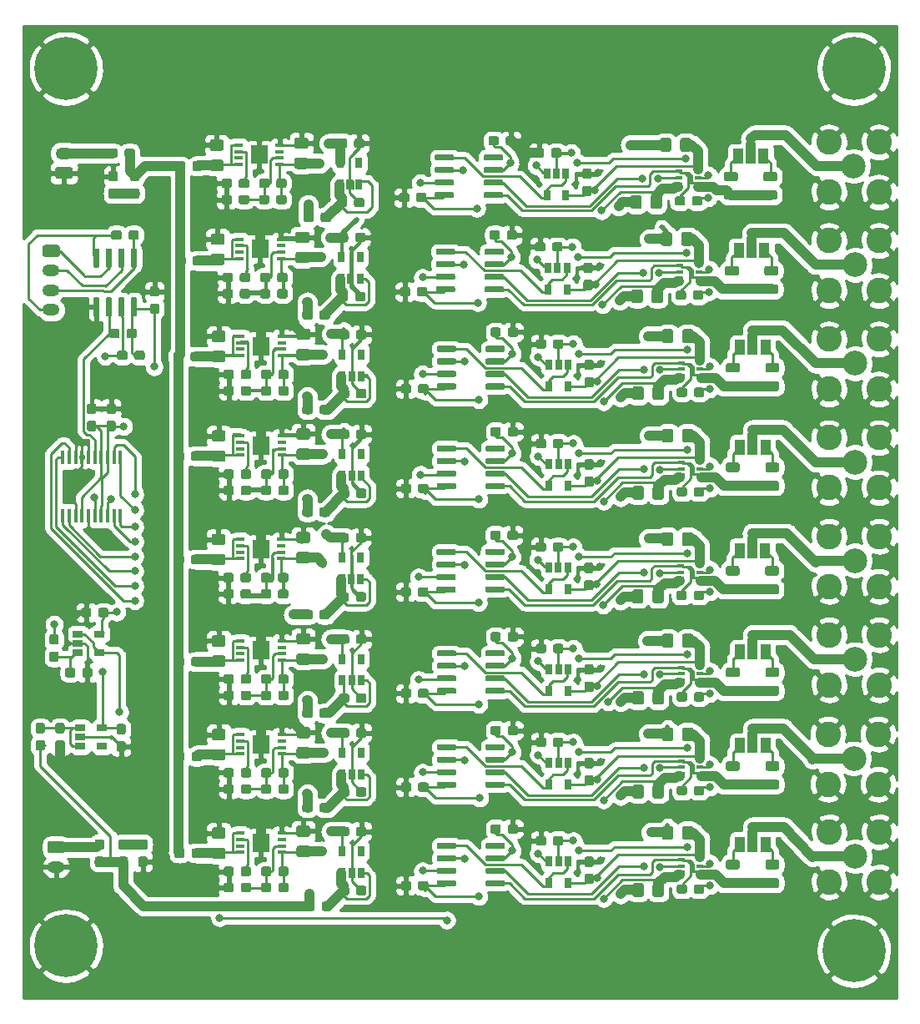
<source format=gtl>
G04 #@! TF.GenerationSoftware,KiCad,Pcbnew,(5.1.5-0)*
G04 #@! TF.CreationDate,2020-03-26T07:19:41-06:00*
G04 #@! TF.ProjectId,8ch_v3,3863685f-7633-42e6-9b69-6361645f7063,rev?*
G04 #@! TF.SameCoordinates,Original*
G04 #@! TF.FileFunction,Copper,L1,Top*
G04 #@! TF.FilePolarity,Positive*
%FSLAX46Y46*%
G04 Gerber Fmt 4.6, Leading zero omitted, Abs format (unit mm)*
G04 Created by KiCad (PCBNEW (5.1.5-0)) date 2020-03-26 07:19:41*
%MOMM*%
%LPD*%
G04 APERTURE LIST*
%ADD10C,0.100000*%
%ADD11R,1.060000X0.650000*%
%ADD12R,1.680000X1.880000*%
%ADD13R,0.890000X0.420000*%
%ADD14R,0.650000X1.060000*%
%ADD15O,1.750000X1.200000*%
%ADD16C,2.600000*%
%ADD17C,2.500000*%
%ADD18R,0.450000X1.450000*%
%ADD19R,0.650000X0.400000*%
%ADD20R,1.000000X1.500000*%
%ADD21C,0.600000*%
%ADD22C,6.400000*%
%ADD23C,0.800000*%
%ADD24C,1.000000*%
%ADD25C,0.250000*%
%ADD26C,0.500000*%
%ADD27C,0.254000*%
G04 APERTURE END LIST*
G04 #@! TA.AperFunction,SMDPad,CuDef*
D10*
G36*
X148660779Y-118201144D02*
G01*
X148683834Y-118204563D01*
X148706443Y-118210227D01*
X148728387Y-118218079D01*
X148749457Y-118228044D01*
X148769448Y-118240026D01*
X148788168Y-118253910D01*
X148805438Y-118269562D01*
X148821090Y-118286832D01*
X148834974Y-118305552D01*
X148846956Y-118325543D01*
X148856921Y-118346613D01*
X148864773Y-118368557D01*
X148870437Y-118391166D01*
X148873856Y-118414221D01*
X148875000Y-118437500D01*
X148875000Y-119012500D01*
X148873856Y-119035779D01*
X148870437Y-119058834D01*
X148864773Y-119081443D01*
X148856921Y-119103387D01*
X148846956Y-119124457D01*
X148834974Y-119144448D01*
X148821090Y-119163168D01*
X148805438Y-119180438D01*
X148788168Y-119196090D01*
X148769448Y-119209974D01*
X148749457Y-119221956D01*
X148728387Y-119231921D01*
X148706443Y-119239773D01*
X148683834Y-119245437D01*
X148660779Y-119248856D01*
X148637500Y-119250000D01*
X148162500Y-119250000D01*
X148139221Y-119248856D01*
X148116166Y-119245437D01*
X148093557Y-119239773D01*
X148071613Y-119231921D01*
X148050543Y-119221956D01*
X148030552Y-119209974D01*
X148011832Y-119196090D01*
X147994562Y-119180438D01*
X147978910Y-119163168D01*
X147965026Y-119144448D01*
X147953044Y-119124457D01*
X147943079Y-119103387D01*
X147935227Y-119081443D01*
X147929563Y-119058834D01*
X147926144Y-119035779D01*
X147925000Y-119012500D01*
X147925000Y-118437500D01*
X147926144Y-118414221D01*
X147929563Y-118391166D01*
X147935227Y-118368557D01*
X147943079Y-118346613D01*
X147953044Y-118325543D01*
X147965026Y-118305552D01*
X147978910Y-118286832D01*
X147994562Y-118269562D01*
X148011832Y-118253910D01*
X148030552Y-118240026D01*
X148050543Y-118228044D01*
X148071613Y-118218079D01*
X148093557Y-118210227D01*
X148116166Y-118204563D01*
X148139221Y-118201144D01*
X148162500Y-118200000D01*
X148637500Y-118200000D01*
X148660779Y-118201144D01*
G37*
G04 #@! TD.AperFunction*
G04 #@! TA.AperFunction,SMDPad,CuDef*
G36*
X148660779Y-119951144D02*
G01*
X148683834Y-119954563D01*
X148706443Y-119960227D01*
X148728387Y-119968079D01*
X148749457Y-119978044D01*
X148769448Y-119990026D01*
X148788168Y-120003910D01*
X148805438Y-120019562D01*
X148821090Y-120036832D01*
X148834974Y-120055552D01*
X148846956Y-120075543D01*
X148856921Y-120096613D01*
X148864773Y-120118557D01*
X148870437Y-120141166D01*
X148873856Y-120164221D01*
X148875000Y-120187500D01*
X148875000Y-120762500D01*
X148873856Y-120785779D01*
X148870437Y-120808834D01*
X148864773Y-120831443D01*
X148856921Y-120853387D01*
X148846956Y-120874457D01*
X148834974Y-120894448D01*
X148821090Y-120913168D01*
X148805438Y-120930438D01*
X148788168Y-120946090D01*
X148769448Y-120959974D01*
X148749457Y-120971956D01*
X148728387Y-120981921D01*
X148706443Y-120989773D01*
X148683834Y-120995437D01*
X148660779Y-120998856D01*
X148637500Y-121000000D01*
X148162500Y-121000000D01*
X148139221Y-120998856D01*
X148116166Y-120995437D01*
X148093557Y-120989773D01*
X148071613Y-120981921D01*
X148050543Y-120971956D01*
X148030552Y-120959974D01*
X148011832Y-120946090D01*
X147994562Y-120930438D01*
X147978910Y-120913168D01*
X147965026Y-120894448D01*
X147953044Y-120874457D01*
X147943079Y-120853387D01*
X147935227Y-120831443D01*
X147929563Y-120808834D01*
X147926144Y-120785779D01*
X147925000Y-120762500D01*
X147925000Y-120187500D01*
X147926144Y-120164221D01*
X147929563Y-120141166D01*
X147935227Y-120118557D01*
X147943079Y-120096613D01*
X147953044Y-120075543D01*
X147965026Y-120055552D01*
X147978910Y-120036832D01*
X147994562Y-120019562D01*
X148011832Y-120003910D01*
X148030552Y-119990026D01*
X148050543Y-119978044D01*
X148071613Y-119968079D01*
X148093557Y-119960227D01*
X148116166Y-119954563D01*
X148139221Y-119951144D01*
X148162500Y-119950000D01*
X148637500Y-119950000D01*
X148660779Y-119951144D01*
G37*
G04 #@! TD.AperFunction*
D11*
X148650000Y-106870000D03*
X148650000Y-108770000D03*
X146450000Y-108770000D03*
X146450000Y-107820000D03*
X146450000Y-106870000D03*
G04 #@! TA.AperFunction,SMDPad,CuDef*
D10*
G36*
X142660779Y-108151144D02*
G01*
X142683834Y-108154563D01*
X142706443Y-108160227D01*
X142728387Y-108168079D01*
X142749457Y-108178044D01*
X142769448Y-108190026D01*
X142788168Y-108203910D01*
X142805438Y-108219562D01*
X142821090Y-108236832D01*
X142834974Y-108255552D01*
X142846956Y-108275543D01*
X142856921Y-108296613D01*
X142864773Y-108318557D01*
X142870437Y-108341166D01*
X142873856Y-108364221D01*
X142875000Y-108387500D01*
X142875000Y-108962500D01*
X142873856Y-108985779D01*
X142870437Y-109008834D01*
X142864773Y-109031443D01*
X142856921Y-109053387D01*
X142846956Y-109074457D01*
X142834974Y-109094448D01*
X142821090Y-109113168D01*
X142805438Y-109130438D01*
X142788168Y-109146090D01*
X142769448Y-109159974D01*
X142749457Y-109171956D01*
X142728387Y-109181921D01*
X142706443Y-109189773D01*
X142683834Y-109195437D01*
X142660779Y-109198856D01*
X142637500Y-109200000D01*
X142162500Y-109200000D01*
X142139221Y-109198856D01*
X142116166Y-109195437D01*
X142093557Y-109189773D01*
X142071613Y-109181921D01*
X142050543Y-109171956D01*
X142030552Y-109159974D01*
X142011832Y-109146090D01*
X141994562Y-109130438D01*
X141978910Y-109113168D01*
X141965026Y-109094448D01*
X141953044Y-109074457D01*
X141943079Y-109053387D01*
X141935227Y-109031443D01*
X141929563Y-109008834D01*
X141926144Y-108985779D01*
X141925000Y-108962500D01*
X141925000Y-108387500D01*
X141926144Y-108364221D01*
X141929563Y-108341166D01*
X141935227Y-108318557D01*
X141943079Y-108296613D01*
X141953044Y-108275543D01*
X141965026Y-108255552D01*
X141978910Y-108236832D01*
X141994562Y-108219562D01*
X142011832Y-108203910D01*
X142030552Y-108190026D01*
X142050543Y-108178044D01*
X142071613Y-108168079D01*
X142093557Y-108160227D01*
X142116166Y-108154563D01*
X142139221Y-108151144D01*
X142162500Y-108150000D01*
X142637500Y-108150000D01*
X142660779Y-108151144D01*
G37*
G04 #@! TD.AperFunction*
G04 #@! TA.AperFunction,SMDPad,CuDef*
G36*
X142660779Y-106401144D02*
G01*
X142683834Y-106404563D01*
X142706443Y-106410227D01*
X142728387Y-106418079D01*
X142749457Y-106428044D01*
X142769448Y-106440026D01*
X142788168Y-106453910D01*
X142805438Y-106469562D01*
X142821090Y-106486832D01*
X142834974Y-106505552D01*
X142846956Y-106525543D01*
X142856921Y-106546613D01*
X142864773Y-106568557D01*
X142870437Y-106591166D01*
X142873856Y-106614221D01*
X142875000Y-106637500D01*
X142875000Y-107212500D01*
X142873856Y-107235779D01*
X142870437Y-107258834D01*
X142864773Y-107281443D01*
X142856921Y-107303387D01*
X142846956Y-107324457D01*
X142834974Y-107344448D01*
X142821090Y-107363168D01*
X142805438Y-107380438D01*
X142788168Y-107396090D01*
X142769448Y-107409974D01*
X142749457Y-107421956D01*
X142728387Y-107431921D01*
X142706443Y-107439773D01*
X142683834Y-107445437D01*
X142660779Y-107448856D01*
X142637500Y-107450000D01*
X142162500Y-107450000D01*
X142139221Y-107448856D01*
X142116166Y-107445437D01*
X142093557Y-107439773D01*
X142071613Y-107431921D01*
X142050543Y-107421956D01*
X142030552Y-107409974D01*
X142011832Y-107396090D01*
X141994562Y-107380438D01*
X141978910Y-107363168D01*
X141965026Y-107344448D01*
X141953044Y-107324457D01*
X141943079Y-107303387D01*
X141935227Y-107281443D01*
X141929563Y-107258834D01*
X141926144Y-107235779D01*
X141925000Y-107212500D01*
X141925000Y-106637500D01*
X141926144Y-106614221D01*
X141929563Y-106591166D01*
X141935227Y-106568557D01*
X141943079Y-106546613D01*
X141953044Y-106525543D01*
X141965026Y-106505552D01*
X141978910Y-106486832D01*
X141994562Y-106469562D01*
X142011832Y-106453910D01*
X142030552Y-106440026D01*
X142050543Y-106428044D01*
X142071613Y-106418079D01*
X142093557Y-106410227D01*
X142116166Y-106404563D01*
X142139221Y-106401144D01*
X142162500Y-106400000D01*
X142637500Y-106400000D01*
X142660779Y-106401144D01*
G37*
G04 #@! TD.AperFunction*
G04 #@! TA.AperFunction,SMDPad,CuDef*
G36*
X170035779Y-124526144D02*
G01*
X170058834Y-124529563D01*
X170081443Y-124535227D01*
X170103387Y-124543079D01*
X170124457Y-124553044D01*
X170144448Y-124565026D01*
X170163168Y-124578910D01*
X170180438Y-124594562D01*
X170196090Y-124611832D01*
X170209974Y-124630552D01*
X170221956Y-124650543D01*
X170231921Y-124671613D01*
X170239773Y-124693557D01*
X170245437Y-124716166D01*
X170248856Y-124739221D01*
X170250000Y-124762500D01*
X170250000Y-125237500D01*
X170248856Y-125260779D01*
X170245437Y-125283834D01*
X170239773Y-125306443D01*
X170231921Y-125328387D01*
X170221956Y-125349457D01*
X170209974Y-125369448D01*
X170196090Y-125388168D01*
X170180438Y-125405438D01*
X170163168Y-125421090D01*
X170144448Y-125434974D01*
X170124457Y-125446956D01*
X170103387Y-125456921D01*
X170081443Y-125464773D01*
X170058834Y-125470437D01*
X170035779Y-125473856D01*
X170012500Y-125475000D01*
X169437500Y-125475000D01*
X169414221Y-125473856D01*
X169391166Y-125470437D01*
X169368557Y-125464773D01*
X169346613Y-125456921D01*
X169325543Y-125446956D01*
X169305552Y-125434974D01*
X169286832Y-125421090D01*
X169269562Y-125405438D01*
X169253910Y-125388168D01*
X169240026Y-125369448D01*
X169228044Y-125349457D01*
X169218079Y-125328387D01*
X169210227Y-125306443D01*
X169204563Y-125283834D01*
X169201144Y-125260779D01*
X169200000Y-125237500D01*
X169200000Y-124762500D01*
X169201144Y-124739221D01*
X169204563Y-124716166D01*
X169210227Y-124693557D01*
X169218079Y-124671613D01*
X169228044Y-124650543D01*
X169240026Y-124630552D01*
X169253910Y-124611832D01*
X169269562Y-124594562D01*
X169286832Y-124578910D01*
X169305552Y-124565026D01*
X169325543Y-124553044D01*
X169346613Y-124543079D01*
X169368557Y-124535227D01*
X169391166Y-124529563D01*
X169414221Y-124526144D01*
X169437500Y-124525000D01*
X170012500Y-124525000D01*
X170035779Y-124526144D01*
G37*
G04 #@! TD.AperFunction*
G04 #@! TA.AperFunction,SMDPad,CuDef*
G36*
X171785779Y-124526144D02*
G01*
X171808834Y-124529563D01*
X171831443Y-124535227D01*
X171853387Y-124543079D01*
X171874457Y-124553044D01*
X171894448Y-124565026D01*
X171913168Y-124578910D01*
X171930438Y-124594562D01*
X171946090Y-124611832D01*
X171959974Y-124630552D01*
X171971956Y-124650543D01*
X171981921Y-124671613D01*
X171989773Y-124693557D01*
X171995437Y-124716166D01*
X171998856Y-124739221D01*
X172000000Y-124762500D01*
X172000000Y-125237500D01*
X171998856Y-125260779D01*
X171995437Y-125283834D01*
X171989773Y-125306443D01*
X171981921Y-125328387D01*
X171971956Y-125349457D01*
X171959974Y-125369448D01*
X171946090Y-125388168D01*
X171930438Y-125405438D01*
X171913168Y-125421090D01*
X171894448Y-125434974D01*
X171874457Y-125446956D01*
X171853387Y-125456921D01*
X171831443Y-125464773D01*
X171808834Y-125470437D01*
X171785779Y-125473856D01*
X171762500Y-125475000D01*
X171187500Y-125475000D01*
X171164221Y-125473856D01*
X171141166Y-125470437D01*
X171118557Y-125464773D01*
X171096613Y-125456921D01*
X171075543Y-125446956D01*
X171055552Y-125434974D01*
X171036832Y-125421090D01*
X171019562Y-125405438D01*
X171003910Y-125388168D01*
X170990026Y-125369448D01*
X170978044Y-125349457D01*
X170968079Y-125328387D01*
X170960227Y-125306443D01*
X170954563Y-125283834D01*
X170951144Y-125260779D01*
X170950000Y-125237500D01*
X170950000Y-124762500D01*
X170951144Y-124739221D01*
X170954563Y-124716166D01*
X170960227Y-124693557D01*
X170968079Y-124671613D01*
X170978044Y-124650543D01*
X170990026Y-124630552D01*
X171003910Y-124611832D01*
X171019562Y-124594562D01*
X171036832Y-124578910D01*
X171055552Y-124565026D01*
X171075543Y-124553044D01*
X171096613Y-124543079D01*
X171118557Y-124535227D01*
X171141166Y-124529563D01*
X171164221Y-124526144D01*
X171187500Y-124525000D01*
X171762500Y-124525000D01*
X171785779Y-124526144D01*
G37*
G04 #@! TD.AperFunction*
G04 #@! TA.AperFunction,SMDPad,CuDef*
G36*
X156835779Y-119126144D02*
G01*
X156858834Y-119129563D01*
X156881443Y-119135227D01*
X156903387Y-119143079D01*
X156924457Y-119153044D01*
X156944448Y-119165026D01*
X156963168Y-119178910D01*
X156980438Y-119194562D01*
X156996090Y-119211832D01*
X157009974Y-119230552D01*
X157021956Y-119250543D01*
X157031921Y-119271613D01*
X157039773Y-119293557D01*
X157045437Y-119316166D01*
X157048856Y-119339221D01*
X157050000Y-119362500D01*
X157050000Y-119837500D01*
X157048856Y-119860779D01*
X157045437Y-119883834D01*
X157039773Y-119906443D01*
X157031921Y-119928387D01*
X157021956Y-119949457D01*
X157009974Y-119969448D01*
X156996090Y-119988168D01*
X156980438Y-120005438D01*
X156963168Y-120021090D01*
X156944448Y-120034974D01*
X156924457Y-120046956D01*
X156903387Y-120056921D01*
X156881443Y-120064773D01*
X156858834Y-120070437D01*
X156835779Y-120073856D01*
X156812500Y-120075000D01*
X156237500Y-120075000D01*
X156214221Y-120073856D01*
X156191166Y-120070437D01*
X156168557Y-120064773D01*
X156146613Y-120056921D01*
X156125543Y-120046956D01*
X156105552Y-120034974D01*
X156086832Y-120021090D01*
X156069562Y-120005438D01*
X156053910Y-119988168D01*
X156040026Y-119969448D01*
X156028044Y-119949457D01*
X156018079Y-119928387D01*
X156010227Y-119906443D01*
X156004563Y-119883834D01*
X156001144Y-119860779D01*
X156000000Y-119837500D01*
X156000000Y-119362500D01*
X156001144Y-119339221D01*
X156004563Y-119316166D01*
X156010227Y-119293557D01*
X156018079Y-119271613D01*
X156028044Y-119250543D01*
X156040026Y-119230552D01*
X156053910Y-119211832D01*
X156069562Y-119194562D01*
X156086832Y-119178910D01*
X156105552Y-119165026D01*
X156125543Y-119153044D01*
X156146613Y-119143079D01*
X156168557Y-119135227D01*
X156191166Y-119129563D01*
X156214221Y-119126144D01*
X156237500Y-119125000D01*
X156812500Y-119125000D01*
X156835779Y-119126144D01*
G37*
G04 #@! TD.AperFunction*
G04 #@! TA.AperFunction,SMDPad,CuDef*
G36*
X158585779Y-119126144D02*
G01*
X158608834Y-119129563D01*
X158631443Y-119135227D01*
X158653387Y-119143079D01*
X158674457Y-119153044D01*
X158694448Y-119165026D01*
X158713168Y-119178910D01*
X158730438Y-119194562D01*
X158746090Y-119211832D01*
X158759974Y-119230552D01*
X158771956Y-119250543D01*
X158781921Y-119271613D01*
X158789773Y-119293557D01*
X158795437Y-119316166D01*
X158798856Y-119339221D01*
X158800000Y-119362500D01*
X158800000Y-119837500D01*
X158798856Y-119860779D01*
X158795437Y-119883834D01*
X158789773Y-119906443D01*
X158781921Y-119928387D01*
X158771956Y-119949457D01*
X158759974Y-119969448D01*
X158746090Y-119988168D01*
X158730438Y-120005438D01*
X158713168Y-120021090D01*
X158694448Y-120034974D01*
X158674457Y-120046956D01*
X158653387Y-120056921D01*
X158631443Y-120064773D01*
X158608834Y-120070437D01*
X158585779Y-120073856D01*
X158562500Y-120075000D01*
X157987500Y-120075000D01*
X157964221Y-120073856D01*
X157941166Y-120070437D01*
X157918557Y-120064773D01*
X157896613Y-120056921D01*
X157875543Y-120046956D01*
X157855552Y-120034974D01*
X157836832Y-120021090D01*
X157819562Y-120005438D01*
X157803910Y-119988168D01*
X157790026Y-119969448D01*
X157778044Y-119949457D01*
X157768079Y-119928387D01*
X157760227Y-119906443D01*
X157754563Y-119883834D01*
X157751144Y-119860779D01*
X157750000Y-119837500D01*
X157750000Y-119362500D01*
X157751144Y-119339221D01*
X157754563Y-119316166D01*
X157760227Y-119293557D01*
X157768079Y-119271613D01*
X157778044Y-119250543D01*
X157790026Y-119230552D01*
X157803910Y-119211832D01*
X157819562Y-119194562D01*
X157836832Y-119178910D01*
X157855552Y-119165026D01*
X157875543Y-119153044D01*
X157896613Y-119143079D01*
X157918557Y-119135227D01*
X157941166Y-119129563D01*
X157964221Y-119126144D01*
X157987500Y-119125000D01*
X158562500Y-119125000D01*
X158585779Y-119126144D01*
G37*
G04 #@! TD.AperFunction*
G04 #@! TA.AperFunction,SMDPad,CuDef*
G36*
X169835779Y-114526144D02*
G01*
X169858834Y-114529563D01*
X169881443Y-114535227D01*
X169903387Y-114543079D01*
X169924457Y-114553044D01*
X169944448Y-114565026D01*
X169963168Y-114578910D01*
X169980438Y-114594562D01*
X169996090Y-114611832D01*
X170009974Y-114630552D01*
X170021956Y-114650543D01*
X170031921Y-114671613D01*
X170039773Y-114693557D01*
X170045437Y-114716166D01*
X170048856Y-114739221D01*
X170050000Y-114762500D01*
X170050000Y-115237500D01*
X170048856Y-115260779D01*
X170045437Y-115283834D01*
X170039773Y-115306443D01*
X170031921Y-115328387D01*
X170021956Y-115349457D01*
X170009974Y-115369448D01*
X169996090Y-115388168D01*
X169980438Y-115405438D01*
X169963168Y-115421090D01*
X169944448Y-115434974D01*
X169924457Y-115446956D01*
X169903387Y-115456921D01*
X169881443Y-115464773D01*
X169858834Y-115470437D01*
X169835779Y-115473856D01*
X169812500Y-115475000D01*
X169237500Y-115475000D01*
X169214221Y-115473856D01*
X169191166Y-115470437D01*
X169168557Y-115464773D01*
X169146613Y-115456921D01*
X169125543Y-115446956D01*
X169105552Y-115434974D01*
X169086832Y-115421090D01*
X169069562Y-115405438D01*
X169053910Y-115388168D01*
X169040026Y-115369448D01*
X169028044Y-115349457D01*
X169018079Y-115328387D01*
X169010227Y-115306443D01*
X169004563Y-115283834D01*
X169001144Y-115260779D01*
X169000000Y-115237500D01*
X169000000Y-114762500D01*
X169001144Y-114739221D01*
X169004563Y-114716166D01*
X169010227Y-114693557D01*
X169018079Y-114671613D01*
X169028044Y-114650543D01*
X169040026Y-114630552D01*
X169053910Y-114611832D01*
X169069562Y-114594562D01*
X169086832Y-114578910D01*
X169105552Y-114565026D01*
X169125543Y-114553044D01*
X169146613Y-114543079D01*
X169168557Y-114535227D01*
X169191166Y-114529563D01*
X169214221Y-114526144D01*
X169237500Y-114525000D01*
X169812500Y-114525000D01*
X169835779Y-114526144D01*
G37*
G04 #@! TD.AperFunction*
G04 #@! TA.AperFunction,SMDPad,CuDef*
G36*
X171585779Y-114526144D02*
G01*
X171608834Y-114529563D01*
X171631443Y-114535227D01*
X171653387Y-114543079D01*
X171674457Y-114553044D01*
X171694448Y-114565026D01*
X171713168Y-114578910D01*
X171730438Y-114594562D01*
X171746090Y-114611832D01*
X171759974Y-114630552D01*
X171771956Y-114650543D01*
X171781921Y-114671613D01*
X171789773Y-114693557D01*
X171795437Y-114716166D01*
X171798856Y-114739221D01*
X171800000Y-114762500D01*
X171800000Y-115237500D01*
X171798856Y-115260779D01*
X171795437Y-115283834D01*
X171789773Y-115306443D01*
X171781921Y-115328387D01*
X171771956Y-115349457D01*
X171759974Y-115369448D01*
X171746090Y-115388168D01*
X171730438Y-115405438D01*
X171713168Y-115421090D01*
X171694448Y-115434974D01*
X171674457Y-115446956D01*
X171653387Y-115456921D01*
X171631443Y-115464773D01*
X171608834Y-115470437D01*
X171585779Y-115473856D01*
X171562500Y-115475000D01*
X170987500Y-115475000D01*
X170964221Y-115473856D01*
X170941166Y-115470437D01*
X170918557Y-115464773D01*
X170896613Y-115456921D01*
X170875543Y-115446956D01*
X170855552Y-115434974D01*
X170836832Y-115421090D01*
X170819562Y-115405438D01*
X170803910Y-115388168D01*
X170790026Y-115369448D01*
X170778044Y-115349457D01*
X170768079Y-115328387D01*
X170760227Y-115306443D01*
X170754563Y-115283834D01*
X170751144Y-115260779D01*
X170750000Y-115237500D01*
X170750000Y-114762500D01*
X170751144Y-114739221D01*
X170754563Y-114716166D01*
X170760227Y-114693557D01*
X170768079Y-114671613D01*
X170778044Y-114650543D01*
X170790026Y-114630552D01*
X170803910Y-114611832D01*
X170819562Y-114594562D01*
X170836832Y-114578910D01*
X170855552Y-114565026D01*
X170875543Y-114553044D01*
X170896613Y-114543079D01*
X170918557Y-114535227D01*
X170941166Y-114529563D01*
X170964221Y-114526144D01*
X170987500Y-114525000D01*
X171562500Y-114525000D01*
X171585779Y-114526144D01*
G37*
G04 #@! TD.AperFunction*
G04 #@! TA.AperFunction,SMDPad,CuDef*
G36*
X156835779Y-109326144D02*
G01*
X156858834Y-109329563D01*
X156881443Y-109335227D01*
X156903387Y-109343079D01*
X156924457Y-109353044D01*
X156944448Y-109365026D01*
X156963168Y-109378910D01*
X156980438Y-109394562D01*
X156996090Y-109411832D01*
X157009974Y-109430552D01*
X157021956Y-109450543D01*
X157031921Y-109471613D01*
X157039773Y-109493557D01*
X157045437Y-109516166D01*
X157048856Y-109539221D01*
X157050000Y-109562500D01*
X157050000Y-110037500D01*
X157048856Y-110060779D01*
X157045437Y-110083834D01*
X157039773Y-110106443D01*
X157031921Y-110128387D01*
X157021956Y-110149457D01*
X157009974Y-110169448D01*
X156996090Y-110188168D01*
X156980438Y-110205438D01*
X156963168Y-110221090D01*
X156944448Y-110234974D01*
X156924457Y-110246956D01*
X156903387Y-110256921D01*
X156881443Y-110264773D01*
X156858834Y-110270437D01*
X156835779Y-110273856D01*
X156812500Y-110275000D01*
X156237500Y-110275000D01*
X156214221Y-110273856D01*
X156191166Y-110270437D01*
X156168557Y-110264773D01*
X156146613Y-110256921D01*
X156125543Y-110246956D01*
X156105552Y-110234974D01*
X156086832Y-110221090D01*
X156069562Y-110205438D01*
X156053910Y-110188168D01*
X156040026Y-110169448D01*
X156028044Y-110149457D01*
X156018079Y-110128387D01*
X156010227Y-110106443D01*
X156004563Y-110083834D01*
X156001144Y-110060779D01*
X156000000Y-110037500D01*
X156000000Y-109562500D01*
X156001144Y-109539221D01*
X156004563Y-109516166D01*
X156010227Y-109493557D01*
X156018079Y-109471613D01*
X156028044Y-109450543D01*
X156040026Y-109430552D01*
X156053910Y-109411832D01*
X156069562Y-109394562D01*
X156086832Y-109378910D01*
X156105552Y-109365026D01*
X156125543Y-109353044D01*
X156146613Y-109343079D01*
X156168557Y-109335227D01*
X156191166Y-109329563D01*
X156214221Y-109326144D01*
X156237500Y-109325000D01*
X156812500Y-109325000D01*
X156835779Y-109326144D01*
G37*
G04 #@! TD.AperFunction*
G04 #@! TA.AperFunction,SMDPad,CuDef*
G36*
X158585779Y-109326144D02*
G01*
X158608834Y-109329563D01*
X158631443Y-109335227D01*
X158653387Y-109343079D01*
X158674457Y-109353044D01*
X158694448Y-109365026D01*
X158713168Y-109378910D01*
X158730438Y-109394562D01*
X158746090Y-109411832D01*
X158759974Y-109430552D01*
X158771956Y-109450543D01*
X158781921Y-109471613D01*
X158789773Y-109493557D01*
X158795437Y-109516166D01*
X158798856Y-109539221D01*
X158800000Y-109562500D01*
X158800000Y-110037500D01*
X158798856Y-110060779D01*
X158795437Y-110083834D01*
X158789773Y-110106443D01*
X158781921Y-110128387D01*
X158771956Y-110149457D01*
X158759974Y-110169448D01*
X158746090Y-110188168D01*
X158730438Y-110205438D01*
X158713168Y-110221090D01*
X158694448Y-110234974D01*
X158674457Y-110246956D01*
X158653387Y-110256921D01*
X158631443Y-110264773D01*
X158608834Y-110270437D01*
X158585779Y-110273856D01*
X158562500Y-110275000D01*
X157987500Y-110275000D01*
X157964221Y-110273856D01*
X157941166Y-110270437D01*
X157918557Y-110264773D01*
X157896613Y-110256921D01*
X157875543Y-110246956D01*
X157855552Y-110234974D01*
X157836832Y-110221090D01*
X157819562Y-110205438D01*
X157803910Y-110188168D01*
X157790026Y-110169448D01*
X157778044Y-110149457D01*
X157768079Y-110128387D01*
X157760227Y-110106443D01*
X157754563Y-110083834D01*
X157751144Y-110060779D01*
X157750000Y-110037500D01*
X157750000Y-109562500D01*
X157751144Y-109539221D01*
X157754563Y-109516166D01*
X157760227Y-109493557D01*
X157768079Y-109471613D01*
X157778044Y-109450543D01*
X157790026Y-109430552D01*
X157803910Y-109411832D01*
X157819562Y-109394562D01*
X157836832Y-109378910D01*
X157855552Y-109365026D01*
X157875543Y-109353044D01*
X157896613Y-109343079D01*
X157918557Y-109335227D01*
X157941166Y-109329563D01*
X157964221Y-109326144D01*
X157987500Y-109325000D01*
X158562500Y-109325000D01*
X158585779Y-109326144D01*
G37*
G04 #@! TD.AperFunction*
G04 #@! TA.AperFunction,SMDPad,CuDef*
G36*
X169835779Y-104926144D02*
G01*
X169858834Y-104929563D01*
X169881443Y-104935227D01*
X169903387Y-104943079D01*
X169924457Y-104953044D01*
X169944448Y-104965026D01*
X169963168Y-104978910D01*
X169980438Y-104994562D01*
X169996090Y-105011832D01*
X170009974Y-105030552D01*
X170021956Y-105050543D01*
X170031921Y-105071613D01*
X170039773Y-105093557D01*
X170045437Y-105116166D01*
X170048856Y-105139221D01*
X170050000Y-105162500D01*
X170050000Y-105637500D01*
X170048856Y-105660779D01*
X170045437Y-105683834D01*
X170039773Y-105706443D01*
X170031921Y-105728387D01*
X170021956Y-105749457D01*
X170009974Y-105769448D01*
X169996090Y-105788168D01*
X169980438Y-105805438D01*
X169963168Y-105821090D01*
X169944448Y-105834974D01*
X169924457Y-105846956D01*
X169903387Y-105856921D01*
X169881443Y-105864773D01*
X169858834Y-105870437D01*
X169835779Y-105873856D01*
X169812500Y-105875000D01*
X169237500Y-105875000D01*
X169214221Y-105873856D01*
X169191166Y-105870437D01*
X169168557Y-105864773D01*
X169146613Y-105856921D01*
X169125543Y-105846956D01*
X169105552Y-105834974D01*
X169086832Y-105821090D01*
X169069562Y-105805438D01*
X169053910Y-105788168D01*
X169040026Y-105769448D01*
X169028044Y-105749457D01*
X169018079Y-105728387D01*
X169010227Y-105706443D01*
X169004563Y-105683834D01*
X169001144Y-105660779D01*
X169000000Y-105637500D01*
X169000000Y-105162500D01*
X169001144Y-105139221D01*
X169004563Y-105116166D01*
X169010227Y-105093557D01*
X169018079Y-105071613D01*
X169028044Y-105050543D01*
X169040026Y-105030552D01*
X169053910Y-105011832D01*
X169069562Y-104994562D01*
X169086832Y-104978910D01*
X169105552Y-104965026D01*
X169125543Y-104953044D01*
X169146613Y-104943079D01*
X169168557Y-104935227D01*
X169191166Y-104929563D01*
X169214221Y-104926144D01*
X169237500Y-104925000D01*
X169812500Y-104925000D01*
X169835779Y-104926144D01*
G37*
G04 #@! TD.AperFunction*
G04 #@! TA.AperFunction,SMDPad,CuDef*
G36*
X171585779Y-104926144D02*
G01*
X171608834Y-104929563D01*
X171631443Y-104935227D01*
X171653387Y-104943079D01*
X171674457Y-104953044D01*
X171694448Y-104965026D01*
X171713168Y-104978910D01*
X171730438Y-104994562D01*
X171746090Y-105011832D01*
X171759974Y-105030552D01*
X171771956Y-105050543D01*
X171781921Y-105071613D01*
X171789773Y-105093557D01*
X171795437Y-105116166D01*
X171798856Y-105139221D01*
X171800000Y-105162500D01*
X171800000Y-105637500D01*
X171798856Y-105660779D01*
X171795437Y-105683834D01*
X171789773Y-105706443D01*
X171781921Y-105728387D01*
X171771956Y-105749457D01*
X171759974Y-105769448D01*
X171746090Y-105788168D01*
X171730438Y-105805438D01*
X171713168Y-105821090D01*
X171694448Y-105834974D01*
X171674457Y-105846956D01*
X171653387Y-105856921D01*
X171631443Y-105864773D01*
X171608834Y-105870437D01*
X171585779Y-105873856D01*
X171562500Y-105875000D01*
X170987500Y-105875000D01*
X170964221Y-105873856D01*
X170941166Y-105870437D01*
X170918557Y-105864773D01*
X170896613Y-105856921D01*
X170875543Y-105846956D01*
X170855552Y-105834974D01*
X170836832Y-105821090D01*
X170819562Y-105805438D01*
X170803910Y-105788168D01*
X170790026Y-105769448D01*
X170778044Y-105749457D01*
X170768079Y-105728387D01*
X170760227Y-105706443D01*
X170754563Y-105683834D01*
X170751144Y-105660779D01*
X170750000Y-105637500D01*
X170750000Y-105162500D01*
X170751144Y-105139221D01*
X170754563Y-105116166D01*
X170760227Y-105093557D01*
X170768079Y-105071613D01*
X170778044Y-105050543D01*
X170790026Y-105030552D01*
X170803910Y-105011832D01*
X170819562Y-104994562D01*
X170836832Y-104978910D01*
X170855552Y-104965026D01*
X170875543Y-104953044D01*
X170896613Y-104943079D01*
X170918557Y-104935227D01*
X170941166Y-104929563D01*
X170964221Y-104926144D01*
X170987500Y-104925000D01*
X171562500Y-104925000D01*
X171585779Y-104926144D01*
G37*
G04 #@! TD.AperFunction*
G04 #@! TA.AperFunction,SMDPad,CuDef*
G36*
X156785779Y-99696144D02*
G01*
X156808834Y-99699563D01*
X156831443Y-99705227D01*
X156853387Y-99713079D01*
X156874457Y-99723044D01*
X156894448Y-99735026D01*
X156913168Y-99748910D01*
X156930438Y-99764562D01*
X156946090Y-99781832D01*
X156959974Y-99800552D01*
X156971956Y-99820543D01*
X156981921Y-99841613D01*
X156989773Y-99863557D01*
X156995437Y-99886166D01*
X156998856Y-99909221D01*
X157000000Y-99932500D01*
X157000000Y-100407500D01*
X156998856Y-100430779D01*
X156995437Y-100453834D01*
X156989773Y-100476443D01*
X156981921Y-100498387D01*
X156971956Y-100519457D01*
X156959974Y-100539448D01*
X156946090Y-100558168D01*
X156930438Y-100575438D01*
X156913168Y-100591090D01*
X156894448Y-100604974D01*
X156874457Y-100616956D01*
X156853387Y-100626921D01*
X156831443Y-100634773D01*
X156808834Y-100640437D01*
X156785779Y-100643856D01*
X156762500Y-100645000D01*
X156187500Y-100645000D01*
X156164221Y-100643856D01*
X156141166Y-100640437D01*
X156118557Y-100634773D01*
X156096613Y-100626921D01*
X156075543Y-100616956D01*
X156055552Y-100604974D01*
X156036832Y-100591090D01*
X156019562Y-100575438D01*
X156003910Y-100558168D01*
X155990026Y-100539448D01*
X155978044Y-100519457D01*
X155968079Y-100498387D01*
X155960227Y-100476443D01*
X155954563Y-100453834D01*
X155951144Y-100430779D01*
X155950000Y-100407500D01*
X155950000Y-99932500D01*
X155951144Y-99909221D01*
X155954563Y-99886166D01*
X155960227Y-99863557D01*
X155968079Y-99841613D01*
X155978044Y-99820543D01*
X155990026Y-99800552D01*
X156003910Y-99781832D01*
X156019562Y-99764562D01*
X156036832Y-99748910D01*
X156055552Y-99735026D01*
X156075543Y-99723044D01*
X156096613Y-99713079D01*
X156118557Y-99705227D01*
X156141166Y-99699563D01*
X156164221Y-99696144D01*
X156187500Y-99695000D01*
X156762500Y-99695000D01*
X156785779Y-99696144D01*
G37*
G04 #@! TD.AperFunction*
G04 #@! TA.AperFunction,SMDPad,CuDef*
G36*
X158535779Y-99696144D02*
G01*
X158558834Y-99699563D01*
X158581443Y-99705227D01*
X158603387Y-99713079D01*
X158624457Y-99723044D01*
X158644448Y-99735026D01*
X158663168Y-99748910D01*
X158680438Y-99764562D01*
X158696090Y-99781832D01*
X158709974Y-99800552D01*
X158721956Y-99820543D01*
X158731921Y-99841613D01*
X158739773Y-99863557D01*
X158745437Y-99886166D01*
X158748856Y-99909221D01*
X158750000Y-99932500D01*
X158750000Y-100407500D01*
X158748856Y-100430779D01*
X158745437Y-100453834D01*
X158739773Y-100476443D01*
X158731921Y-100498387D01*
X158721956Y-100519457D01*
X158709974Y-100539448D01*
X158696090Y-100558168D01*
X158680438Y-100575438D01*
X158663168Y-100591090D01*
X158644448Y-100604974D01*
X158624457Y-100616956D01*
X158603387Y-100626921D01*
X158581443Y-100634773D01*
X158558834Y-100640437D01*
X158535779Y-100643856D01*
X158512500Y-100645000D01*
X157937500Y-100645000D01*
X157914221Y-100643856D01*
X157891166Y-100640437D01*
X157868557Y-100634773D01*
X157846613Y-100626921D01*
X157825543Y-100616956D01*
X157805552Y-100604974D01*
X157786832Y-100591090D01*
X157769562Y-100575438D01*
X157753910Y-100558168D01*
X157740026Y-100539448D01*
X157728044Y-100519457D01*
X157718079Y-100498387D01*
X157710227Y-100476443D01*
X157704563Y-100453834D01*
X157701144Y-100430779D01*
X157700000Y-100407500D01*
X157700000Y-99932500D01*
X157701144Y-99909221D01*
X157704563Y-99886166D01*
X157710227Y-99863557D01*
X157718079Y-99841613D01*
X157728044Y-99820543D01*
X157740026Y-99800552D01*
X157753910Y-99781832D01*
X157769562Y-99764562D01*
X157786832Y-99748910D01*
X157805552Y-99735026D01*
X157825543Y-99723044D01*
X157846613Y-99713079D01*
X157868557Y-99705227D01*
X157891166Y-99699563D01*
X157914221Y-99696144D01*
X157937500Y-99695000D01*
X158512500Y-99695000D01*
X158535779Y-99696144D01*
G37*
G04 #@! TD.AperFunction*
G04 #@! TA.AperFunction,SMDPad,CuDef*
G36*
X169835779Y-94926144D02*
G01*
X169858834Y-94929563D01*
X169881443Y-94935227D01*
X169903387Y-94943079D01*
X169924457Y-94953044D01*
X169944448Y-94965026D01*
X169963168Y-94978910D01*
X169980438Y-94994562D01*
X169996090Y-95011832D01*
X170009974Y-95030552D01*
X170021956Y-95050543D01*
X170031921Y-95071613D01*
X170039773Y-95093557D01*
X170045437Y-95116166D01*
X170048856Y-95139221D01*
X170050000Y-95162500D01*
X170050000Y-95637500D01*
X170048856Y-95660779D01*
X170045437Y-95683834D01*
X170039773Y-95706443D01*
X170031921Y-95728387D01*
X170021956Y-95749457D01*
X170009974Y-95769448D01*
X169996090Y-95788168D01*
X169980438Y-95805438D01*
X169963168Y-95821090D01*
X169944448Y-95834974D01*
X169924457Y-95846956D01*
X169903387Y-95856921D01*
X169881443Y-95864773D01*
X169858834Y-95870437D01*
X169835779Y-95873856D01*
X169812500Y-95875000D01*
X169237500Y-95875000D01*
X169214221Y-95873856D01*
X169191166Y-95870437D01*
X169168557Y-95864773D01*
X169146613Y-95856921D01*
X169125543Y-95846956D01*
X169105552Y-95834974D01*
X169086832Y-95821090D01*
X169069562Y-95805438D01*
X169053910Y-95788168D01*
X169040026Y-95769448D01*
X169028044Y-95749457D01*
X169018079Y-95728387D01*
X169010227Y-95706443D01*
X169004563Y-95683834D01*
X169001144Y-95660779D01*
X169000000Y-95637500D01*
X169000000Y-95162500D01*
X169001144Y-95139221D01*
X169004563Y-95116166D01*
X169010227Y-95093557D01*
X169018079Y-95071613D01*
X169028044Y-95050543D01*
X169040026Y-95030552D01*
X169053910Y-95011832D01*
X169069562Y-94994562D01*
X169086832Y-94978910D01*
X169105552Y-94965026D01*
X169125543Y-94953044D01*
X169146613Y-94943079D01*
X169168557Y-94935227D01*
X169191166Y-94929563D01*
X169214221Y-94926144D01*
X169237500Y-94925000D01*
X169812500Y-94925000D01*
X169835779Y-94926144D01*
G37*
G04 #@! TD.AperFunction*
G04 #@! TA.AperFunction,SMDPad,CuDef*
G36*
X171585779Y-94926144D02*
G01*
X171608834Y-94929563D01*
X171631443Y-94935227D01*
X171653387Y-94943079D01*
X171674457Y-94953044D01*
X171694448Y-94965026D01*
X171713168Y-94978910D01*
X171730438Y-94994562D01*
X171746090Y-95011832D01*
X171759974Y-95030552D01*
X171771956Y-95050543D01*
X171781921Y-95071613D01*
X171789773Y-95093557D01*
X171795437Y-95116166D01*
X171798856Y-95139221D01*
X171800000Y-95162500D01*
X171800000Y-95637500D01*
X171798856Y-95660779D01*
X171795437Y-95683834D01*
X171789773Y-95706443D01*
X171781921Y-95728387D01*
X171771956Y-95749457D01*
X171759974Y-95769448D01*
X171746090Y-95788168D01*
X171730438Y-95805438D01*
X171713168Y-95821090D01*
X171694448Y-95834974D01*
X171674457Y-95846956D01*
X171653387Y-95856921D01*
X171631443Y-95864773D01*
X171608834Y-95870437D01*
X171585779Y-95873856D01*
X171562500Y-95875000D01*
X170987500Y-95875000D01*
X170964221Y-95873856D01*
X170941166Y-95870437D01*
X170918557Y-95864773D01*
X170896613Y-95856921D01*
X170875543Y-95846956D01*
X170855552Y-95834974D01*
X170836832Y-95821090D01*
X170819562Y-95805438D01*
X170803910Y-95788168D01*
X170790026Y-95769448D01*
X170778044Y-95749457D01*
X170768079Y-95728387D01*
X170760227Y-95706443D01*
X170754563Y-95683834D01*
X170751144Y-95660779D01*
X170750000Y-95637500D01*
X170750000Y-95162500D01*
X170751144Y-95139221D01*
X170754563Y-95116166D01*
X170760227Y-95093557D01*
X170768079Y-95071613D01*
X170778044Y-95050543D01*
X170790026Y-95030552D01*
X170803910Y-95011832D01*
X170819562Y-94994562D01*
X170836832Y-94978910D01*
X170855552Y-94965026D01*
X170875543Y-94953044D01*
X170896613Y-94943079D01*
X170918557Y-94935227D01*
X170941166Y-94929563D01*
X170964221Y-94926144D01*
X170987500Y-94925000D01*
X171562500Y-94925000D01*
X171585779Y-94926144D01*
G37*
G04 #@! TD.AperFunction*
G04 #@! TA.AperFunction,SMDPad,CuDef*
G36*
X156765779Y-89326144D02*
G01*
X156788834Y-89329563D01*
X156811443Y-89335227D01*
X156833387Y-89343079D01*
X156854457Y-89353044D01*
X156874448Y-89365026D01*
X156893168Y-89378910D01*
X156910438Y-89394562D01*
X156926090Y-89411832D01*
X156939974Y-89430552D01*
X156951956Y-89450543D01*
X156961921Y-89471613D01*
X156969773Y-89493557D01*
X156975437Y-89516166D01*
X156978856Y-89539221D01*
X156980000Y-89562500D01*
X156980000Y-90037500D01*
X156978856Y-90060779D01*
X156975437Y-90083834D01*
X156969773Y-90106443D01*
X156961921Y-90128387D01*
X156951956Y-90149457D01*
X156939974Y-90169448D01*
X156926090Y-90188168D01*
X156910438Y-90205438D01*
X156893168Y-90221090D01*
X156874448Y-90234974D01*
X156854457Y-90246956D01*
X156833387Y-90256921D01*
X156811443Y-90264773D01*
X156788834Y-90270437D01*
X156765779Y-90273856D01*
X156742500Y-90275000D01*
X156167500Y-90275000D01*
X156144221Y-90273856D01*
X156121166Y-90270437D01*
X156098557Y-90264773D01*
X156076613Y-90256921D01*
X156055543Y-90246956D01*
X156035552Y-90234974D01*
X156016832Y-90221090D01*
X155999562Y-90205438D01*
X155983910Y-90188168D01*
X155970026Y-90169448D01*
X155958044Y-90149457D01*
X155948079Y-90128387D01*
X155940227Y-90106443D01*
X155934563Y-90083834D01*
X155931144Y-90060779D01*
X155930000Y-90037500D01*
X155930000Y-89562500D01*
X155931144Y-89539221D01*
X155934563Y-89516166D01*
X155940227Y-89493557D01*
X155948079Y-89471613D01*
X155958044Y-89450543D01*
X155970026Y-89430552D01*
X155983910Y-89411832D01*
X155999562Y-89394562D01*
X156016832Y-89378910D01*
X156035552Y-89365026D01*
X156055543Y-89353044D01*
X156076613Y-89343079D01*
X156098557Y-89335227D01*
X156121166Y-89329563D01*
X156144221Y-89326144D01*
X156167500Y-89325000D01*
X156742500Y-89325000D01*
X156765779Y-89326144D01*
G37*
G04 #@! TD.AperFunction*
G04 #@! TA.AperFunction,SMDPad,CuDef*
G36*
X158515779Y-89326144D02*
G01*
X158538834Y-89329563D01*
X158561443Y-89335227D01*
X158583387Y-89343079D01*
X158604457Y-89353044D01*
X158624448Y-89365026D01*
X158643168Y-89378910D01*
X158660438Y-89394562D01*
X158676090Y-89411832D01*
X158689974Y-89430552D01*
X158701956Y-89450543D01*
X158711921Y-89471613D01*
X158719773Y-89493557D01*
X158725437Y-89516166D01*
X158728856Y-89539221D01*
X158730000Y-89562500D01*
X158730000Y-90037500D01*
X158728856Y-90060779D01*
X158725437Y-90083834D01*
X158719773Y-90106443D01*
X158711921Y-90128387D01*
X158701956Y-90149457D01*
X158689974Y-90169448D01*
X158676090Y-90188168D01*
X158660438Y-90205438D01*
X158643168Y-90221090D01*
X158624448Y-90234974D01*
X158604457Y-90246956D01*
X158583387Y-90256921D01*
X158561443Y-90264773D01*
X158538834Y-90270437D01*
X158515779Y-90273856D01*
X158492500Y-90275000D01*
X157917500Y-90275000D01*
X157894221Y-90273856D01*
X157871166Y-90270437D01*
X157848557Y-90264773D01*
X157826613Y-90256921D01*
X157805543Y-90246956D01*
X157785552Y-90234974D01*
X157766832Y-90221090D01*
X157749562Y-90205438D01*
X157733910Y-90188168D01*
X157720026Y-90169448D01*
X157708044Y-90149457D01*
X157698079Y-90128387D01*
X157690227Y-90106443D01*
X157684563Y-90083834D01*
X157681144Y-90060779D01*
X157680000Y-90037500D01*
X157680000Y-89562500D01*
X157681144Y-89539221D01*
X157684563Y-89516166D01*
X157690227Y-89493557D01*
X157698079Y-89471613D01*
X157708044Y-89450543D01*
X157720026Y-89430552D01*
X157733910Y-89411832D01*
X157749562Y-89394562D01*
X157766832Y-89378910D01*
X157785552Y-89365026D01*
X157805543Y-89353044D01*
X157826613Y-89343079D01*
X157848557Y-89335227D01*
X157871166Y-89329563D01*
X157894221Y-89326144D01*
X157917500Y-89325000D01*
X158492500Y-89325000D01*
X158515779Y-89326144D01*
G37*
G04 #@! TD.AperFunction*
G04 #@! TA.AperFunction,SMDPad,CuDef*
G36*
X169835779Y-84526144D02*
G01*
X169858834Y-84529563D01*
X169881443Y-84535227D01*
X169903387Y-84543079D01*
X169924457Y-84553044D01*
X169944448Y-84565026D01*
X169963168Y-84578910D01*
X169980438Y-84594562D01*
X169996090Y-84611832D01*
X170009974Y-84630552D01*
X170021956Y-84650543D01*
X170031921Y-84671613D01*
X170039773Y-84693557D01*
X170045437Y-84716166D01*
X170048856Y-84739221D01*
X170050000Y-84762500D01*
X170050000Y-85237500D01*
X170048856Y-85260779D01*
X170045437Y-85283834D01*
X170039773Y-85306443D01*
X170031921Y-85328387D01*
X170021956Y-85349457D01*
X170009974Y-85369448D01*
X169996090Y-85388168D01*
X169980438Y-85405438D01*
X169963168Y-85421090D01*
X169944448Y-85434974D01*
X169924457Y-85446956D01*
X169903387Y-85456921D01*
X169881443Y-85464773D01*
X169858834Y-85470437D01*
X169835779Y-85473856D01*
X169812500Y-85475000D01*
X169237500Y-85475000D01*
X169214221Y-85473856D01*
X169191166Y-85470437D01*
X169168557Y-85464773D01*
X169146613Y-85456921D01*
X169125543Y-85446956D01*
X169105552Y-85434974D01*
X169086832Y-85421090D01*
X169069562Y-85405438D01*
X169053910Y-85388168D01*
X169040026Y-85369448D01*
X169028044Y-85349457D01*
X169018079Y-85328387D01*
X169010227Y-85306443D01*
X169004563Y-85283834D01*
X169001144Y-85260779D01*
X169000000Y-85237500D01*
X169000000Y-84762500D01*
X169001144Y-84739221D01*
X169004563Y-84716166D01*
X169010227Y-84693557D01*
X169018079Y-84671613D01*
X169028044Y-84650543D01*
X169040026Y-84630552D01*
X169053910Y-84611832D01*
X169069562Y-84594562D01*
X169086832Y-84578910D01*
X169105552Y-84565026D01*
X169125543Y-84553044D01*
X169146613Y-84543079D01*
X169168557Y-84535227D01*
X169191166Y-84529563D01*
X169214221Y-84526144D01*
X169237500Y-84525000D01*
X169812500Y-84525000D01*
X169835779Y-84526144D01*
G37*
G04 #@! TD.AperFunction*
G04 #@! TA.AperFunction,SMDPad,CuDef*
G36*
X171585779Y-84526144D02*
G01*
X171608834Y-84529563D01*
X171631443Y-84535227D01*
X171653387Y-84543079D01*
X171674457Y-84553044D01*
X171694448Y-84565026D01*
X171713168Y-84578910D01*
X171730438Y-84594562D01*
X171746090Y-84611832D01*
X171759974Y-84630552D01*
X171771956Y-84650543D01*
X171781921Y-84671613D01*
X171789773Y-84693557D01*
X171795437Y-84716166D01*
X171798856Y-84739221D01*
X171800000Y-84762500D01*
X171800000Y-85237500D01*
X171798856Y-85260779D01*
X171795437Y-85283834D01*
X171789773Y-85306443D01*
X171781921Y-85328387D01*
X171771956Y-85349457D01*
X171759974Y-85369448D01*
X171746090Y-85388168D01*
X171730438Y-85405438D01*
X171713168Y-85421090D01*
X171694448Y-85434974D01*
X171674457Y-85446956D01*
X171653387Y-85456921D01*
X171631443Y-85464773D01*
X171608834Y-85470437D01*
X171585779Y-85473856D01*
X171562500Y-85475000D01*
X170987500Y-85475000D01*
X170964221Y-85473856D01*
X170941166Y-85470437D01*
X170918557Y-85464773D01*
X170896613Y-85456921D01*
X170875543Y-85446956D01*
X170855552Y-85434974D01*
X170836832Y-85421090D01*
X170819562Y-85405438D01*
X170803910Y-85388168D01*
X170790026Y-85369448D01*
X170778044Y-85349457D01*
X170768079Y-85328387D01*
X170760227Y-85306443D01*
X170754563Y-85283834D01*
X170751144Y-85260779D01*
X170750000Y-85237500D01*
X170750000Y-84762500D01*
X170751144Y-84739221D01*
X170754563Y-84716166D01*
X170760227Y-84693557D01*
X170768079Y-84671613D01*
X170778044Y-84650543D01*
X170790026Y-84630552D01*
X170803910Y-84611832D01*
X170819562Y-84594562D01*
X170836832Y-84578910D01*
X170855552Y-84565026D01*
X170875543Y-84553044D01*
X170896613Y-84543079D01*
X170918557Y-84535227D01*
X170941166Y-84529563D01*
X170964221Y-84526144D01*
X170987500Y-84525000D01*
X171562500Y-84525000D01*
X171585779Y-84526144D01*
G37*
G04 #@! TD.AperFunction*
G04 #@! TA.AperFunction,SMDPad,CuDef*
G36*
X156785779Y-78846144D02*
G01*
X156808834Y-78849563D01*
X156831443Y-78855227D01*
X156853387Y-78863079D01*
X156874457Y-78873044D01*
X156894448Y-78885026D01*
X156913168Y-78898910D01*
X156930438Y-78914562D01*
X156946090Y-78931832D01*
X156959974Y-78950552D01*
X156971956Y-78970543D01*
X156981921Y-78991613D01*
X156989773Y-79013557D01*
X156995437Y-79036166D01*
X156998856Y-79059221D01*
X157000000Y-79082500D01*
X157000000Y-79557500D01*
X156998856Y-79580779D01*
X156995437Y-79603834D01*
X156989773Y-79626443D01*
X156981921Y-79648387D01*
X156971956Y-79669457D01*
X156959974Y-79689448D01*
X156946090Y-79708168D01*
X156930438Y-79725438D01*
X156913168Y-79741090D01*
X156894448Y-79754974D01*
X156874457Y-79766956D01*
X156853387Y-79776921D01*
X156831443Y-79784773D01*
X156808834Y-79790437D01*
X156785779Y-79793856D01*
X156762500Y-79795000D01*
X156187500Y-79795000D01*
X156164221Y-79793856D01*
X156141166Y-79790437D01*
X156118557Y-79784773D01*
X156096613Y-79776921D01*
X156075543Y-79766956D01*
X156055552Y-79754974D01*
X156036832Y-79741090D01*
X156019562Y-79725438D01*
X156003910Y-79708168D01*
X155990026Y-79689448D01*
X155978044Y-79669457D01*
X155968079Y-79648387D01*
X155960227Y-79626443D01*
X155954563Y-79603834D01*
X155951144Y-79580779D01*
X155950000Y-79557500D01*
X155950000Y-79082500D01*
X155951144Y-79059221D01*
X155954563Y-79036166D01*
X155960227Y-79013557D01*
X155968079Y-78991613D01*
X155978044Y-78970543D01*
X155990026Y-78950552D01*
X156003910Y-78931832D01*
X156019562Y-78914562D01*
X156036832Y-78898910D01*
X156055552Y-78885026D01*
X156075543Y-78873044D01*
X156096613Y-78863079D01*
X156118557Y-78855227D01*
X156141166Y-78849563D01*
X156164221Y-78846144D01*
X156187500Y-78845000D01*
X156762500Y-78845000D01*
X156785779Y-78846144D01*
G37*
G04 #@! TD.AperFunction*
G04 #@! TA.AperFunction,SMDPad,CuDef*
G36*
X158535779Y-78846144D02*
G01*
X158558834Y-78849563D01*
X158581443Y-78855227D01*
X158603387Y-78863079D01*
X158624457Y-78873044D01*
X158644448Y-78885026D01*
X158663168Y-78898910D01*
X158680438Y-78914562D01*
X158696090Y-78931832D01*
X158709974Y-78950552D01*
X158721956Y-78970543D01*
X158731921Y-78991613D01*
X158739773Y-79013557D01*
X158745437Y-79036166D01*
X158748856Y-79059221D01*
X158750000Y-79082500D01*
X158750000Y-79557500D01*
X158748856Y-79580779D01*
X158745437Y-79603834D01*
X158739773Y-79626443D01*
X158731921Y-79648387D01*
X158721956Y-79669457D01*
X158709974Y-79689448D01*
X158696090Y-79708168D01*
X158680438Y-79725438D01*
X158663168Y-79741090D01*
X158644448Y-79754974D01*
X158624457Y-79766956D01*
X158603387Y-79776921D01*
X158581443Y-79784773D01*
X158558834Y-79790437D01*
X158535779Y-79793856D01*
X158512500Y-79795000D01*
X157937500Y-79795000D01*
X157914221Y-79793856D01*
X157891166Y-79790437D01*
X157868557Y-79784773D01*
X157846613Y-79776921D01*
X157825543Y-79766956D01*
X157805552Y-79754974D01*
X157786832Y-79741090D01*
X157769562Y-79725438D01*
X157753910Y-79708168D01*
X157740026Y-79689448D01*
X157728044Y-79669457D01*
X157718079Y-79648387D01*
X157710227Y-79626443D01*
X157704563Y-79603834D01*
X157701144Y-79580779D01*
X157700000Y-79557500D01*
X157700000Y-79082500D01*
X157701144Y-79059221D01*
X157704563Y-79036166D01*
X157710227Y-79013557D01*
X157718079Y-78991613D01*
X157728044Y-78970543D01*
X157740026Y-78950552D01*
X157753910Y-78931832D01*
X157769562Y-78914562D01*
X157786832Y-78898910D01*
X157805552Y-78885026D01*
X157825543Y-78873044D01*
X157846613Y-78863079D01*
X157868557Y-78855227D01*
X157891166Y-78849563D01*
X157914221Y-78846144D01*
X157937500Y-78845000D01*
X158512500Y-78845000D01*
X158535779Y-78846144D01*
G37*
G04 #@! TD.AperFunction*
G04 #@! TA.AperFunction,SMDPad,CuDef*
G36*
X169835779Y-74126144D02*
G01*
X169858834Y-74129563D01*
X169881443Y-74135227D01*
X169903387Y-74143079D01*
X169924457Y-74153044D01*
X169944448Y-74165026D01*
X169963168Y-74178910D01*
X169980438Y-74194562D01*
X169996090Y-74211832D01*
X170009974Y-74230552D01*
X170021956Y-74250543D01*
X170031921Y-74271613D01*
X170039773Y-74293557D01*
X170045437Y-74316166D01*
X170048856Y-74339221D01*
X170050000Y-74362500D01*
X170050000Y-74837500D01*
X170048856Y-74860779D01*
X170045437Y-74883834D01*
X170039773Y-74906443D01*
X170031921Y-74928387D01*
X170021956Y-74949457D01*
X170009974Y-74969448D01*
X169996090Y-74988168D01*
X169980438Y-75005438D01*
X169963168Y-75021090D01*
X169944448Y-75034974D01*
X169924457Y-75046956D01*
X169903387Y-75056921D01*
X169881443Y-75064773D01*
X169858834Y-75070437D01*
X169835779Y-75073856D01*
X169812500Y-75075000D01*
X169237500Y-75075000D01*
X169214221Y-75073856D01*
X169191166Y-75070437D01*
X169168557Y-75064773D01*
X169146613Y-75056921D01*
X169125543Y-75046956D01*
X169105552Y-75034974D01*
X169086832Y-75021090D01*
X169069562Y-75005438D01*
X169053910Y-74988168D01*
X169040026Y-74969448D01*
X169028044Y-74949457D01*
X169018079Y-74928387D01*
X169010227Y-74906443D01*
X169004563Y-74883834D01*
X169001144Y-74860779D01*
X169000000Y-74837500D01*
X169000000Y-74362500D01*
X169001144Y-74339221D01*
X169004563Y-74316166D01*
X169010227Y-74293557D01*
X169018079Y-74271613D01*
X169028044Y-74250543D01*
X169040026Y-74230552D01*
X169053910Y-74211832D01*
X169069562Y-74194562D01*
X169086832Y-74178910D01*
X169105552Y-74165026D01*
X169125543Y-74153044D01*
X169146613Y-74143079D01*
X169168557Y-74135227D01*
X169191166Y-74129563D01*
X169214221Y-74126144D01*
X169237500Y-74125000D01*
X169812500Y-74125000D01*
X169835779Y-74126144D01*
G37*
G04 #@! TD.AperFunction*
G04 #@! TA.AperFunction,SMDPad,CuDef*
G36*
X171585779Y-74126144D02*
G01*
X171608834Y-74129563D01*
X171631443Y-74135227D01*
X171653387Y-74143079D01*
X171674457Y-74153044D01*
X171694448Y-74165026D01*
X171713168Y-74178910D01*
X171730438Y-74194562D01*
X171746090Y-74211832D01*
X171759974Y-74230552D01*
X171771956Y-74250543D01*
X171781921Y-74271613D01*
X171789773Y-74293557D01*
X171795437Y-74316166D01*
X171798856Y-74339221D01*
X171800000Y-74362500D01*
X171800000Y-74837500D01*
X171798856Y-74860779D01*
X171795437Y-74883834D01*
X171789773Y-74906443D01*
X171781921Y-74928387D01*
X171771956Y-74949457D01*
X171759974Y-74969448D01*
X171746090Y-74988168D01*
X171730438Y-75005438D01*
X171713168Y-75021090D01*
X171694448Y-75034974D01*
X171674457Y-75046956D01*
X171653387Y-75056921D01*
X171631443Y-75064773D01*
X171608834Y-75070437D01*
X171585779Y-75073856D01*
X171562500Y-75075000D01*
X170987500Y-75075000D01*
X170964221Y-75073856D01*
X170941166Y-75070437D01*
X170918557Y-75064773D01*
X170896613Y-75056921D01*
X170875543Y-75046956D01*
X170855552Y-75034974D01*
X170836832Y-75021090D01*
X170819562Y-75005438D01*
X170803910Y-74988168D01*
X170790026Y-74969448D01*
X170778044Y-74949457D01*
X170768079Y-74928387D01*
X170760227Y-74906443D01*
X170754563Y-74883834D01*
X170751144Y-74860779D01*
X170750000Y-74837500D01*
X170750000Y-74362500D01*
X170751144Y-74339221D01*
X170754563Y-74316166D01*
X170760227Y-74293557D01*
X170768079Y-74271613D01*
X170778044Y-74250543D01*
X170790026Y-74230552D01*
X170803910Y-74211832D01*
X170819562Y-74194562D01*
X170836832Y-74178910D01*
X170855552Y-74165026D01*
X170875543Y-74153044D01*
X170896613Y-74143079D01*
X170918557Y-74135227D01*
X170941166Y-74129563D01*
X170964221Y-74126144D01*
X170987500Y-74125000D01*
X171562500Y-74125000D01*
X171585779Y-74126144D01*
G37*
G04 #@! TD.AperFunction*
G04 #@! TA.AperFunction,SMDPad,CuDef*
G36*
X156735779Y-68756144D02*
G01*
X156758834Y-68759563D01*
X156781443Y-68765227D01*
X156803387Y-68773079D01*
X156824457Y-68783044D01*
X156844448Y-68795026D01*
X156863168Y-68808910D01*
X156880438Y-68824562D01*
X156896090Y-68841832D01*
X156909974Y-68860552D01*
X156921956Y-68880543D01*
X156931921Y-68901613D01*
X156939773Y-68923557D01*
X156945437Y-68946166D01*
X156948856Y-68969221D01*
X156950000Y-68992500D01*
X156950000Y-69467500D01*
X156948856Y-69490779D01*
X156945437Y-69513834D01*
X156939773Y-69536443D01*
X156931921Y-69558387D01*
X156921956Y-69579457D01*
X156909974Y-69599448D01*
X156896090Y-69618168D01*
X156880438Y-69635438D01*
X156863168Y-69651090D01*
X156844448Y-69664974D01*
X156824457Y-69676956D01*
X156803387Y-69686921D01*
X156781443Y-69694773D01*
X156758834Y-69700437D01*
X156735779Y-69703856D01*
X156712500Y-69705000D01*
X156137500Y-69705000D01*
X156114221Y-69703856D01*
X156091166Y-69700437D01*
X156068557Y-69694773D01*
X156046613Y-69686921D01*
X156025543Y-69676956D01*
X156005552Y-69664974D01*
X155986832Y-69651090D01*
X155969562Y-69635438D01*
X155953910Y-69618168D01*
X155940026Y-69599448D01*
X155928044Y-69579457D01*
X155918079Y-69558387D01*
X155910227Y-69536443D01*
X155904563Y-69513834D01*
X155901144Y-69490779D01*
X155900000Y-69467500D01*
X155900000Y-68992500D01*
X155901144Y-68969221D01*
X155904563Y-68946166D01*
X155910227Y-68923557D01*
X155918079Y-68901613D01*
X155928044Y-68880543D01*
X155940026Y-68860552D01*
X155953910Y-68841832D01*
X155969562Y-68824562D01*
X155986832Y-68808910D01*
X156005552Y-68795026D01*
X156025543Y-68783044D01*
X156046613Y-68773079D01*
X156068557Y-68765227D01*
X156091166Y-68759563D01*
X156114221Y-68756144D01*
X156137500Y-68755000D01*
X156712500Y-68755000D01*
X156735779Y-68756144D01*
G37*
G04 #@! TD.AperFunction*
G04 #@! TA.AperFunction,SMDPad,CuDef*
G36*
X158485779Y-68756144D02*
G01*
X158508834Y-68759563D01*
X158531443Y-68765227D01*
X158553387Y-68773079D01*
X158574457Y-68783044D01*
X158594448Y-68795026D01*
X158613168Y-68808910D01*
X158630438Y-68824562D01*
X158646090Y-68841832D01*
X158659974Y-68860552D01*
X158671956Y-68880543D01*
X158681921Y-68901613D01*
X158689773Y-68923557D01*
X158695437Y-68946166D01*
X158698856Y-68969221D01*
X158700000Y-68992500D01*
X158700000Y-69467500D01*
X158698856Y-69490779D01*
X158695437Y-69513834D01*
X158689773Y-69536443D01*
X158681921Y-69558387D01*
X158671956Y-69579457D01*
X158659974Y-69599448D01*
X158646090Y-69618168D01*
X158630438Y-69635438D01*
X158613168Y-69651090D01*
X158594448Y-69664974D01*
X158574457Y-69676956D01*
X158553387Y-69686921D01*
X158531443Y-69694773D01*
X158508834Y-69700437D01*
X158485779Y-69703856D01*
X158462500Y-69705000D01*
X157887500Y-69705000D01*
X157864221Y-69703856D01*
X157841166Y-69700437D01*
X157818557Y-69694773D01*
X157796613Y-69686921D01*
X157775543Y-69676956D01*
X157755552Y-69664974D01*
X157736832Y-69651090D01*
X157719562Y-69635438D01*
X157703910Y-69618168D01*
X157690026Y-69599448D01*
X157678044Y-69579457D01*
X157668079Y-69558387D01*
X157660227Y-69536443D01*
X157654563Y-69513834D01*
X157651144Y-69490779D01*
X157650000Y-69467500D01*
X157650000Y-68992500D01*
X157651144Y-68969221D01*
X157654563Y-68946166D01*
X157660227Y-68923557D01*
X157668079Y-68901613D01*
X157678044Y-68880543D01*
X157690026Y-68860552D01*
X157703910Y-68841832D01*
X157719562Y-68824562D01*
X157736832Y-68808910D01*
X157755552Y-68795026D01*
X157775543Y-68783044D01*
X157796613Y-68773079D01*
X157818557Y-68765227D01*
X157841166Y-68759563D01*
X157864221Y-68756144D01*
X157887500Y-68755000D01*
X158462500Y-68755000D01*
X158485779Y-68756144D01*
G37*
G04 #@! TD.AperFunction*
G04 #@! TA.AperFunction,SMDPad,CuDef*
G36*
X169835779Y-64526144D02*
G01*
X169858834Y-64529563D01*
X169881443Y-64535227D01*
X169903387Y-64543079D01*
X169924457Y-64553044D01*
X169944448Y-64565026D01*
X169963168Y-64578910D01*
X169980438Y-64594562D01*
X169996090Y-64611832D01*
X170009974Y-64630552D01*
X170021956Y-64650543D01*
X170031921Y-64671613D01*
X170039773Y-64693557D01*
X170045437Y-64716166D01*
X170048856Y-64739221D01*
X170050000Y-64762500D01*
X170050000Y-65237500D01*
X170048856Y-65260779D01*
X170045437Y-65283834D01*
X170039773Y-65306443D01*
X170031921Y-65328387D01*
X170021956Y-65349457D01*
X170009974Y-65369448D01*
X169996090Y-65388168D01*
X169980438Y-65405438D01*
X169963168Y-65421090D01*
X169944448Y-65434974D01*
X169924457Y-65446956D01*
X169903387Y-65456921D01*
X169881443Y-65464773D01*
X169858834Y-65470437D01*
X169835779Y-65473856D01*
X169812500Y-65475000D01*
X169237500Y-65475000D01*
X169214221Y-65473856D01*
X169191166Y-65470437D01*
X169168557Y-65464773D01*
X169146613Y-65456921D01*
X169125543Y-65446956D01*
X169105552Y-65434974D01*
X169086832Y-65421090D01*
X169069562Y-65405438D01*
X169053910Y-65388168D01*
X169040026Y-65369448D01*
X169028044Y-65349457D01*
X169018079Y-65328387D01*
X169010227Y-65306443D01*
X169004563Y-65283834D01*
X169001144Y-65260779D01*
X169000000Y-65237500D01*
X169000000Y-64762500D01*
X169001144Y-64739221D01*
X169004563Y-64716166D01*
X169010227Y-64693557D01*
X169018079Y-64671613D01*
X169028044Y-64650543D01*
X169040026Y-64630552D01*
X169053910Y-64611832D01*
X169069562Y-64594562D01*
X169086832Y-64578910D01*
X169105552Y-64565026D01*
X169125543Y-64553044D01*
X169146613Y-64543079D01*
X169168557Y-64535227D01*
X169191166Y-64529563D01*
X169214221Y-64526144D01*
X169237500Y-64525000D01*
X169812500Y-64525000D01*
X169835779Y-64526144D01*
G37*
G04 #@! TD.AperFunction*
G04 #@! TA.AperFunction,SMDPad,CuDef*
G36*
X171585779Y-64526144D02*
G01*
X171608834Y-64529563D01*
X171631443Y-64535227D01*
X171653387Y-64543079D01*
X171674457Y-64553044D01*
X171694448Y-64565026D01*
X171713168Y-64578910D01*
X171730438Y-64594562D01*
X171746090Y-64611832D01*
X171759974Y-64630552D01*
X171771956Y-64650543D01*
X171781921Y-64671613D01*
X171789773Y-64693557D01*
X171795437Y-64716166D01*
X171798856Y-64739221D01*
X171800000Y-64762500D01*
X171800000Y-65237500D01*
X171798856Y-65260779D01*
X171795437Y-65283834D01*
X171789773Y-65306443D01*
X171781921Y-65328387D01*
X171771956Y-65349457D01*
X171759974Y-65369448D01*
X171746090Y-65388168D01*
X171730438Y-65405438D01*
X171713168Y-65421090D01*
X171694448Y-65434974D01*
X171674457Y-65446956D01*
X171653387Y-65456921D01*
X171631443Y-65464773D01*
X171608834Y-65470437D01*
X171585779Y-65473856D01*
X171562500Y-65475000D01*
X170987500Y-65475000D01*
X170964221Y-65473856D01*
X170941166Y-65470437D01*
X170918557Y-65464773D01*
X170896613Y-65456921D01*
X170875543Y-65446956D01*
X170855552Y-65434974D01*
X170836832Y-65421090D01*
X170819562Y-65405438D01*
X170803910Y-65388168D01*
X170790026Y-65369448D01*
X170778044Y-65349457D01*
X170768079Y-65328387D01*
X170760227Y-65306443D01*
X170754563Y-65283834D01*
X170751144Y-65260779D01*
X170750000Y-65237500D01*
X170750000Y-64762500D01*
X170751144Y-64739221D01*
X170754563Y-64716166D01*
X170760227Y-64693557D01*
X170768079Y-64671613D01*
X170778044Y-64650543D01*
X170790026Y-64630552D01*
X170803910Y-64611832D01*
X170819562Y-64594562D01*
X170836832Y-64578910D01*
X170855552Y-64565026D01*
X170875543Y-64553044D01*
X170896613Y-64543079D01*
X170918557Y-64535227D01*
X170941166Y-64529563D01*
X170964221Y-64526144D01*
X170987500Y-64525000D01*
X171562500Y-64525000D01*
X171585779Y-64526144D01*
G37*
G04 #@! TD.AperFunction*
G04 #@! TA.AperFunction,SMDPad,CuDef*
G36*
X156935779Y-59026144D02*
G01*
X156958834Y-59029563D01*
X156981443Y-59035227D01*
X157003387Y-59043079D01*
X157024457Y-59053044D01*
X157044448Y-59065026D01*
X157063168Y-59078910D01*
X157080438Y-59094562D01*
X157096090Y-59111832D01*
X157109974Y-59130552D01*
X157121956Y-59150543D01*
X157131921Y-59171613D01*
X157139773Y-59193557D01*
X157145437Y-59216166D01*
X157148856Y-59239221D01*
X157150000Y-59262500D01*
X157150000Y-59737500D01*
X157148856Y-59760779D01*
X157145437Y-59783834D01*
X157139773Y-59806443D01*
X157131921Y-59828387D01*
X157121956Y-59849457D01*
X157109974Y-59869448D01*
X157096090Y-59888168D01*
X157080438Y-59905438D01*
X157063168Y-59921090D01*
X157044448Y-59934974D01*
X157024457Y-59946956D01*
X157003387Y-59956921D01*
X156981443Y-59964773D01*
X156958834Y-59970437D01*
X156935779Y-59973856D01*
X156912500Y-59975000D01*
X156337500Y-59975000D01*
X156314221Y-59973856D01*
X156291166Y-59970437D01*
X156268557Y-59964773D01*
X156246613Y-59956921D01*
X156225543Y-59946956D01*
X156205552Y-59934974D01*
X156186832Y-59921090D01*
X156169562Y-59905438D01*
X156153910Y-59888168D01*
X156140026Y-59869448D01*
X156128044Y-59849457D01*
X156118079Y-59828387D01*
X156110227Y-59806443D01*
X156104563Y-59783834D01*
X156101144Y-59760779D01*
X156100000Y-59737500D01*
X156100000Y-59262500D01*
X156101144Y-59239221D01*
X156104563Y-59216166D01*
X156110227Y-59193557D01*
X156118079Y-59171613D01*
X156128044Y-59150543D01*
X156140026Y-59130552D01*
X156153910Y-59111832D01*
X156169562Y-59094562D01*
X156186832Y-59078910D01*
X156205552Y-59065026D01*
X156225543Y-59053044D01*
X156246613Y-59043079D01*
X156268557Y-59035227D01*
X156291166Y-59029563D01*
X156314221Y-59026144D01*
X156337500Y-59025000D01*
X156912500Y-59025000D01*
X156935779Y-59026144D01*
G37*
G04 #@! TD.AperFunction*
G04 #@! TA.AperFunction,SMDPad,CuDef*
G36*
X158685779Y-59026144D02*
G01*
X158708834Y-59029563D01*
X158731443Y-59035227D01*
X158753387Y-59043079D01*
X158774457Y-59053044D01*
X158794448Y-59065026D01*
X158813168Y-59078910D01*
X158830438Y-59094562D01*
X158846090Y-59111832D01*
X158859974Y-59130552D01*
X158871956Y-59150543D01*
X158881921Y-59171613D01*
X158889773Y-59193557D01*
X158895437Y-59216166D01*
X158898856Y-59239221D01*
X158900000Y-59262500D01*
X158900000Y-59737500D01*
X158898856Y-59760779D01*
X158895437Y-59783834D01*
X158889773Y-59806443D01*
X158881921Y-59828387D01*
X158871956Y-59849457D01*
X158859974Y-59869448D01*
X158846090Y-59888168D01*
X158830438Y-59905438D01*
X158813168Y-59921090D01*
X158794448Y-59934974D01*
X158774457Y-59946956D01*
X158753387Y-59956921D01*
X158731443Y-59964773D01*
X158708834Y-59970437D01*
X158685779Y-59973856D01*
X158662500Y-59975000D01*
X158087500Y-59975000D01*
X158064221Y-59973856D01*
X158041166Y-59970437D01*
X158018557Y-59964773D01*
X157996613Y-59956921D01*
X157975543Y-59946956D01*
X157955552Y-59934974D01*
X157936832Y-59921090D01*
X157919562Y-59905438D01*
X157903910Y-59888168D01*
X157890026Y-59869448D01*
X157878044Y-59849457D01*
X157868079Y-59828387D01*
X157860227Y-59806443D01*
X157854563Y-59783834D01*
X157851144Y-59760779D01*
X157850000Y-59737500D01*
X157850000Y-59262500D01*
X157851144Y-59239221D01*
X157854563Y-59216166D01*
X157860227Y-59193557D01*
X157868079Y-59171613D01*
X157878044Y-59150543D01*
X157890026Y-59130552D01*
X157903910Y-59111832D01*
X157919562Y-59094562D01*
X157936832Y-59078910D01*
X157955552Y-59065026D01*
X157975543Y-59053044D01*
X157996613Y-59043079D01*
X158018557Y-59035227D01*
X158041166Y-59029563D01*
X158064221Y-59026144D01*
X158087500Y-59025000D01*
X158662500Y-59025000D01*
X158685779Y-59026144D01*
G37*
G04 #@! TD.AperFunction*
G04 #@! TA.AperFunction,SMDPad,CuDef*
G36*
X169935779Y-54626144D02*
G01*
X169958834Y-54629563D01*
X169981443Y-54635227D01*
X170003387Y-54643079D01*
X170024457Y-54653044D01*
X170044448Y-54665026D01*
X170063168Y-54678910D01*
X170080438Y-54694562D01*
X170096090Y-54711832D01*
X170109974Y-54730552D01*
X170121956Y-54750543D01*
X170131921Y-54771613D01*
X170139773Y-54793557D01*
X170145437Y-54816166D01*
X170148856Y-54839221D01*
X170150000Y-54862500D01*
X170150000Y-55337500D01*
X170148856Y-55360779D01*
X170145437Y-55383834D01*
X170139773Y-55406443D01*
X170131921Y-55428387D01*
X170121956Y-55449457D01*
X170109974Y-55469448D01*
X170096090Y-55488168D01*
X170080438Y-55505438D01*
X170063168Y-55521090D01*
X170044448Y-55534974D01*
X170024457Y-55546956D01*
X170003387Y-55556921D01*
X169981443Y-55564773D01*
X169958834Y-55570437D01*
X169935779Y-55573856D01*
X169912500Y-55575000D01*
X169337500Y-55575000D01*
X169314221Y-55573856D01*
X169291166Y-55570437D01*
X169268557Y-55564773D01*
X169246613Y-55556921D01*
X169225543Y-55546956D01*
X169205552Y-55534974D01*
X169186832Y-55521090D01*
X169169562Y-55505438D01*
X169153910Y-55488168D01*
X169140026Y-55469448D01*
X169128044Y-55449457D01*
X169118079Y-55428387D01*
X169110227Y-55406443D01*
X169104563Y-55383834D01*
X169101144Y-55360779D01*
X169100000Y-55337500D01*
X169100000Y-54862500D01*
X169101144Y-54839221D01*
X169104563Y-54816166D01*
X169110227Y-54793557D01*
X169118079Y-54771613D01*
X169128044Y-54750543D01*
X169140026Y-54730552D01*
X169153910Y-54711832D01*
X169169562Y-54694562D01*
X169186832Y-54678910D01*
X169205552Y-54665026D01*
X169225543Y-54653044D01*
X169246613Y-54643079D01*
X169268557Y-54635227D01*
X169291166Y-54629563D01*
X169314221Y-54626144D01*
X169337500Y-54625000D01*
X169912500Y-54625000D01*
X169935779Y-54626144D01*
G37*
G04 #@! TD.AperFunction*
G04 #@! TA.AperFunction,SMDPad,CuDef*
G36*
X171685779Y-54626144D02*
G01*
X171708834Y-54629563D01*
X171731443Y-54635227D01*
X171753387Y-54643079D01*
X171774457Y-54653044D01*
X171794448Y-54665026D01*
X171813168Y-54678910D01*
X171830438Y-54694562D01*
X171846090Y-54711832D01*
X171859974Y-54730552D01*
X171871956Y-54750543D01*
X171881921Y-54771613D01*
X171889773Y-54793557D01*
X171895437Y-54816166D01*
X171898856Y-54839221D01*
X171900000Y-54862500D01*
X171900000Y-55337500D01*
X171898856Y-55360779D01*
X171895437Y-55383834D01*
X171889773Y-55406443D01*
X171881921Y-55428387D01*
X171871956Y-55449457D01*
X171859974Y-55469448D01*
X171846090Y-55488168D01*
X171830438Y-55505438D01*
X171813168Y-55521090D01*
X171794448Y-55534974D01*
X171774457Y-55546956D01*
X171753387Y-55556921D01*
X171731443Y-55564773D01*
X171708834Y-55570437D01*
X171685779Y-55573856D01*
X171662500Y-55575000D01*
X171087500Y-55575000D01*
X171064221Y-55573856D01*
X171041166Y-55570437D01*
X171018557Y-55564773D01*
X170996613Y-55556921D01*
X170975543Y-55546956D01*
X170955552Y-55534974D01*
X170936832Y-55521090D01*
X170919562Y-55505438D01*
X170903910Y-55488168D01*
X170890026Y-55469448D01*
X170878044Y-55449457D01*
X170868079Y-55428387D01*
X170860227Y-55406443D01*
X170854563Y-55383834D01*
X170851144Y-55360779D01*
X170850000Y-55337500D01*
X170850000Y-54862500D01*
X170851144Y-54839221D01*
X170854563Y-54816166D01*
X170860227Y-54793557D01*
X170868079Y-54771613D01*
X170878044Y-54750543D01*
X170890026Y-54730552D01*
X170903910Y-54711832D01*
X170919562Y-54694562D01*
X170936832Y-54678910D01*
X170955552Y-54665026D01*
X170975543Y-54653044D01*
X170996613Y-54643079D01*
X171018557Y-54635227D01*
X171041166Y-54629563D01*
X171064221Y-54626144D01*
X171087500Y-54625000D01*
X171662500Y-54625000D01*
X171685779Y-54626144D01*
G37*
G04 #@! TD.AperFunction*
G04 #@! TA.AperFunction,SMDPad,CuDef*
G36*
X156910779Y-49426144D02*
G01*
X156933834Y-49429563D01*
X156956443Y-49435227D01*
X156978387Y-49443079D01*
X156999457Y-49453044D01*
X157019448Y-49465026D01*
X157038168Y-49478910D01*
X157055438Y-49494562D01*
X157071090Y-49511832D01*
X157084974Y-49530552D01*
X157096956Y-49550543D01*
X157106921Y-49571613D01*
X157114773Y-49593557D01*
X157120437Y-49616166D01*
X157123856Y-49639221D01*
X157125000Y-49662500D01*
X157125000Y-50137500D01*
X157123856Y-50160779D01*
X157120437Y-50183834D01*
X157114773Y-50206443D01*
X157106921Y-50228387D01*
X157096956Y-50249457D01*
X157084974Y-50269448D01*
X157071090Y-50288168D01*
X157055438Y-50305438D01*
X157038168Y-50321090D01*
X157019448Y-50334974D01*
X156999457Y-50346956D01*
X156978387Y-50356921D01*
X156956443Y-50364773D01*
X156933834Y-50370437D01*
X156910779Y-50373856D01*
X156887500Y-50375000D01*
X156312500Y-50375000D01*
X156289221Y-50373856D01*
X156266166Y-50370437D01*
X156243557Y-50364773D01*
X156221613Y-50356921D01*
X156200543Y-50346956D01*
X156180552Y-50334974D01*
X156161832Y-50321090D01*
X156144562Y-50305438D01*
X156128910Y-50288168D01*
X156115026Y-50269448D01*
X156103044Y-50249457D01*
X156093079Y-50228387D01*
X156085227Y-50206443D01*
X156079563Y-50183834D01*
X156076144Y-50160779D01*
X156075000Y-50137500D01*
X156075000Y-49662500D01*
X156076144Y-49639221D01*
X156079563Y-49616166D01*
X156085227Y-49593557D01*
X156093079Y-49571613D01*
X156103044Y-49550543D01*
X156115026Y-49530552D01*
X156128910Y-49511832D01*
X156144562Y-49494562D01*
X156161832Y-49478910D01*
X156180552Y-49465026D01*
X156200543Y-49453044D01*
X156221613Y-49443079D01*
X156243557Y-49435227D01*
X156266166Y-49429563D01*
X156289221Y-49426144D01*
X156312500Y-49425000D01*
X156887500Y-49425000D01*
X156910779Y-49426144D01*
G37*
G04 #@! TD.AperFunction*
G04 #@! TA.AperFunction,SMDPad,CuDef*
G36*
X158660779Y-49426144D02*
G01*
X158683834Y-49429563D01*
X158706443Y-49435227D01*
X158728387Y-49443079D01*
X158749457Y-49453044D01*
X158769448Y-49465026D01*
X158788168Y-49478910D01*
X158805438Y-49494562D01*
X158821090Y-49511832D01*
X158834974Y-49530552D01*
X158846956Y-49550543D01*
X158856921Y-49571613D01*
X158864773Y-49593557D01*
X158870437Y-49616166D01*
X158873856Y-49639221D01*
X158875000Y-49662500D01*
X158875000Y-50137500D01*
X158873856Y-50160779D01*
X158870437Y-50183834D01*
X158864773Y-50206443D01*
X158856921Y-50228387D01*
X158846956Y-50249457D01*
X158834974Y-50269448D01*
X158821090Y-50288168D01*
X158805438Y-50305438D01*
X158788168Y-50321090D01*
X158769448Y-50334974D01*
X158749457Y-50346956D01*
X158728387Y-50356921D01*
X158706443Y-50364773D01*
X158683834Y-50370437D01*
X158660779Y-50373856D01*
X158637500Y-50375000D01*
X158062500Y-50375000D01*
X158039221Y-50373856D01*
X158016166Y-50370437D01*
X157993557Y-50364773D01*
X157971613Y-50356921D01*
X157950543Y-50346956D01*
X157930552Y-50334974D01*
X157911832Y-50321090D01*
X157894562Y-50305438D01*
X157878910Y-50288168D01*
X157865026Y-50269448D01*
X157853044Y-50249457D01*
X157843079Y-50228387D01*
X157835227Y-50206443D01*
X157829563Y-50183834D01*
X157826144Y-50160779D01*
X157825000Y-50137500D01*
X157825000Y-49662500D01*
X157826144Y-49639221D01*
X157829563Y-49616166D01*
X157835227Y-49593557D01*
X157843079Y-49571613D01*
X157853044Y-49550543D01*
X157865026Y-49530552D01*
X157878910Y-49511832D01*
X157894562Y-49494562D01*
X157911832Y-49478910D01*
X157930552Y-49465026D01*
X157950543Y-49453044D01*
X157971613Y-49443079D01*
X157993557Y-49435227D01*
X158016166Y-49429563D01*
X158039221Y-49426144D01*
X158062500Y-49425000D01*
X158637500Y-49425000D01*
X158660779Y-49426144D01*
G37*
G04 #@! TD.AperFunction*
G04 #@! TA.AperFunction,SMDPad,CuDef*
G36*
X150860779Y-108251144D02*
G01*
X150883834Y-108254563D01*
X150906443Y-108260227D01*
X150928387Y-108268079D01*
X150949457Y-108278044D01*
X150969448Y-108290026D01*
X150988168Y-108303910D01*
X151005438Y-108319562D01*
X151021090Y-108336832D01*
X151034974Y-108355552D01*
X151046956Y-108375543D01*
X151056921Y-108396613D01*
X151064773Y-108418557D01*
X151070437Y-108441166D01*
X151073856Y-108464221D01*
X151075000Y-108487500D01*
X151075000Y-109062500D01*
X151073856Y-109085779D01*
X151070437Y-109108834D01*
X151064773Y-109131443D01*
X151056921Y-109153387D01*
X151046956Y-109174457D01*
X151034974Y-109194448D01*
X151021090Y-109213168D01*
X151005438Y-109230438D01*
X150988168Y-109246090D01*
X150969448Y-109259974D01*
X150949457Y-109271956D01*
X150928387Y-109281921D01*
X150906443Y-109289773D01*
X150883834Y-109295437D01*
X150860779Y-109298856D01*
X150837500Y-109300000D01*
X150362500Y-109300000D01*
X150339221Y-109298856D01*
X150316166Y-109295437D01*
X150293557Y-109289773D01*
X150271613Y-109281921D01*
X150250543Y-109271956D01*
X150230552Y-109259974D01*
X150211832Y-109246090D01*
X150194562Y-109230438D01*
X150178910Y-109213168D01*
X150165026Y-109194448D01*
X150153044Y-109174457D01*
X150143079Y-109153387D01*
X150135227Y-109131443D01*
X150129563Y-109108834D01*
X150126144Y-109085779D01*
X150125000Y-109062500D01*
X150125000Y-108487500D01*
X150126144Y-108464221D01*
X150129563Y-108441166D01*
X150135227Y-108418557D01*
X150143079Y-108396613D01*
X150153044Y-108375543D01*
X150165026Y-108355552D01*
X150178910Y-108336832D01*
X150194562Y-108319562D01*
X150211832Y-108303910D01*
X150230552Y-108290026D01*
X150250543Y-108278044D01*
X150271613Y-108268079D01*
X150293557Y-108260227D01*
X150316166Y-108254563D01*
X150339221Y-108251144D01*
X150362500Y-108250000D01*
X150837500Y-108250000D01*
X150860779Y-108251144D01*
G37*
G04 #@! TD.AperFunction*
G04 #@! TA.AperFunction,SMDPad,CuDef*
G36*
X150860779Y-106501144D02*
G01*
X150883834Y-106504563D01*
X150906443Y-106510227D01*
X150928387Y-106518079D01*
X150949457Y-106528044D01*
X150969448Y-106540026D01*
X150988168Y-106553910D01*
X151005438Y-106569562D01*
X151021090Y-106586832D01*
X151034974Y-106605552D01*
X151046956Y-106625543D01*
X151056921Y-106646613D01*
X151064773Y-106668557D01*
X151070437Y-106691166D01*
X151073856Y-106714221D01*
X151075000Y-106737500D01*
X151075000Y-107312500D01*
X151073856Y-107335779D01*
X151070437Y-107358834D01*
X151064773Y-107381443D01*
X151056921Y-107403387D01*
X151046956Y-107424457D01*
X151034974Y-107444448D01*
X151021090Y-107463168D01*
X151005438Y-107480438D01*
X150988168Y-107496090D01*
X150969448Y-107509974D01*
X150949457Y-107521956D01*
X150928387Y-107531921D01*
X150906443Y-107539773D01*
X150883834Y-107545437D01*
X150860779Y-107548856D01*
X150837500Y-107550000D01*
X150362500Y-107550000D01*
X150339221Y-107548856D01*
X150316166Y-107545437D01*
X150293557Y-107539773D01*
X150271613Y-107531921D01*
X150250543Y-107521956D01*
X150230552Y-107509974D01*
X150211832Y-107496090D01*
X150194562Y-107480438D01*
X150178910Y-107463168D01*
X150165026Y-107444448D01*
X150153044Y-107424457D01*
X150143079Y-107403387D01*
X150135227Y-107381443D01*
X150129563Y-107358834D01*
X150126144Y-107335779D01*
X150125000Y-107312500D01*
X150125000Y-106737500D01*
X150126144Y-106714221D01*
X150129563Y-106691166D01*
X150135227Y-106668557D01*
X150143079Y-106646613D01*
X150153044Y-106625543D01*
X150165026Y-106605552D01*
X150178910Y-106586832D01*
X150194562Y-106569562D01*
X150211832Y-106553910D01*
X150230552Y-106540026D01*
X150250543Y-106528044D01*
X150271613Y-106518079D01*
X150293557Y-106510227D01*
X150316166Y-106504563D01*
X150339221Y-106501144D01*
X150362500Y-106500000D01*
X150837500Y-106500000D01*
X150860779Y-106501144D01*
G37*
G04 #@! TD.AperFunction*
G04 #@! TA.AperFunction,SMDPad,CuDef*
G36*
X144660779Y-108151144D02*
G01*
X144683834Y-108154563D01*
X144706443Y-108160227D01*
X144728387Y-108168079D01*
X144749457Y-108178044D01*
X144769448Y-108190026D01*
X144788168Y-108203910D01*
X144805438Y-108219562D01*
X144821090Y-108236832D01*
X144834974Y-108255552D01*
X144846956Y-108275543D01*
X144856921Y-108296613D01*
X144864773Y-108318557D01*
X144870437Y-108341166D01*
X144873856Y-108364221D01*
X144875000Y-108387500D01*
X144875000Y-108962500D01*
X144873856Y-108985779D01*
X144870437Y-109008834D01*
X144864773Y-109031443D01*
X144856921Y-109053387D01*
X144846956Y-109074457D01*
X144834974Y-109094448D01*
X144821090Y-109113168D01*
X144805438Y-109130438D01*
X144788168Y-109146090D01*
X144769448Y-109159974D01*
X144749457Y-109171956D01*
X144728387Y-109181921D01*
X144706443Y-109189773D01*
X144683834Y-109195437D01*
X144660779Y-109198856D01*
X144637500Y-109200000D01*
X144162500Y-109200000D01*
X144139221Y-109198856D01*
X144116166Y-109195437D01*
X144093557Y-109189773D01*
X144071613Y-109181921D01*
X144050543Y-109171956D01*
X144030552Y-109159974D01*
X144011832Y-109146090D01*
X143994562Y-109130438D01*
X143978910Y-109113168D01*
X143965026Y-109094448D01*
X143953044Y-109074457D01*
X143943079Y-109053387D01*
X143935227Y-109031443D01*
X143929563Y-109008834D01*
X143926144Y-108985779D01*
X143925000Y-108962500D01*
X143925000Y-108387500D01*
X143926144Y-108364221D01*
X143929563Y-108341166D01*
X143935227Y-108318557D01*
X143943079Y-108296613D01*
X143953044Y-108275543D01*
X143965026Y-108255552D01*
X143978910Y-108236832D01*
X143994562Y-108219562D01*
X144011832Y-108203910D01*
X144030552Y-108190026D01*
X144050543Y-108178044D01*
X144071613Y-108168079D01*
X144093557Y-108160227D01*
X144116166Y-108154563D01*
X144139221Y-108151144D01*
X144162500Y-108150000D01*
X144637500Y-108150000D01*
X144660779Y-108151144D01*
G37*
G04 #@! TD.AperFunction*
G04 #@! TA.AperFunction,SMDPad,CuDef*
G36*
X144660779Y-106401144D02*
G01*
X144683834Y-106404563D01*
X144706443Y-106410227D01*
X144728387Y-106418079D01*
X144749457Y-106428044D01*
X144769448Y-106440026D01*
X144788168Y-106453910D01*
X144805438Y-106469562D01*
X144821090Y-106486832D01*
X144834974Y-106505552D01*
X144846956Y-106525543D01*
X144856921Y-106546613D01*
X144864773Y-106568557D01*
X144870437Y-106591166D01*
X144873856Y-106614221D01*
X144875000Y-106637500D01*
X144875000Y-107212500D01*
X144873856Y-107235779D01*
X144870437Y-107258834D01*
X144864773Y-107281443D01*
X144856921Y-107303387D01*
X144846956Y-107324457D01*
X144834974Y-107344448D01*
X144821090Y-107363168D01*
X144805438Y-107380438D01*
X144788168Y-107396090D01*
X144769448Y-107409974D01*
X144749457Y-107421956D01*
X144728387Y-107431921D01*
X144706443Y-107439773D01*
X144683834Y-107445437D01*
X144660779Y-107448856D01*
X144637500Y-107450000D01*
X144162500Y-107450000D01*
X144139221Y-107448856D01*
X144116166Y-107445437D01*
X144093557Y-107439773D01*
X144071613Y-107431921D01*
X144050543Y-107421956D01*
X144030552Y-107409974D01*
X144011832Y-107396090D01*
X143994562Y-107380438D01*
X143978910Y-107363168D01*
X143965026Y-107344448D01*
X143953044Y-107324457D01*
X143943079Y-107303387D01*
X143935227Y-107281443D01*
X143929563Y-107258834D01*
X143926144Y-107235779D01*
X143925000Y-107212500D01*
X143925000Y-106637500D01*
X143926144Y-106614221D01*
X143929563Y-106591166D01*
X143935227Y-106568557D01*
X143943079Y-106546613D01*
X143953044Y-106525543D01*
X143965026Y-106505552D01*
X143978910Y-106486832D01*
X143994562Y-106469562D01*
X144011832Y-106453910D01*
X144030552Y-106440026D01*
X144050543Y-106428044D01*
X144071613Y-106418079D01*
X144093557Y-106410227D01*
X144116166Y-106404563D01*
X144139221Y-106401144D01*
X144162500Y-106400000D01*
X144637500Y-106400000D01*
X144660779Y-106401144D01*
G37*
G04 #@! TD.AperFunction*
D12*
X164800000Y-118550000D03*
D13*
X162695000Y-119525000D03*
X162695000Y-118875000D03*
X162695000Y-118225000D03*
X162695000Y-117575000D03*
X166905000Y-117575000D03*
X166905000Y-118225000D03*
X166905000Y-118875000D03*
X166905000Y-119525000D03*
D14*
X173050000Y-119400000D03*
X174950000Y-119400000D03*
X174950000Y-121600000D03*
X174000000Y-121600000D03*
X173050000Y-121600000D03*
D12*
X164800000Y-108550000D03*
D13*
X162695000Y-109525000D03*
X162695000Y-108875000D03*
X162695000Y-108225000D03*
X162695000Y-107575000D03*
X166905000Y-107575000D03*
X166905000Y-108225000D03*
X166905000Y-108875000D03*
X166905000Y-109525000D03*
D14*
X173050000Y-109400000D03*
X174950000Y-109400000D03*
X174950000Y-111600000D03*
X174000000Y-111600000D03*
X173050000Y-111600000D03*
D12*
X164800000Y-99050000D03*
D13*
X162695000Y-100025000D03*
X162695000Y-99375000D03*
X162695000Y-98725000D03*
X162695000Y-98075000D03*
X166905000Y-98075000D03*
X166905000Y-98725000D03*
X166905000Y-99375000D03*
X166905000Y-100025000D03*
D14*
X173050000Y-99900000D03*
X174950000Y-99900000D03*
X174950000Y-102100000D03*
X174000000Y-102100000D03*
X173050000Y-102100000D03*
D12*
X164775000Y-88750000D03*
D13*
X162670000Y-89725000D03*
X162670000Y-89075000D03*
X162670000Y-88425000D03*
X162670000Y-87775000D03*
X166880000Y-87775000D03*
X166880000Y-88425000D03*
X166880000Y-89075000D03*
X166880000Y-89725000D03*
D14*
X173025000Y-89600000D03*
X174925000Y-89600000D03*
X174925000Y-91800000D03*
X173975000Y-91800000D03*
X173025000Y-91800000D03*
D12*
X164800000Y-78250000D03*
D13*
X162695000Y-79225000D03*
X162695000Y-78575000D03*
X162695000Y-77925000D03*
X162695000Y-77275000D03*
X166905000Y-77275000D03*
X166905000Y-77925000D03*
X166905000Y-78575000D03*
X166905000Y-79225000D03*
D14*
X173050000Y-79100000D03*
X174950000Y-79100000D03*
X174950000Y-81300000D03*
X174000000Y-81300000D03*
X173050000Y-81300000D03*
D12*
X164800000Y-68150000D03*
D13*
X162695000Y-69125000D03*
X162695000Y-68475000D03*
X162695000Y-67825000D03*
X162695000Y-67175000D03*
X166905000Y-67175000D03*
X166905000Y-67825000D03*
X166905000Y-68475000D03*
X166905000Y-69125000D03*
D14*
X173050000Y-69000000D03*
X174950000Y-69000000D03*
X174950000Y-71200000D03*
X174000000Y-71200000D03*
X173050000Y-71200000D03*
D12*
X164700000Y-58300000D03*
D13*
X162595000Y-59275000D03*
X162595000Y-58625000D03*
X162595000Y-57975000D03*
X162595000Y-57325000D03*
X166805000Y-57325000D03*
X166805000Y-57975000D03*
X166805000Y-58625000D03*
X166805000Y-59275000D03*
D14*
X172950000Y-59150000D03*
X174850000Y-59150000D03*
X174850000Y-61350000D03*
X173900000Y-61350000D03*
X172950000Y-61350000D03*
D12*
X164600000Y-48750000D03*
D13*
X162495000Y-49725000D03*
X162495000Y-49075000D03*
X162495000Y-48425000D03*
X162495000Y-47775000D03*
X166705000Y-47775000D03*
X166705000Y-48425000D03*
X166705000Y-49075000D03*
X166705000Y-49725000D03*
D14*
X172850000Y-49600000D03*
X174750000Y-49600000D03*
X174750000Y-51800000D03*
X173800000Y-51800000D03*
X172850000Y-51800000D03*
G04 #@! TA.AperFunction,SMDPad,CuDef*
D10*
G36*
X167385779Y-122626144D02*
G01*
X167408834Y-122629563D01*
X167431443Y-122635227D01*
X167453387Y-122643079D01*
X167474457Y-122653044D01*
X167494448Y-122665026D01*
X167513168Y-122678910D01*
X167530438Y-122694562D01*
X167546090Y-122711832D01*
X167559974Y-122730552D01*
X167571956Y-122750543D01*
X167581921Y-122771613D01*
X167589773Y-122793557D01*
X167595437Y-122816166D01*
X167598856Y-122839221D01*
X167600000Y-122862500D01*
X167600000Y-123337500D01*
X167598856Y-123360779D01*
X167595437Y-123383834D01*
X167589773Y-123406443D01*
X167581921Y-123428387D01*
X167571956Y-123449457D01*
X167559974Y-123469448D01*
X167546090Y-123488168D01*
X167530438Y-123505438D01*
X167513168Y-123521090D01*
X167494448Y-123534974D01*
X167474457Y-123546956D01*
X167453387Y-123556921D01*
X167431443Y-123564773D01*
X167408834Y-123570437D01*
X167385779Y-123573856D01*
X167362500Y-123575000D01*
X166787500Y-123575000D01*
X166764221Y-123573856D01*
X166741166Y-123570437D01*
X166718557Y-123564773D01*
X166696613Y-123556921D01*
X166675543Y-123546956D01*
X166655552Y-123534974D01*
X166636832Y-123521090D01*
X166619562Y-123505438D01*
X166603910Y-123488168D01*
X166590026Y-123469448D01*
X166578044Y-123449457D01*
X166568079Y-123428387D01*
X166560227Y-123406443D01*
X166554563Y-123383834D01*
X166551144Y-123360779D01*
X166550000Y-123337500D01*
X166550000Y-122862500D01*
X166551144Y-122839221D01*
X166554563Y-122816166D01*
X166560227Y-122793557D01*
X166568079Y-122771613D01*
X166578044Y-122750543D01*
X166590026Y-122730552D01*
X166603910Y-122711832D01*
X166619562Y-122694562D01*
X166636832Y-122678910D01*
X166655552Y-122665026D01*
X166675543Y-122653044D01*
X166696613Y-122643079D01*
X166718557Y-122635227D01*
X166741166Y-122629563D01*
X166764221Y-122626144D01*
X166787500Y-122625000D01*
X167362500Y-122625000D01*
X167385779Y-122626144D01*
G37*
G04 #@! TD.AperFunction*
G04 #@! TA.AperFunction,SMDPad,CuDef*
G36*
X165635779Y-122626144D02*
G01*
X165658834Y-122629563D01*
X165681443Y-122635227D01*
X165703387Y-122643079D01*
X165724457Y-122653044D01*
X165744448Y-122665026D01*
X165763168Y-122678910D01*
X165780438Y-122694562D01*
X165796090Y-122711832D01*
X165809974Y-122730552D01*
X165821956Y-122750543D01*
X165831921Y-122771613D01*
X165839773Y-122793557D01*
X165845437Y-122816166D01*
X165848856Y-122839221D01*
X165850000Y-122862500D01*
X165850000Y-123337500D01*
X165848856Y-123360779D01*
X165845437Y-123383834D01*
X165839773Y-123406443D01*
X165831921Y-123428387D01*
X165821956Y-123449457D01*
X165809974Y-123469448D01*
X165796090Y-123488168D01*
X165780438Y-123505438D01*
X165763168Y-123521090D01*
X165744448Y-123534974D01*
X165724457Y-123546956D01*
X165703387Y-123556921D01*
X165681443Y-123564773D01*
X165658834Y-123570437D01*
X165635779Y-123573856D01*
X165612500Y-123575000D01*
X165037500Y-123575000D01*
X165014221Y-123573856D01*
X164991166Y-123570437D01*
X164968557Y-123564773D01*
X164946613Y-123556921D01*
X164925543Y-123546956D01*
X164905552Y-123534974D01*
X164886832Y-123521090D01*
X164869562Y-123505438D01*
X164853910Y-123488168D01*
X164840026Y-123469448D01*
X164828044Y-123449457D01*
X164818079Y-123428387D01*
X164810227Y-123406443D01*
X164804563Y-123383834D01*
X164801144Y-123360779D01*
X164800000Y-123337500D01*
X164800000Y-122862500D01*
X164801144Y-122839221D01*
X164804563Y-122816166D01*
X164810227Y-122793557D01*
X164818079Y-122771613D01*
X164828044Y-122750543D01*
X164840026Y-122730552D01*
X164853910Y-122711832D01*
X164869562Y-122694562D01*
X164886832Y-122678910D01*
X164905552Y-122665026D01*
X164925543Y-122653044D01*
X164946613Y-122643079D01*
X164968557Y-122635227D01*
X164991166Y-122629563D01*
X165014221Y-122626144D01*
X165037500Y-122625000D01*
X165612500Y-122625000D01*
X165635779Y-122626144D01*
G37*
G04 #@! TD.AperFunction*
G04 #@! TA.AperFunction,SMDPad,CuDef*
G36*
X163585779Y-122626144D02*
G01*
X163608834Y-122629563D01*
X163631443Y-122635227D01*
X163653387Y-122643079D01*
X163674457Y-122653044D01*
X163694448Y-122665026D01*
X163713168Y-122678910D01*
X163730438Y-122694562D01*
X163746090Y-122711832D01*
X163759974Y-122730552D01*
X163771956Y-122750543D01*
X163781921Y-122771613D01*
X163789773Y-122793557D01*
X163795437Y-122816166D01*
X163798856Y-122839221D01*
X163800000Y-122862500D01*
X163800000Y-123337500D01*
X163798856Y-123360779D01*
X163795437Y-123383834D01*
X163789773Y-123406443D01*
X163781921Y-123428387D01*
X163771956Y-123449457D01*
X163759974Y-123469448D01*
X163746090Y-123488168D01*
X163730438Y-123505438D01*
X163713168Y-123521090D01*
X163694448Y-123534974D01*
X163674457Y-123546956D01*
X163653387Y-123556921D01*
X163631443Y-123564773D01*
X163608834Y-123570437D01*
X163585779Y-123573856D01*
X163562500Y-123575000D01*
X162987500Y-123575000D01*
X162964221Y-123573856D01*
X162941166Y-123570437D01*
X162918557Y-123564773D01*
X162896613Y-123556921D01*
X162875543Y-123546956D01*
X162855552Y-123534974D01*
X162836832Y-123521090D01*
X162819562Y-123505438D01*
X162803910Y-123488168D01*
X162790026Y-123469448D01*
X162778044Y-123449457D01*
X162768079Y-123428387D01*
X162760227Y-123406443D01*
X162754563Y-123383834D01*
X162751144Y-123360779D01*
X162750000Y-123337500D01*
X162750000Y-122862500D01*
X162751144Y-122839221D01*
X162754563Y-122816166D01*
X162760227Y-122793557D01*
X162768079Y-122771613D01*
X162778044Y-122750543D01*
X162790026Y-122730552D01*
X162803910Y-122711832D01*
X162819562Y-122694562D01*
X162836832Y-122678910D01*
X162855552Y-122665026D01*
X162875543Y-122653044D01*
X162896613Y-122643079D01*
X162918557Y-122635227D01*
X162941166Y-122629563D01*
X162964221Y-122626144D01*
X162987500Y-122625000D01*
X163562500Y-122625000D01*
X163585779Y-122626144D01*
G37*
G04 #@! TD.AperFunction*
G04 #@! TA.AperFunction,SMDPad,CuDef*
G36*
X161835779Y-122626144D02*
G01*
X161858834Y-122629563D01*
X161881443Y-122635227D01*
X161903387Y-122643079D01*
X161924457Y-122653044D01*
X161944448Y-122665026D01*
X161963168Y-122678910D01*
X161980438Y-122694562D01*
X161996090Y-122711832D01*
X162009974Y-122730552D01*
X162021956Y-122750543D01*
X162031921Y-122771613D01*
X162039773Y-122793557D01*
X162045437Y-122816166D01*
X162048856Y-122839221D01*
X162050000Y-122862500D01*
X162050000Y-123337500D01*
X162048856Y-123360779D01*
X162045437Y-123383834D01*
X162039773Y-123406443D01*
X162031921Y-123428387D01*
X162021956Y-123449457D01*
X162009974Y-123469448D01*
X161996090Y-123488168D01*
X161980438Y-123505438D01*
X161963168Y-123521090D01*
X161944448Y-123534974D01*
X161924457Y-123546956D01*
X161903387Y-123556921D01*
X161881443Y-123564773D01*
X161858834Y-123570437D01*
X161835779Y-123573856D01*
X161812500Y-123575000D01*
X161237500Y-123575000D01*
X161214221Y-123573856D01*
X161191166Y-123570437D01*
X161168557Y-123564773D01*
X161146613Y-123556921D01*
X161125543Y-123546956D01*
X161105552Y-123534974D01*
X161086832Y-123521090D01*
X161069562Y-123505438D01*
X161053910Y-123488168D01*
X161040026Y-123469448D01*
X161028044Y-123449457D01*
X161018079Y-123428387D01*
X161010227Y-123406443D01*
X161004563Y-123383834D01*
X161001144Y-123360779D01*
X161000000Y-123337500D01*
X161000000Y-122862500D01*
X161001144Y-122839221D01*
X161004563Y-122816166D01*
X161010227Y-122793557D01*
X161018079Y-122771613D01*
X161028044Y-122750543D01*
X161040026Y-122730552D01*
X161053910Y-122711832D01*
X161069562Y-122694562D01*
X161086832Y-122678910D01*
X161105552Y-122665026D01*
X161125543Y-122653044D01*
X161146613Y-122643079D01*
X161168557Y-122635227D01*
X161191166Y-122629563D01*
X161214221Y-122626144D01*
X161237500Y-122625000D01*
X161812500Y-122625000D01*
X161835779Y-122626144D01*
G37*
G04 #@! TD.AperFunction*
G04 #@! TA.AperFunction,SMDPad,CuDef*
G36*
X167385779Y-112626144D02*
G01*
X167408834Y-112629563D01*
X167431443Y-112635227D01*
X167453387Y-112643079D01*
X167474457Y-112653044D01*
X167494448Y-112665026D01*
X167513168Y-112678910D01*
X167530438Y-112694562D01*
X167546090Y-112711832D01*
X167559974Y-112730552D01*
X167571956Y-112750543D01*
X167581921Y-112771613D01*
X167589773Y-112793557D01*
X167595437Y-112816166D01*
X167598856Y-112839221D01*
X167600000Y-112862500D01*
X167600000Y-113337500D01*
X167598856Y-113360779D01*
X167595437Y-113383834D01*
X167589773Y-113406443D01*
X167581921Y-113428387D01*
X167571956Y-113449457D01*
X167559974Y-113469448D01*
X167546090Y-113488168D01*
X167530438Y-113505438D01*
X167513168Y-113521090D01*
X167494448Y-113534974D01*
X167474457Y-113546956D01*
X167453387Y-113556921D01*
X167431443Y-113564773D01*
X167408834Y-113570437D01*
X167385779Y-113573856D01*
X167362500Y-113575000D01*
X166787500Y-113575000D01*
X166764221Y-113573856D01*
X166741166Y-113570437D01*
X166718557Y-113564773D01*
X166696613Y-113556921D01*
X166675543Y-113546956D01*
X166655552Y-113534974D01*
X166636832Y-113521090D01*
X166619562Y-113505438D01*
X166603910Y-113488168D01*
X166590026Y-113469448D01*
X166578044Y-113449457D01*
X166568079Y-113428387D01*
X166560227Y-113406443D01*
X166554563Y-113383834D01*
X166551144Y-113360779D01*
X166550000Y-113337500D01*
X166550000Y-112862500D01*
X166551144Y-112839221D01*
X166554563Y-112816166D01*
X166560227Y-112793557D01*
X166568079Y-112771613D01*
X166578044Y-112750543D01*
X166590026Y-112730552D01*
X166603910Y-112711832D01*
X166619562Y-112694562D01*
X166636832Y-112678910D01*
X166655552Y-112665026D01*
X166675543Y-112653044D01*
X166696613Y-112643079D01*
X166718557Y-112635227D01*
X166741166Y-112629563D01*
X166764221Y-112626144D01*
X166787500Y-112625000D01*
X167362500Y-112625000D01*
X167385779Y-112626144D01*
G37*
G04 #@! TD.AperFunction*
G04 #@! TA.AperFunction,SMDPad,CuDef*
G36*
X165635779Y-112626144D02*
G01*
X165658834Y-112629563D01*
X165681443Y-112635227D01*
X165703387Y-112643079D01*
X165724457Y-112653044D01*
X165744448Y-112665026D01*
X165763168Y-112678910D01*
X165780438Y-112694562D01*
X165796090Y-112711832D01*
X165809974Y-112730552D01*
X165821956Y-112750543D01*
X165831921Y-112771613D01*
X165839773Y-112793557D01*
X165845437Y-112816166D01*
X165848856Y-112839221D01*
X165850000Y-112862500D01*
X165850000Y-113337500D01*
X165848856Y-113360779D01*
X165845437Y-113383834D01*
X165839773Y-113406443D01*
X165831921Y-113428387D01*
X165821956Y-113449457D01*
X165809974Y-113469448D01*
X165796090Y-113488168D01*
X165780438Y-113505438D01*
X165763168Y-113521090D01*
X165744448Y-113534974D01*
X165724457Y-113546956D01*
X165703387Y-113556921D01*
X165681443Y-113564773D01*
X165658834Y-113570437D01*
X165635779Y-113573856D01*
X165612500Y-113575000D01*
X165037500Y-113575000D01*
X165014221Y-113573856D01*
X164991166Y-113570437D01*
X164968557Y-113564773D01*
X164946613Y-113556921D01*
X164925543Y-113546956D01*
X164905552Y-113534974D01*
X164886832Y-113521090D01*
X164869562Y-113505438D01*
X164853910Y-113488168D01*
X164840026Y-113469448D01*
X164828044Y-113449457D01*
X164818079Y-113428387D01*
X164810227Y-113406443D01*
X164804563Y-113383834D01*
X164801144Y-113360779D01*
X164800000Y-113337500D01*
X164800000Y-112862500D01*
X164801144Y-112839221D01*
X164804563Y-112816166D01*
X164810227Y-112793557D01*
X164818079Y-112771613D01*
X164828044Y-112750543D01*
X164840026Y-112730552D01*
X164853910Y-112711832D01*
X164869562Y-112694562D01*
X164886832Y-112678910D01*
X164905552Y-112665026D01*
X164925543Y-112653044D01*
X164946613Y-112643079D01*
X164968557Y-112635227D01*
X164991166Y-112629563D01*
X165014221Y-112626144D01*
X165037500Y-112625000D01*
X165612500Y-112625000D01*
X165635779Y-112626144D01*
G37*
G04 #@! TD.AperFunction*
G04 #@! TA.AperFunction,SMDPad,CuDef*
G36*
X163585779Y-112626144D02*
G01*
X163608834Y-112629563D01*
X163631443Y-112635227D01*
X163653387Y-112643079D01*
X163674457Y-112653044D01*
X163694448Y-112665026D01*
X163713168Y-112678910D01*
X163730438Y-112694562D01*
X163746090Y-112711832D01*
X163759974Y-112730552D01*
X163771956Y-112750543D01*
X163781921Y-112771613D01*
X163789773Y-112793557D01*
X163795437Y-112816166D01*
X163798856Y-112839221D01*
X163800000Y-112862500D01*
X163800000Y-113337500D01*
X163798856Y-113360779D01*
X163795437Y-113383834D01*
X163789773Y-113406443D01*
X163781921Y-113428387D01*
X163771956Y-113449457D01*
X163759974Y-113469448D01*
X163746090Y-113488168D01*
X163730438Y-113505438D01*
X163713168Y-113521090D01*
X163694448Y-113534974D01*
X163674457Y-113546956D01*
X163653387Y-113556921D01*
X163631443Y-113564773D01*
X163608834Y-113570437D01*
X163585779Y-113573856D01*
X163562500Y-113575000D01*
X162987500Y-113575000D01*
X162964221Y-113573856D01*
X162941166Y-113570437D01*
X162918557Y-113564773D01*
X162896613Y-113556921D01*
X162875543Y-113546956D01*
X162855552Y-113534974D01*
X162836832Y-113521090D01*
X162819562Y-113505438D01*
X162803910Y-113488168D01*
X162790026Y-113469448D01*
X162778044Y-113449457D01*
X162768079Y-113428387D01*
X162760227Y-113406443D01*
X162754563Y-113383834D01*
X162751144Y-113360779D01*
X162750000Y-113337500D01*
X162750000Y-112862500D01*
X162751144Y-112839221D01*
X162754563Y-112816166D01*
X162760227Y-112793557D01*
X162768079Y-112771613D01*
X162778044Y-112750543D01*
X162790026Y-112730552D01*
X162803910Y-112711832D01*
X162819562Y-112694562D01*
X162836832Y-112678910D01*
X162855552Y-112665026D01*
X162875543Y-112653044D01*
X162896613Y-112643079D01*
X162918557Y-112635227D01*
X162941166Y-112629563D01*
X162964221Y-112626144D01*
X162987500Y-112625000D01*
X163562500Y-112625000D01*
X163585779Y-112626144D01*
G37*
G04 #@! TD.AperFunction*
G04 #@! TA.AperFunction,SMDPad,CuDef*
G36*
X161835779Y-112626144D02*
G01*
X161858834Y-112629563D01*
X161881443Y-112635227D01*
X161903387Y-112643079D01*
X161924457Y-112653044D01*
X161944448Y-112665026D01*
X161963168Y-112678910D01*
X161980438Y-112694562D01*
X161996090Y-112711832D01*
X162009974Y-112730552D01*
X162021956Y-112750543D01*
X162031921Y-112771613D01*
X162039773Y-112793557D01*
X162045437Y-112816166D01*
X162048856Y-112839221D01*
X162050000Y-112862500D01*
X162050000Y-113337500D01*
X162048856Y-113360779D01*
X162045437Y-113383834D01*
X162039773Y-113406443D01*
X162031921Y-113428387D01*
X162021956Y-113449457D01*
X162009974Y-113469448D01*
X161996090Y-113488168D01*
X161980438Y-113505438D01*
X161963168Y-113521090D01*
X161944448Y-113534974D01*
X161924457Y-113546956D01*
X161903387Y-113556921D01*
X161881443Y-113564773D01*
X161858834Y-113570437D01*
X161835779Y-113573856D01*
X161812500Y-113575000D01*
X161237500Y-113575000D01*
X161214221Y-113573856D01*
X161191166Y-113570437D01*
X161168557Y-113564773D01*
X161146613Y-113556921D01*
X161125543Y-113546956D01*
X161105552Y-113534974D01*
X161086832Y-113521090D01*
X161069562Y-113505438D01*
X161053910Y-113488168D01*
X161040026Y-113469448D01*
X161028044Y-113449457D01*
X161018079Y-113428387D01*
X161010227Y-113406443D01*
X161004563Y-113383834D01*
X161001144Y-113360779D01*
X161000000Y-113337500D01*
X161000000Y-112862500D01*
X161001144Y-112839221D01*
X161004563Y-112816166D01*
X161010227Y-112793557D01*
X161018079Y-112771613D01*
X161028044Y-112750543D01*
X161040026Y-112730552D01*
X161053910Y-112711832D01*
X161069562Y-112694562D01*
X161086832Y-112678910D01*
X161105552Y-112665026D01*
X161125543Y-112653044D01*
X161146613Y-112643079D01*
X161168557Y-112635227D01*
X161191166Y-112629563D01*
X161214221Y-112626144D01*
X161237500Y-112625000D01*
X161812500Y-112625000D01*
X161835779Y-112626144D01*
G37*
G04 #@! TD.AperFunction*
G04 #@! TA.AperFunction,SMDPad,CuDef*
G36*
X167385779Y-103126144D02*
G01*
X167408834Y-103129563D01*
X167431443Y-103135227D01*
X167453387Y-103143079D01*
X167474457Y-103153044D01*
X167494448Y-103165026D01*
X167513168Y-103178910D01*
X167530438Y-103194562D01*
X167546090Y-103211832D01*
X167559974Y-103230552D01*
X167571956Y-103250543D01*
X167581921Y-103271613D01*
X167589773Y-103293557D01*
X167595437Y-103316166D01*
X167598856Y-103339221D01*
X167600000Y-103362500D01*
X167600000Y-103837500D01*
X167598856Y-103860779D01*
X167595437Y-103883834D01*
X167589773Y-103906443D01*
X167581921Y-103928387D01*
X167571956Y-103949457D01*
X167559974Y-103969448D01*
X167546090Y-103988168D01*
X167530438Y-104005438D01*
X167513168Y-104021090D01*
X167494448Y-104034974D01*
X167474457Y-104046956D01*
X167453387Y-104056921D01*
X167431443Y-104064773D01*
X167408834Y-104070437D01*
X167385779Y-104073856D01*
X167362500Y-104075000D01*
X166787500Y-104075000D01*
X166764221Y-104073856D01*
X166741166Y-104070437D01*
X166718557Y-104064773D01*
X166696613Y-104056921D01*
X166675543Y-104046956D01*
X166655552Y-104034974D01*
X166636832Y-104021090D01*
X166619562Y-104005438D01*
X166603910Y-103988168D01*
X166590026Y-103969448D01*
X166578044Y-103949457D01*
X166568079Y-103928387D01*
X166560227Y-103906443D01*
X166554563Y-103883834D01*
X166551144Y-103860779D01*
X166550000Y-103837500D01*
X166550000Y-103362500D01*
X166551144Y-103339221D01*
X166554563Y-103316166D01*
X166560227Y-103293557D01*
X166568079Y-103271613D01*
X166578044Y-103250543D01*
X166590026Y-103230552D01*
X166603910Y-103211832D01*
X166619562Y-103194562D01*
X166636832Y-103178910D01*
X166655552Y-103165026D01*
X166675543Y-103153044D01*
X166696613Y-103143079D01*
X166718557Y-103135227D01*
X166741166Y-103129563D01*
X166764221Y-103126144D01*
X166787500Y-103125000D01*
X167362500Y-103125000D01*
X167385779Y-103126144D01*
G37*
G04 #@! TD.AperFunction*
G04 #@! TA.AperFunction,SMDPad,CuDef*
G36*
X165635779Y-103126144D02*
G01*
X165658834Y-103129563D01*
X165681443Y-103135227D01*
X165703387Y-103143079D01*
X165724457Y-103153044D01*
X165744448Y-103165026D01*
X165763168Y-103178910D01*
X165780438Y-103194562D01*
X165796090Y-103211832D01*
X165809974Y-103230552D01*
X165821956Y-103250543D01*
X165831921Y-103271613D01*
X165839773Y-103293557D01*
X165845437Y-103316166D01*
X165848856Y-103339221D01*
X165850000Y-103362500D01*
X165850000Y-103837500D01*
X165848856Y-103860779D01*
X165845437Y-103883834D01*
X165839773Y-103906443D01*
X165831921Y-103928387D01*
X165821956Y-103949457D01*
X165809974Y-103969448D01*
X165796090Y-103988168D01*
X165780438Y-104005438D01*
X165763168Y-104021090D01*
X165744448Y-104034974D01*
X165724457Y-104046956D01*
X165703387Y-104056921D01*
X165681443Y-104064773D01*
X165658834Y-104070437D01*
X165635779Y-104073856D01*
X165612500Y-104075000D01*
X165037500Y-104075000D01*
X165014221Y-104073856D01*
X164991166Y-104070437D01*
X164968557Y-104064773D01*
X164946613Y-104056921D01*
X164925543Y-104046956D01*
X164905552Y-104034974D01*
X164886832Y-104021090D01*
X164869562Y-104005438D01*
X164853910Y-103988168D01*
X164840026Y-103969448D01*
X164828044Y-103949457D01*
X164818079Y-103928387D01*
X164810227Y-103906443D01*
X164804563Y-103883834D01*
X164801144Y-103860779D01*
X164800000Y-103837500D01*
X164800000Y-103362500D01*
X164801144Y-103339221D01*
X164804563Y-103316166D01*
X164810227Y-103293557D01*
X164818079Y-103271613D01*
X164828044Y-103250543D01*
X164840026Y-103230552D01*
X164853910Y-103211832D01*
X164869562Y-103194562D01*
X164886832Y-103178910D01*
X164905552Y-103165026D01*
X164925543Y-103153044D01*
X164946613Y-103143079D01*
X164968557Y-103135227D01*
X164991166Y-103129563D01*
X165014221Y-103126144D01*
X165037500Y-103125000D01*
X165612500Y-103125000D01*
X165635779Y-103126144D01*
G37*
G04 #@! TD.AperFunction*
G04 #@! TA.AperFunction,SMDPad,CuDef*
G36*
X163585779Y-103126144D02*
G01*
X163608834Y-103129563D01*
X163631443Y-103135227D01*
X163653387Y-103143079D01*
X163674457Y-103153044D01*
X163694448Y-103165026D01*
X163713168Y-103178910D01*
X163730438Y-103194562D01*
X163746090Y-103211832D01*
X163759974Y-103230552D01*
X163771956Y-103250543D01*
X163781921Y-103271613D01*
X163789773Y-103293557D01*
X163795437Y-103316166D01*
X163798856Y-103339221D01*
X163800000Y-103362500D01*
X163800000Y-103837500D01*
X163798856Y-103860779D01*
X163795437Y-103883834D01*
X163789773Y-103906443D01*
X163781921Y-103928387D01*
X163771956Y-103949457D01*
X163759974Y-103969448D01*
X163746090Y-103988168D01*
X163730438Y-104005438D01*
X163713168Y-104021090D01*
X163694448Y-104034974D01*
X163674457Y-104046956D01*
X163653387Y-104056921D01*
X163631443Y-104064773D01*
X163608834Y-104070437D01*
X163585779Y-104073856D01*
X163562500Y-104075000D01*
X162987500Y-104075000D01*
X162964221Y-104073856D01*
X162941166Y-104070437D01*
X162918557Y-104064773D01*
X162896613Y-104056921D01*
X162875543Y-104046956D01*
X162855552Y-104034974D01*
X162836832Y-104021090D01*
X162819562Y-104005438D01*
X162803910Y-103988168D01*
X162790026Y-103969448D01*
X162778044Y-103949457D01*
X162768079Y-103928387D01*
X162760227Y-103906443D01*
X162754563Y-103883834D01*
X162751144Y-103860779D01*
X162750000Y-103837500D01*
X162750000Y-103362500D01*
X162751144Y-103339221D01*
X162754563Y-103316166D01*
X162760227Y-103293557D01*
X162768079Y-103271613D01*
X162778044Y-103250543D01*
X162790026Y-103230552D01*
X162803910Y-103211832D01*
X162819562Y-103194562D01*
X162836832Y-103178910D01*
X162855552Y-103165026D01*
X162875543Y-103153044D01*
X162896613Y-103143079D01*
X162918557Y-103135227D01*
X162941166Y-103129563D01*
X162964221Y-103126144D01*
X162987500Y-103125000D01*
X163562500Y-103125000D01*
X163585779Y-103126144D01*
G37*
G04 #@! TD.AperFunction*
G04 #@! TA.AperFunction,SMDPad,CuDef*
G36*
X161835779Y-103126144D02*
G01*
X161858834Y-103129563D01*
X161881443Y-103135227D01*
X161903387Y-103143079D01*
X161924457Y-103153044D01*
X161944448Y-103165026D01*
X161963168Y-103178910D01*
X161980438Y-103194562D01*
X161996090Y-103211832D01*
X162009974Y-103230552D01*
X162021956Y-103250543D01*
X162031921Y-103271613D01*
X162039773Y-103293557D01*
X162045437Y-103316166D01*
X162048856Y-103339221D01*
X162050000Y-103362500D01*
X162050000Y-103837500D01*
X162048856Y-103860779D01*
X162045437Y-103883834D01*
X162039773Y-103906443D01*
X162031921Y-103928387D01*
X162021956Y-103949457D01*
X162009974Y-103969448D01*
X161996090Y-103988168D01*
X161980438Y-104005438D01*
X161963168Y-104021090D01*
X161944448Y-104034974D01*
X161924457Y-104046956D01*
X161903387Y-104056921D01*
X161881443Y-104064773D01*
X161858834Y-104070437D01*
X161835779Y-104073856D01*
X161812500Y-104075000D01*
X161237500Y-104075000D01*
X161214221Y-104073856D01*
X161191166Y-104070437D01*
X161168557Y-104064773D01*
X161146613Y-104056921D01*
X161125543Y-104046956D01*
X161105552Y-104034974D01*
X161086832Y-104021090D01*
X161069562Y-104005438D01*
X161053910Y-103988168D01*
X161040026Y-103969448D01*
X161028044Y-103949457D01*
X161018079Y-103928387D01*
X161010227Y-103906443D01*
X161004563Y-103883834D01*
X161001144Y-103860779D01*
X161000000Y-103837500D01*
X161000000Y-103362500D01*
X161001144Y-103339221D01*
X161004563Y-103316166D01*
X161010227Y-103293557D01*
X161018079Y-103271613D01*
X161028044Y-103250543D01*
X161040026Y-103230552D01*
X161053910Y-103211832D01*
X161069562Y-103194562D01*
X161086832Y-103178910D01*
X161105552Y-103165026D01*
X161125543Y-103153044D01*
X161146613Y-103143079D01*
X161168557Y-103135227D01*
X161191166Y-103129563D01*
X161214221Y-103126144D01*
X161237500Y-103125000D01*
X161812500Y-103125000D01*
X161835779Y-103126144D01*
G37*
G04 #@! TD.AperFunction*
G04 #@! TA.AperFunction,SMDPad,CuDef*
G36*
X167360779Y-92826144D02*
G01*
X167383834Y-92829563D01*
X167406443Y-92835227D01*
X167428387Y-92843079D01*
X167449457Y-92853044D01*
X167469448Y-92865026D01*
X167488168Y-92878910D01*
X167505438Y-92894562D01*
X167521090Y-92911832D01*
X167534974Y-92930552D01*
X167546956Y-92950543D01*
X167556921Y-92971613D01*
X167564773Y-92993557D01*
X167570437Y-93016166D01*
X167573856Y-93039221D01*
X167575000Y-93062500D01*
X167575000Y-93537500D01*
X167573856Y-93560779D01*
X167570437Y-93583834D01*
X167564773Y-93606443D01*
X167556921Y-93628387D01*
X167546956Y-93649457D01*
X167534974Y-93669448D01*
X167521090Y-93688168D01*
X167505438Y-93705438D01*
X167488168Y-93721090D01*
X167469448Y-93734974D01*
X167449457Y-93746956D01*
X167428387Y-93756921D01*
X167406443Y-93764773D01*
X167383834Y-93770437D01*
X167360779Y-93773856D01*
X167337500Y-93775000D01*
X166762500Y-93775000D01*
X166739221Y-93773856D01*
X166716166Y-93770437D01*
X166693557Y-93764773D01*
X166671613Y-93756921D01*
X166650543Y-93746956D01*
X166630552Y-93734974D01*
X166611832Y-93721090D01*
X166594562Y-93705438D01*
X166578910Y-93688168D01*
X166565026Y-93669448D01*
X166553044Y-93649457D01*
X166543079Y-93628387D01*
X166535227Y-93606443D01*
X166529563Y-93583834D01*
X166526144Y-93560779D01*
X166525000Y-93537500D01*
X166525000Y-93062500D01*
X166526144Y-93039221D01*
X166529563Y-93016166D01*
X166535227Y-92993557D01*
X166543079Y-92971613D01*
X166553044Y-92950543D01*
X166565026Y-92930552D01*
X166578910Y-92911832D01*
X166594562Y-92894562D01*
X166611832Y-92878910D01*
X166630552Y-92865026D01*
X166650543Y-92853044D01*
X166671613Y-92843079D01*
X166693557Y-92835227D01*
X166716166Y-92829563D01*
X166739221Y-92826144D01*
X166762500Y-92825000D01*
X167337500Y-92825000D01*
X167360779Y-92826144D01*
G37*
G04 #@! TD.AperFunction*
G04 #@! TA.AperFunction,SMDPad,CuDef*
G36*
X165610779Y-92826144D02*
G01*
X165633834Y-92829563D01*
X165656443Y-92835227D01*
X165678387Y-92843079D01*
X165699457Y-92853044D01*
X165719448Y-92865026D01*
X165738168Y-92878910D01*
X165755438Y-92894562D01*
X165771090Y-92911832D01*
X165784974Y-92930552D01*
X165796956Y-92950543D01*
X165806921Y-92971613D01*
X165814773Y-92993557D01*
X165820437Y-93016166D01*
X165823856Y-93039221D01*
X165825000Y-93062500D01*
X165825000Y-93537500D01*
X165823856Y-93560779D01*
X165820437Y-93583834D01*
X165814773Y-93606443D01*
X165806921Y-93628387D01*
X165796956Y-93649457D01*
X165784974Y-93669448D01*
X165771090Y-93688168D01*
X165755438Y-93705438D01*
X165738168Y-93721090D01*
X165719448Y-93734974D01*
X165699457Y-93746956D01*
X165678387Y-93756921D01*
X165656443Y-93764773D01*
X165633834Y-93770437D01*
X165610779Y-93773856D01*
X165587500Y-93775000D01*
X165012500Y-93775000D01*
X164989221Y-93773856D01*
X164966166Y-93770437D01*
X164943557Y-93764773D01*
X164921613Y-93756921D01*
X164900543Y-93746956D01*
X164880552Y-93734974D01*
X164861832Y-93721090D01*
X164844562Y-93705438D01*
X164828910Y-93688168D01*
X164815026Y-93669448D01*
X164803044Y-93649457D01*
X164793079Y-93628387D01*
X164785227Y-93606443D01*
X164779563Y-93583834D01*
X164776144Y-93560779D01*
X164775000Y-93537500D01*
X164775000Y-93062500D01*
X164776144Y-93039221D01*
X164779563Y-93016166D01*
X164785227Y-92993557D01*
X164793079Y-92971613D01*
X164803044Y-92950543D01*
X164815026Y-92930552D01*
X164828910Y-92911832D01*
X164844562Y-92894562D01*
X164861832Y-92878910D01*
X164880552Y-92865026D01*
X164900543Y-92853044D01*
X164921613Y-92843079D01*
X164943557Y-92835227D01*
X164966166Y-92829563D01*
X164989221Y-92826144D01*
X165012500Y-92825000D01*
X165587500Y-92825000D01*
X165610779Y-92826144D01*
G37*
G04 #@! TD.AperFunction*
G04 #@! TA.AperFunction,SMDPad,CuDef*
G36*
X163560779Y-92826144D02*
G01*
X163583834Y-92829563D01*
X163606443Y-92835227D01*
X163628387Y-92843079D01*
X163649457Y-92853044D01*
X163669448Y-92865026D01*
X163688168Y-92878910D01*
X163705438Y-92894562D01*
X163721090Y-92911832D01*
X163734974Y-92930552D01*
X163746956Y-92950543D01*
X163756921Y-92971613D01*
X163764773Y-92993557D01*
X163770437Y-93016166D01*
X163773856Y-93039221D01*
X163775000Y-93062500D01*
X163775000Y-93537500D01*
X163773856Y-93560779D01*
X163770437Y-93583834D01*
X163764773Y-93606443D01*
X163756921Y-93628387D01*
X163746956Y-93649457D01*
X163734974Y-93669448D01*
X163721090Y-93688168D01*
X163705438Y-93705438D01*
X163688168Y-93721090D01*
X163669448Y-93734974D01*
X163649457Y-93746956D01*
X163628387Y-93756921D01*
X163606443Y-93764773D01*
X163583834Y-93770437D01*
X163560779Y-93773856D01*
X163537500Y-93775000D01*
X162962500Y-93775000D01*
X162939221Y-93773856D01*
X162916166Y-93770437D01*
X162893557Y-93764773D01*
X162871613Y-93756921D01*
X162850543Y-93746956D01*
X162830552Y-93734974D01*
X162811832Y-93721090D01*
X162794562Y-93705438D01*
X162778910Y-93688168D01*
X162765026Y-93669448D01*
X162753044Y-93649457D01*
X162743079Y-93628387D01*
X162735227Y-93606443D01*
X162729563Y-93583834D01*
X162726144Y-93560779D01*
X162725000Y-93537500D01*
X162725000Y-93062500D01*
X162726144Y-93039221D01*
X162729563Y-93016166D01*
X162735227Y-92993557D01*
X162743079Y-92971613D01*
X162753044Y-92950543D01*
X162765026Y-92930552D01*
X162778910Y-92911832D01*
X162794562Y-92894562D01*
X162811832Y-92878910D01*
X162830552Y-92865026D01*
X162850543Y-92853044D01*
X162871613Y-92843079D01*
X162893557Y-92835227D01*
X162916166Y-92829563D01*
X162939221Y-92826144D01*
X162962500Y-92825000D01*
X163537500Y-92825000D01*
X163560779Y-92826144D01*
G37*
G04 #@! TD.AperFunction*
G04 #@! TA.AperFunction,SMDPad,CuDef*
G36*
X161810779Y-92826144D02*
G01*
X161833834Y-92829563D01*
X161856443Y-92835227D01*
X161878387Y-92843079D01*
X161899457Y-92853044D01*
X161919448Y-92865026D01*
X161938168Y-92878910D01*
X161955438Y-92894562D01*
X161971090Y-92911832D01*
X161984974Y-92930552D01*
X161996956Y-92950543D01*
X162006921Y-92971613D01*
X162014773Y-92993557D01*
X162020437Y-93016166D01*
X162023856Y-93039221D01*
X162025000Y-93062500D01*
X162025000Y-93537500D01*
X162023856Y-93560779D01*
X162020437Y-93583834D01*
X162014773Y-93606443D01*
X162006921Y-93628387D01*
X161996956Y-93649457D01*
X161984974Y-93669448D01*
X161971090Y-93688168D01*
X161955438Y-93705438D01*
X161938168Y-93721090D01*
X161919448Y-93734974D01*
X161899457Y-93746956D01*
X161878387Y-93756921D01*
X161856443Y-93764773D01*
X161833834Y-93770437D01*
X161810779Y-93773856D01*
X161787500Y-93775000D01*
X161212500Y-93775000D01*
X161189221Y-93773856D01*
X161166166Y-93770437D01*
X161143557Y-93764773D01*
X161121613Y-93756921D01*
X161100543Y-93746956D01*
X161080552Y-93734974D01*
X161061832Y-93721090D01*
X161044562Y-93705438D01*
X161028910Y-93688168D01*
X161015026Y-93669448D01*
X161003044Y-93649457D01*
X160993079Y-93628387D01*
X160985227Y-93606443D01*
X160979563Y-93583834D01*
X160976144Y-93560779D01*
X160975000Y-93537500D01*
X160975000Y-93062500D01*
X160976144Y-93039221D01*
X160979563Y-93016166D01*
X160985227Y-92993557D01*
X160993079Y-92971613D01*
X161003044Y-92950543D01*
X161015026Y-92930552D01*
X161028910Y-92911832D01*
X161044562Y-92894562D01*
X161061832Y-92878910D01*
X161080552Y-92865026D01*
X161100543Y-92853044D01*
X161121613Y-92843079D01*
X161143557Y-92835227D01*
X161166166Y-92829563D01*
X161189221Y-92826144D01*
X161212500Y-92825000D01*
X161787500Y-92825000D01*
X161810779Y-92826144D01*
G37*
G04 #@! TD.AperFunction*
G04 #@! TA.AperFunction,SMDPad,CuDef*
G36*
X167385779Y-82326144D02*
G01*
X167408834Y-82329563D01*
X167431443Y-82335227D01*
X167453387Y-82343079D01*
X167474457Y-82353044D01*
X167494448Y-82365026D01*
X167513168Y-82378910D01*
X167530438Y-82394562D01*
X167546090Y-82411832D01*
X167559974Y-82430552D01*
X167571956Y-82450543D01*
X167581921Y-82471613D01*
X167589773Y-82493557D01*
X167595437Y-82516166D01*
X167598856Y-82539221D01*
X167600000Y-82562500D01*
X167600000Y-83037500D01*
X167598856Y-83060779D01*
X167595437Y-83083834D01*
X167589773Y-83106443D01*
X167581921Y-83128387D01*
X167571956Y-83149457D01*
X167559974Y-83169448D01*
X167546090Y-83188168D01*
X167530438Y-83205438D01*
X167513168Y-83221090D01*
X167494448Y-83234974D01*
X167474457Y-83246956D01*
X167453387Y-83256921D01*
X167431443Y-83264773D01*
X167408834Y-83270437D01*
X167385779Y-83273856D01*
X167362500Y-83275000D01*
X166787500Y-83275000D01*
X166764221Y-83273856D01*
X166741166Y-83270437D01*
X166718557Y-83264773D01*
X166696613Y-83256921D01*
X166675543Y-83246956D01*
X166655552Y-83234974D01*
X166636832Y-83221090D01*
X166619562Y-83205438D01*
X166603910Y-83188168D01*
X166590026Y-83169448D01*
X166578044Y-83149457D01*
X166568079Y-83128387D01*
X166560227Y-83106443D01*
X166554563Y-83083834D01*
X166551144Y-83060779D01*
X166550000Y-83037500D01*
X166550000Y-82562500D01*
X166551144Y-82539221D01*
X166554563Y-82516166D01*
X166560227Y-82493557D01*
X166568079Y-82471613D01*
X166578044Y-82450543D01*
X166590026Y-82430552D01*
X166603910Y-82411832D01*
X166619562Y-82394562D01*
X166636832Y-82378910D01*
X166655552Y-82365026D01*
X166675543Y-82353044D01*
X166696613Y-82343079D01*
X166718557Y-82335227D01*
X166741166Y-82329563D01*
X166764221Y-82326144D01*
X166787500Y-82325000D01*
X167362500Y-82325000D01*
X167385779Y-82326144D01*
G37*
G04 #@! TD.AperFunction*
G04 #@! TA.AperFunction,SMDPad,CuDef*
G36*
X165635779Y-82326144D02*
G01*
X165658834Y-82329563D01*
X165681443Y-82335227D01*
X165703387Y-82343079D01*
X165724457Y-82353044D01*
X165744448Y-82365026D01*
X165763168Y-82378910D01*
X165780438Y-82394562D01*
X165796090Y-82411832D01*
X165809974Y-82430552D01*
X165821956Y-82450543D01*
X165831921Y-82471613D01*
X165839773Y-82493557D01*
X165845437Y-82516166D01*
X165848856Y-82539221D01*
X165850000Y-82562500D01*
X165850000Y-83037500D01*
X165848856Y-83060779D01*
X165845437Y-83083834D01*
X165839773Y-83106443D01*
X165831921Y-83128387D01*
X165821956Y-83149457D01*
X165809974Y-83169448D01*
X165796090Y-83188168D01*
X165780438Y-83205438D01*
X165763168Y-83221090D01*
X165744448Y-83234974D01*
X165724457Y-83246956D01*
X165703387Y-83256921D01*
X165681443Y-83264773D01*
X165658834Y-83270437D01*
X165635779Y-83273856D01*
X165612500Y-83275000D01*
X165037500Y-83275000D01*
X165014221Y-83273856D01*
X164991166Y-83270437D01*
X164968557Y-83264773D01*
X164946613Y-83256921D01*
X164925543Y-83246956D01*
X164905552Y-83234974D01*
X164886832Y-83221090D01*
X164869562Y-83205438D01*
X164853910Y-83188168D01*
X164840026Y-83169448D01*
X164828044Y-83149457D01*
X164818079Y-83128387D01*
X164810227Y-83106443D01*
X164804563Y-83083834D01*
X164801144Y-83060779D01*
X164800000Y-83037500D01*
X164800000Y-82562500D01*
X164801144Y-82539221D01*
X164804563Y-82516166D01*
X164810227Y-82493557D01*
X164818079Y-82471613D01*
X164828044Y-82450543D01*
X164840026Y-82430552D01*
X164853910Y-82411832D01*
X164869562Y-82394562D01*
X164886832Y-82378910D01*
X164905552Y-82365026D01*
X164925543Y-82353044D01*
X164946613Y-82343079D01*
X164968557Y-82335227D01*
X164991166Y-82329563D01*
X165014221Y-82326144D01*
X165037500Y-82325000D01*
X165612500Y-82325000D01*
X165635779Y-82326144D01*
G37*
G04 #@! TD.AperFunction*
G04 #@! TA.AperFunction,SMDPad,CuDef*
G36*
X163585779Y-82326144D02*
G01*
X163608834Y-82329563D01*
X163631443Y-82335227D01*
X163653387Y-82343079D01*
X163674457Y-82353044D01*
X163694448Y-82365026D01*
X163713168Y-82378910D01*
X163730438Y-82394562D01*
X163746090Y-82411832D01*
X163759974Y-82430552D01*
X163771956Y-82450543D01*
X163781921Y-82471613D01*
X163789773Y-82493557D01*
X163795437Y-82516166D01*
X163798856Y-82539221D01*
X163800000Y-82562500D01*
X163800000Y-83037500D01*
X163798856Y-83060779D01*
X163795437Y-83083834D01*
X163789773Y-83106443D01*
X163781921Y-83128387D01*
X163771956Y-83149457D01*
X163759974Y-83169448D01*
X163746090Y-83188168D01*
X163730438Y-83205438D01*
X163713168Y-83221090D01*
X163694448Y-83234974D01*
X163674457Y-83246956D01*
X163653387Y-83256921D01*
X163631443Y-83264773D01*
X163608834Y-83270437D01*
X163585779Y-83273856D01*
X163562500Y-83275000D01*
X162987500Y-83275000D01*
X162964221Y-83273856D01*
X162941166Y-83270437D01*
X162918557Y-83264773D01*
X162896613Y-83256921D01*
X162875543Y-83246956D01*
X162855552Y-83234974D01*
X162836832Y-83221090D01*
X162819562Y-83205438D01*
X162803910Y-83188168D01*
X162790026Y-83169448D01*
X162778044Y-83149457D01*
X162768079Y-83128387D01*
X162760227Y-83106443D01*
X162754563Y-83083834D01*
X162751144Y-83060779D01*
X162750000Y-83037500D01*
X162750000Y-82562500D01*
X162751144Y-82539221D01*
X162754563Y-82516166D01*
X162760227Y-82493557D01*
X162768079Y-82471613D01*
X162778044Y-82450543D01*
X162790026Y-82430552D01*
X162803910Y-82411832D01*
X162819562Y-82394562D01*
X162836832Y-82378910D01*
X162855552Y-82365026D01*
X162875543Y-82353044D01*
X162896613Y-82343079D01*
X162918557Y-82335227D01*
X162941166Y-82329563D01*
X162964221Y-82326144D01*
X162987500Y-82325000D01*
X163562500Y-82325000D01*
X163585779Y-82326144D01*
G37*
G04 #@! TD.AperFunction*
G04 #@! TA.AperFunction,SMDPad,CuDef*
G36*
X161835779Y-82326144D02*
G01*
X161858834Y-82329563D01*
X161881443Y-82335227D01*
X161903387Y-82343079D01*
X161924457Y-82353044D01*
X161944448Y-82365026D01*
X161963168Y-82378910D01*
X161980438Y-82394562D01*
X161996090Y-82411832D01*
X162009974Y-82430552D01*
X162021956Y-82450543D01*
X162031921Y-82471613D01*
X162039773Y-82493557D01*
X162045437Y-82516166D01*
X162048856Y-82539221D01*
X162050000Y-82562500D01*
X162050000Y-83037500D01*
X162048856Y-83060779D01*
X162045437Y-83083834D01*
X162039773Y-83106443D01*
X162031921Y-83128387D01*
X162021956Y-83149457D01*
X162009974Y-83169448D01*
X161996090Y-83188168D01*
X161980438Y-83205438D01*
X161963168Y-83221090D01*
X161944448Y-83234974D01*
X161924457Y-83246956D01*
X161903387Y-83256921D01*
X161881443Y-83264773D01*
X161858834Y-83270437D01*
X161835779Y-83273856D01*
X161812500Y-83275000D01*
X161237500Y-83275000D01*
X161214221Y-83273856D01*
X161191166Y-83270437D01*
X161168557Y-83264773D01*
X161146613Y-83256921D01*
X161125543Y-83246956D01*
X161105552Y-83234974D01*
X161086832Y-83221090D01*
X161069562Y-83205438D01*
X161053910Y-83188168D01*
X161040026Y-83169448D01*
X161028044Y-83149457D01*
X161018079Y-83128387D01*
X161010227Y-83106443D01*
X161004563Y-83083834D01*
X161001144Y-83060779D01*
X161000000Y-83037500D01*
X161000000Y-82562500D01*
X161001144Y-82539221D01*
X161004563Y-82516166D01*
X161010227Y-82493557D01*
X161018079Y-82471613D01*
X161028044Y-82450543D01*
X161040026Y-82430552D01*
X161053910Y-82411832D01*
X161069562Y-82394562D01*
X161086832Y-82378910D01*
X161105552Y-82365026D01*
X161125543Y-82353044D01*
X161146613Y-82343079D01*
X161168557Y-82335227D01*
X161191166Y-82329563D01*
X161214221Y-82326144D01*
X161237500Y-82325000D01*
X161812500Y-82325000D01*
X161835779Y-82326144D01*
G37*
G04 #@! TD.AperFunction*
G04 #@! TA.AperFunction,SMDPad,CuDef*
G36*
X167385779Y-72226144D02*
G01*
X167408834Y-72229563D01*
X167431443Y-72235227D01*
X167453387Y-72243079D01*
X167474457Y-72253044D01*
X167494448Y-72265026D01*
X167513168Y-72278910D01*
X167530438Y-72294562D01*
X167546090Y-72311832D01*
X167559974Y-72330552D01*
X167571956Y-72350543D01*
X167581921Y-72371613D01*
X167589773Y-72393557D01*
X167595437Y-72416166D01*
X167598856Y-72439221D01*
X167600000Y-72462500D01*
X167600000Y-72937500D01*
X167598856Y-72960779D01*
X167595437Y-72983834D01*
X167589773Y-73006443D01*
X167581921Y-73028387D01*
X167571956Y-73049457D01*
X167559974Y-73069448D01*
X167546090Y-73088168D01*
X167530438Y-73105438D01*
X167513168Y-73121090D01*
X167494448Y-73134974D01*
X167474457Y-73146956D01*
X167453387Y-73156921D01*
X167431443Y-73164773D01*
X167408834Y-73170437D01*
X167385779Y-73173856D01*
X167362500Y-73175000D01*
X166787500Y-73175000D01*
X166764221Y-73173856D01*
X166741166Y-73170437D01*
X166718557Y-73164773D01*
X166696613Y-73156921D01*
X166675543Y-73146956D01*
X166655552Y-73134974D01*
X166636832Y-73121090D01*
X166619562Y-73105438D01*
X166603910Y-73088168D01*
X166590026Y-73069448D01*
X166578044Y-73049457D01*
X166568079Y-73028387D01*
X166560227Y-73006443D01*
X166554563Y-72983834D01*
X166551144Y-72960779D01*
X166550000Y-72937500D01*
X166550000Y-72462500D01*
X166551144Y-72439221D01*
X166554563Y-72416166D01*
X166560227Y-72393557D01*
X166568079Y-72371613D01*
X166578044Y-72350543D01*
X166590026Y-72330552D01*
X166603910Y-72311832D01*
X166619562Y-72294562D01*
X166636832Y-72278910D01*
X166655552Y-72265026D01*
X166675543Y-72253044D01*
X166696613Y-72243079D01*
X166718557Y-72235227D01*
X166741166Y-72229563D01*
X166764221Y-72226144D01*
X166787500Y-72225000D01*
X167362500Y-72225000D01*
X167385779Y-72226144D01*
G37*
G04 #@! TD.AperFunction*
G04 #@! TA.AperFunction,SMDPad,CuDef*
G36*
X165635779Y-72226144D02*
G01*
X165658834Y-72229563D01*
X165681443Y-72235227D01*
X165703387Y-72243079D01*
X165724457Y-72253044D01*
X165744448Y-72265026D01*
X165763168Y-72278910D01*
X165780438Y-72294562D01*
X165796090Y-72311832D01*
X165809974Y-72330552D01*
X165821956Y-72350543D01*
X165831921Y-72371613D01*
X165839773Y-72393557D01*
X165845437Y-72416166D01*
X165848856Y-72439221D01*
X165850000Y-72462500D01*
X165850000Y-72937500D01*
X165848856Y-72960779D01*
X165845437Y-72983834D01*
X165839773Y-73006443D01*
X165831921Y-73028387D01*
X165821956Y-73049457D01*
X165809974Y-73069448D01*
X165796090Y-73088168D01*
X165780438Y-73105438D01*
X165763168Y-73121090D01*
X165744448Y-73134974D01*
X165724457Y-73146956D01*
X165703387Y-73156921D01*
X165681443Y-73164773D01*
X165658834Y-73170437D01*
X165635779Y-73173856D01*
X165612500Y-73175000D01*
X165037500Y-73175000D01*
X165014221Y-73173856D01*
X164991166Y-73170437D01*
X164968557Y-73164773D01*
X164946613Y-73156921D01*
X164925543Y-73146956D01*
X164905552Y-73134974D01*
X164886832Y-73121090D01*
X164869562Y-73105438D01*
X164853910Y-73088168D01*
X164840026Y-73069448D01*
X164828044Y-73049457D01*
X164818079Y-73028387D01*
X164810227Y-73006443D01*
X164804563Y-72983834D01*
X164801144Y-72960779D01*
X164800000Y-72937500D01*
X164800000Y-72462500D01*
X164801144Y-72439221D01*
X164804563Y-72416166D01*
X164810227Y-72393557D01*
X164818079Y-72371613D01*
X164828044Y-72350543D01*
X164840026Y-72330552D01*
X164853910Y-72311832D01*
X164869562Y-72294562D01*
X164886832Y-72278910D01*
X164905552Y-72265026D01*
X164925543Y-72253044D01*
X164946613Y-72243079D01*
X164968557Y-72235227D01*
X164991166Y-72229563D01*
X165014221Y-72226144D01*
X165037500Y-72225000D01*
X165612500Y-72225000D01*
X165635779Y-72226144D01*
G37*
G04 #@! TD.AperFunction*
G04 #@! TA.AperFunction,SMDPad,CuDef*
G36*
X163585779Y-72226144D02*
G01*
X163608834Y-72229563D01*
X163631443Y-72235227D01*
X163653387Y-72243079D01*
X163674457Y-72253044D01*
X163694448Y-72265026D01*
X163713168Y-72278910D01*
X163730438Y-72294562D01*
X163746090Y-72311832D01*
X163759974Y-72330552D01*
X163771956Y-72350543D01*
X163781921Y-72371613D01*
X163789773Y-72393557D01*
X163795437Y-72416166D01*
X163798856Y-72439221D01*
X163800000Y-72462500D01*
X163800000Y-72937500D01*
X163798856Y-72960779D01*
X163795437Y-72983834D01*
X163789773Y-73006443D01*
X163781921Y-73028387D01*
X163771956Y-73049457D01*
X163759974Y-73069448D01*
X163746090Y-73088168D01*
X163730438Y-73105438D01*
X163713168Y-73121090D01*
X163694448Y-73134974D01*
X163674457Y-73146956D01*
X163653387Y-73156921D01*
X163631443Y-73164773D01*
X163608834Y-73170437D01*
X163585779Y-73173856D01*
X163562500Y-73175000D01*
X162987500Y-73175000D01*
X162964221Y-73173856D01*
X162941166Y-73170437D01*
X162918557Y-73164773D01*
X162896613Y-73156921D01*
X162875543Y-73146956D01*
X162855552Y-73134974D01*
X162836832Y-73121090D01*
X162819562Y-73105438D01*
X162803910Y-73088168D01*
X162790026Y-73069448D01*
X162778044Y-73049457D01*
X162768079Y-73028387D01*
X162760227Y-73006443D01*
X162754563Y-72983834D01*
X162751144Y-72960779D01*
X162750000Y-72937500D01*
X162750000Y-72462500D01*
X162751144Y-72439221D01*
X162754563Y-72416166D01*
X162760227Y-72393557D01*
X162768079Y-72371613D01*
X162778044Y-72350543D01*
X162790026Y-72330552D01*
X162803910Y-72311832D01*
X162819562Y-72294562D01*
X162836832Y-72278910D01*
X162855552Y-72265026D01*
X162875543Y-72253044D01*
X162896613Y-72243079D01*
X162918557Y-72235227D01*
X162941166Y-72229563D01*
X162964221Y-72226144D01*
X162987500Y-72225000D01*
X163562500Y-72225000D01*
X163585779Y-72226144D01*
G37*
G04 #@! TD.AperFunction*
G04 #@! TA.AperFunction,SMDPad,CuDef*
G36*
X161835779Y-72226144D02*
G01*
X161858834Y-72229563D01*
X161881443Y-72235227D01*
X161903387Y-72243079D01*
X161924457Y-72253044D01*
X161944448Y-72265026D01*
X161963168Y-72278910D01*
X161980438Y-72294562D01*
X161996090Y-72311832D01*
X162009974Y-72330552D01*
X162021956Y-72350543D01*
X162031921Y-72371613D01*
X162039773Y-72393557D01*
X162045437Y-72416166D01*
X162048856Y-72439221D01*
X162050000Y-72462500D01*
X162050000Y-72937500D01*
X162048856Y-72960779D01*
X162045437Y-72983834D01*
X162039773Y-73006443D01*
X162031921Y-73028387D01*
X162021956Y-73049457D01*
X162009974Y-73069448D01*
X161996090Y-73088168D01*
X161980438Y-73105438D01*
X161963168Y-73121090D01*
X161944448Y-73134974D01*
X161924457Y-73146956D01*
X161903387Y-73156921D01*
X161881443Y-73164773D01*
X161858834Y-73170437D01*
X161835779Y-73173856D01*
X161812500Y-73175000D01*
X161237500Y-73175000D01*
X161214221Y-73173856D01*
X161191166Y-73170437D01*
X161168557Y-73164773D01*
X161146613Y-73156921D01*
X161125543Y-73146956D01*
X161105552Y-73134974D01*
X161086832Y-73121090D01*
X161069562Y-73105438D01*
X161053910Y-73088168D01*
X161040026Y-73069448D01*
X161028044Y-73049457D01*
X161018079Y-73028387D01*
X161010227Y-73006443D01*
X161004563Y-72983834D01*
X161001144Y-72960779D01*
X161000000Y-72937500D01*
X161000000Y-72462500D01*
X161001144Y-72439221D01*
X161004563Y-72416166D01*
X161010227Y-72393557D01*
X161018079Y-72371613D01*
X161028044Y-72350543D01*
X161040026Y-72330552D01*
X161053910Y-72311832D01*
X161069562Y-72294562D01*
X161086832Y-72278910D01*
X161105552Y-72265026D01*
X161125543Y-72253044D01*
X161146613Y-72243079D01*
X161168557Y-72235227D01*
X161191166Y-72229563D01*
X161214221Y-72226144D01*
X161237500Y-72225000D01*
X161812500Y-72225000D01*
X161835779Y-72226144D01*
G37*
G04 #@! TD.AperFunction*
G04 #@! TA.AperFunction,SMDPad,CuDef*
G36*
X167285779Y-62376144D02*
G01*
X167308834Y-62379563D01*
X167331443Y-62385227D01*
X167353387Y-62393079D01*
X167374457Y-62403044D01*
X167394448Y-62415026D01*
X167413168Y-62428910D01*
X167430438Y-62444562D01*
X167446090Y-62461832D01*
X167459974Y-62480552D01*
X167471956Y-62500543D01*
X167481921Y-62521613D01*
X167489773Y-62543557D01*
X167495437Y-62566166D01*
X167498856Y-62589221D01*
X167500000Y-62612500D01*
X167500000Y-63087500D01*
X167498856Y-63110779D01*
X167495437Y-63133834D01*
X167489773Y-63156443D01*
X167481921Y-63178387D01*
X167471956Y-63199457D01*
X167459974Y-63219448D01*
X167446090Y-63238168D01*
X167430438Y-63255438D01*
X167413168Y-63271090D01*
X167394448Y-63284974D01*
X167374457Y-63296956D01*
X167353387Y-63306921D01*
X167331443Y-63314773D01*
X167308834Y-63320437D01*
X167285779Y-63323856D01*
X167262500Y-63325000D01*
X166687500Y-63325000D01*
X166664221Y-63323856D01*
X166641166Y-63320437D01*
X166618557Y-63314773D01*
X166596613Y-63306921D01*
X166575543Y-63296956D01*
X166555552Y-63284974D01*
X166536832Y-63271090D01*
X166519562Y-63255438D01*
X166503910Y-63238168D01*
X166490026Y-63219448D01*
X166478044Y-63199457D01*
X166468079Y-63178387D01*
X166460227Y-63156443D01*
X166454563Y-63133834D01*
X166451144Y-63110779D01*
X166450000Y-63087500D01*
X166450000Y-62612500D01*
X166451144Y-62589221D01*
X166454563Y-62566166D01*
X166460227Y-62543557D01*
X166468079Y-62521613D01*
X166478044Y-62500543D01*
X166490026Y-62480552D01*
X166503910Y-62461832D01*
X166519562Y-62444562D01*
X166536832Y-62428910D01*
X166555552Y-62415026D01*
X166575543Y-62403044D01*
X166596613Y-62393079D01*
X166618557Y-62385227D01*
X166641166Y-62379563D01*
X166664221Y-62376144D01*
X166687500Y-62375000D01*
X167262500Y-62375000D01*
X167285779Y-62376144D01*
G37*
G04 #@! TD.AperFunction*
G04 #@! TA.AperFunction,SMDPad,CuDef*
G36*
X165535779Y-62376144D02*
G01*
X165558834Y-62379563D01*
X165581443Y-62385227D01*
X165603387Y-62393079D01*
X165624457Y-62403044D01*
X165644448Y-62415026D01*
X165663168Y-62428910D01*
X165680438Y-62444562D01*
X165696090Y-62461832D01*
X165709974Y-62480552D01*
X165721956Y-62500543D01*
X165731921Y-62521613D01*
X165739773Y-62543557D01*
X165745437Y-62566166D01*
X165748856Y-62589221D01*
X165750000Y-62612500D01*
X165750000Y-63087500D01*
X165748856Y-63110779D01*
X165745437Y-63133834D01*
X165739773Y-63156443D01*
X165731921Y-63178387D01*
X165721956Y-63199457D01*
X165709974Y-63219448D01*
X165696090Y-63238168D01*
X165680438Y-63255438D01*
X165663168Y-63271090D01*
X165644448Y-63284974D01*
X165624457Y-63296956D01*
X165603387Y-63306921D01*
X165581443Y-63314773D01*
X165558834Y-63320437D01*
X165535779Y-63323856D01*
X165512500Y-63325000D01*
X164937500Y-63325000D01*
X164914221Y-63323856D01*
X164891166Y-63320437D01*
X164868557Y-63314773D01*
X164846613Y-63306921D01*
X164825543Y-63296956D01*
X164805552Y-63284974D01*
X164786832Y-63271090D01*
X164769562Y-63255438D01*
X164753910Y-63238168D01*
X164740026Y-63219448D01*
X164728044Y-63199457D01*
X164718079Y-63178387D01*
X164710227Y-63156443D01*
X164704563Y-63133834D01*
X164701144Y-63110779D01*
X164700000Y-63087500D01*
X164700000Y-62612500D01*
X164701144Y-62589221D01*
X164704563Y-62566166D01*
X164710227Y-62543557D01*
X164718079Y-62521613D01*
X164728044Y-62500543D01*
X164740026Y-62480552D01*
X164753910Y-62461832D01*
X164769562Y-62444562D01*
X164786832Y-62428910D01*
X164805552Y-62415026D01*
X164825543Y-62403044D01*
X164846613Y-62393079D01*
X164868557Y-62385227D01*
X164891166Y-62379563D01*
X164914221Y-62376144D01*
X164937500Y-62375000D01*
X165512500Y-62375000D01*
X165535779Y-62376144D01*
G37*
G04 #@! TD.AperFunction*
G04 #@! TA.AperFunction,SMDPad,CuDef*
G36*
X163485779Y-62376144D02*
G01*
X163508834Y-62379563D01*
X163531443Y-62385227D01*
X163553387Y-62393079D01*
X163574457Y-62403044D01*
X163594448Y-62415026D01*
X163613168Y-62428910D01*
X163630438Y-62444562D01*
X163646090Y-62461832D01*
X163659974Y-62480552D01*
X163671956Y-62500543D01*
X163681921Y-62521613D01*
X163689773Y-62543557D01*
X163695437Y-62566166D01*
X163698856Y-62589221D01*
X163700000Y-62612500D01*
X163700000Y-63087500D01*
X163698856Y-63110779D01*
X163695437Y-63133834D01*
X163689773Y-63156443D01*
X163681921Y-63178387D01*
X163671956Y-63199457D01*
X163659974Y-63219448D01*
X163646090Y-63238168D01*
X163630438Y-63255438D01*
X163613168Y-63271090D01*
X163594448Y-63284974D01*
X163574457Y-63296956D01*
X163553387Y-63306921D01*
X163531443Y-63314773D01*
X163508834Y-63320437D01*
X163485779Y-63323856D01*
X163462500Y-63325000D01*
X162887500Y-63325000D01*
X162864221Y-63323856D01*
X162841166Y-63320437D01*
X162818557Y-63314773D01*
X162796613Y-63306921D01*
X162775543Y-63296956D01*
X162755552Y-63284974D01*
X162736832Y-63271090D01*
X162719562Y-63255438D01*
X162703910Y-63238168D01*
X162690026Y-63219448D01*
X162678044Y-63199457D01*
X162668079Y-63178387D01*
X162660227Y-63156443D01*
X162654563Y-63133834D01*
X162651144Y-63110779D01*
X162650000Y-63087500D01*
X162650000Y-62612500D01*
X162651144Y-62589221D01*
X162654563Y-62566166D01*
X162660227Y-62543557D01*
X162668079Y-62521613D01*
X162678044Y-62500543D01*
X162690026Y-62480552D01*
X162703910Y-62461832D01*
X162719562Y-62444562D01*
X162736832Y-62428910D01*
X162755552Y-62415026D01*
X162775543Y-62403044D01*
X162796613Y-62393079D01*
X162818557Y-62385227D01*
X162841166Y-62379563D01*
X162864221Y-62376144D01*
X162887500Y-62375000D01*
X163462500Y-62375000D01*
X163485779Y-62376144D01*
G37*
G04 #@! TD.AperFunction*
G04 #@! TA.AperFunction,SMDPad,CuDef*
G36*
X161735779Y-62376144D02*
G01*
X161758834Y-62379563D01*
X161781443Y-62385227D01*
X161803387Y-62393079D01*
X161824457Y-62403044D01*
X161844448Y-62415026D01*
X161863168Y-62428910D01*
X161880438Y-62444562D01*
X161896090Y-62461832D01*
X161909974Y-62480552D01*
X161921956Y-62500543D01*
X161931921Y-62521613D01*
X161939773Y-62543557D01*
X161945437Y-62566166D01*
X161948856Y-62589221D01*
X161950000Y-62612500D01*
X161950000Y-63087500D01*
X161948856Y-63110779D01*
X161945437Y-63133834D01*
X161939773Y-63156443D01*
X161931921Y-63178387D01*
X161921956Y-63199457D01*
X161909974Y-63219448D01*
X161896090Y-63238168D01*
X161880438Y-63255438D01*
X161863168Y-63271090D01*
X161844448Y-63284974D01*
X161824457Y-63296956D01*
X161803387Y-63306921D01*
X161781443Y-63314773D01*
X161758834Y-63320437D01*
X161735779Y-63323856D01*
X161712500Y-63325000D01*
X161137500Y-63325000D01*
X161114221Y-63323856D01*
X161091166Y-63320437D01*
X161068557Y-63314773D01*
X161046613Y-63306921D01*
X161025543Y-63296956D01*
X161005552Y-63284974D01*
X160986832Y-63271090D01*
X160969562Y-63255438D01*
X160953910Y-63238168D01*
X160940026Y-63219448D01*
X160928044Y-63199457D01*
X160918079Y-63178387D01*
X160910227Y-63156443D01*
X160904563Y-63133834D01*
X160901144Y-63110779D01*
X160900000Y-63087500D01*
X160900000Y-62612500D01*
X160901144Y-62589221D01*
X160904563Y-62566166D01*
X160910227Y-62543557D01*
X160918079Y-62521613D01*
X160928044Y-62500543D01*
X160940026Y-62480552D01*
X160953910Y-62461832D01*
X160969562Y-62444562D01*
X160986832Y-62428910D01*
X161005552Y-62415026D01*
X161025543Y-62403044D01*
X161046613Y-62393079D01*
X161068557Y-62385227D01*
X161091166Y-62379563D01*
X161114221Y-62376144D01*
X161137500Y-62375000D01*
X161712500Y-62375000D01*
X161735779Y-62376144D01*
G37*
G04 #@! TD.AperFunction*
G04 #@! TA.AperFunction,SMDPad,CuDef*
G36*
X167185779Y-52826144D02*
G01*
X167208834Y-52829563D01*
X167231443Y-52835227D01*
X167253387Y-52843079D01*
X167274457Y-52853044D01*
X167294448Y-52865026D01*
X167313168Y-52878910D01*
X167330438Y-52894562D01*
X167346090Y-52911832D01*
X167359974Y-52930552D01*
X167371956Y-52950543D01*
X167381921Y-52971613D01*
X167389773Y-52993557D01*
X167395437Y-53016166D01*
X167398856Y-53039221D01*
X167400000Y-53062500D01*
X167400000Y-53537500D01*
X167398856Y-53560779D01*
X167395437Y-53583834D01*
X167389773Y-53606443D01*
X167381921Y-53628387D01*
X167371956Y-53649457D01*
X167359974Y-53669448D01*
X167346090Y-53688168D01*
X167330438Y-53705438D01*
X167313168Y-53721090D01*
X167294448Y-53734974D01*
X167274457Y-53746956D01*
X167253387Y-53756921D01*
X167231443Y-53764773D01*
X167208834Y-53770437D01*
X167185779Y-53773856D01*
X167162500Y-53775000D01*
X166587500Y-53775000D01*
X166564221Y-53773856D01*
X166541166Y-53770437D01*
X166518557Y-53764773D01*
X166496613Y-53756921D01*
X166475543Y-53746956D01*
X166455552Y-53734974D01*
X166436832Y-53721090D01*
X166419562Y-53705438D01*
X166403910Y-53688168D01*
X166390026Y-53669448D01*
X166378044Y-53649457D01*
X166368079Y-53628387D01*
X166360227Y-53606443D01*
X166354563Y-53583834D01*
X166351144Y-53560779D01*
X166350000Y-53537500D01*
X166350000Y-53062500D01*
X166351144Y-53039221D01*
X166354563Y-53016166D01*
X166360227Y-52993557D01*
X166368079Y-52971613D01*
X166378044Y-52950543D01*
X166390026Y-52930552D01*
X166403910Y-52911832D01*
X166419562Y-52894562D01*
X166436832Y-52878910D01*
X166455552Y-52865026D01*
X166475543Y-52853044D01*
X166496613Y-52843079D01*
X166518557Y-52835227D01*
X166541166Y-52829563D01*
X166564221Y-52826144D01*
X166587500Y-52825000D01*
X167162500Y-52825000D01*
X167185779Y-52826144D01*
G37*
G04 #@! TD.AperFunction*
G04 #@! TA.AperFunction,SMDPad,CuDef*
G36*
X165435779Y-52826144D02*
G01*
X165458834Y-52829563D01*
X165481443Y-52835227D01*
X165503387Y-52843079D01*
X165524457Y-52853044D01*
X165544448Y-52865026D01*
X165563168Y-52878910D01*
X165580438Y-52894562D01*
X165596090Y-52911832D01*
X165609974Y-52930552D01*
X165621956Y-52950543D01*
X165631921Y-52971613D01*
X165639773Y-52993557D01*
X165645437Y-53016166D01*
X165648856Y-53039221D01*
X165650000Y-53062500D01*
X165650000Y-53537500D01*
X165648856Y-53560779D01*
X165645437Y-53583834D01*
X165639773Y-53606443D01*
X165631921Y-53628387D01*
X165621956Y-53649457D01*
X165609974Y-53669448D01*
X165596090Y-53688168D01*
X165580438Y-53705438D01*
X165563168Y-53721090D01*
X165544448Y-53734974D01*
X165524457Y-53746956D01*
X165503387Y-53756921D01*
X165481443Y-53764773D01*
X165458834Y-53770437D01*
X165435779Y-53773856D01*
X165412500Y-53775000D01*
X164837500Y-53775000D01*
X164814221Y-53773856D01*
X164791166Y-53770437D01*
X164768557Y-53764773D01*
X164746613Y-53756921D01*
X164725543Y-53746956D01*
X164705552Y-53734974D01*
X164686832Y-53721090D01*
X164669562Y-53705438D01*
X164653910Y-53688168D01*
X164640026Y-53669448D01*
X164628044Y-53649457D01*
X164618079Y-53628387D01*
X164610227Y-53606443D01*
X164604563Y-53583834D01*
X164601144Y-53560779D01*
X164600000Y-53537500D01*
X164600000Y-53062500D01*
X164601144Y-53039221D01*
X164604563Y-53016166D01*
X164610227Y-52993557D01*
X164618079Y-52971613D01*
X164628044Y-52950543D01*
X164640026Y-52930552D01*
X164653910Y-52911832D01*
X164669562Y-52894562D01*
X164686832Y-52878910D01*
X164705552Y-52865026D01*
X164725543Y-52853044D01*
X164746613Y-52843079D01*
X164768557Y-52835227D01*
X164791166Y-52829563D01*
X164814221Y-52826144D01*
X164837500Y-52825000D01*
X165412500Y-52825000D01*
X165435779Y-52826144D01*
G37*
G04 #@! TD.AperFunction*
G04 #@! TA.AperFunction,SMDPad,CuDef*
G36*
X163385779Y-52826144D02*
G01*
X163408834Y-52829563D01*
X163431443Y-52835227D01*
X163453387Y-52843079D01*
X163474457Y-52853044D01*
X163494448Y-52865026D01*
X163513168Y-52878910D01*
X163530438Y-52894562D01*
X163546090Y-52911832D01*
X163559974Y-52930552D01*
X163571956Y-52950543D01*
X163581921Y-52971613D01*
X163589773Y-52993557D01*
X163595437Y-53016166D01*
X163598856Y-53039221D01*
X163600000Y-53062500D01*
X163600000Y-53537500D01*
X163598856Y-53560779D01*
X163595437Y-53583834D01*
X163589773Y-53606443D01*
X163581921Y-53628387D01*
X163571956Y-53649457D01*
X163559974Y-53669448D01*
X163546090Y-53688168D01*
X163530438Y-53705438D01*
X163513168Y-53721090D01*
X163494448Y-53734974D01*
X163474457Y-53746956D01*
X163453387Y-53756921D01*
X163431443Y-53764773D01*
X163408834Y-53770437D01*
X163385779Y-53773856D01*
X163362500Y-53775000D01*
X162787500Y-53775000D01*
X162764221Y-53773856D01*
X162741166Y-53770437D01*
X162718557Y-53764773D01*
X162696613Y-53756921D01*
X162675543Y-53746956D01*
X162655552Y-53734974D01*
X162636832Y-53721090D01*
X162619562Y-53705438D01*
X162603910Y-53688168D01*
X162590026Y-53669448D01*
X162578044Y-53649457D01*
X162568079Y-53628387D01*
X162560227Y-53606443D01*
X162554563Y-53583834D01*
X162551144Y-53560779D01*
X162550000Y-53537500D01*
X162550000Y-53062500D01*
X162551144Y-53039221D01*
X162554563Y-53016166D01*
X162560227Y-52993557D01*
X162568079Y-52971613D01*
X162578044Y-52950543D01*
X162590026Y-52930552D01*
X162603910Y-52911832D01*
X162619562Y-52894562D01*
X162636832Y-52878910D01*
X162655552Y-52865026D01*
X162675543Y-52853044D01*
X162696613Y-52843079D01*
X162718557Y-52835227D01*
X162741166Y-52829563D01*
X162764221Y-52826144D01*
X162787500Y-52825000D01*
X163362500Y-52825000D01*
X163385779Y-52826144D01*
G37*
G04 #@! TD.AperFunction*
G04 #@! TA.AperFunction,SMDPad,CuDef*
G36*
X161635779Y-52826144D02*
G01*
X161658834Y-52829563D01*
X161681443Y-52835227D01*
X161703387Y-52843079D01*
X161724457Y-52853044D01*
X161744448Y-52865026D01*
X161763168Y-52878910D01*
X161780438Y-52894562D01*
X161796090Y-52911832D01*
X161809974Y-52930552D01*
X161821956Y-52950543D01*
X161831921Y-52971613D01*
X161839773Y-52993557D01*
X161845437Y-53016166D01*
X161848856Y-53039221D01*
X161850000Y-53062500D01*
X161850000Y-53537500D01*
X161848856Y-53560779D01*
X161845437Y-53583834D01*
X161839773Y-53606443D01*
X161831921Y-53628387D01*
X161821956Y-53649457D01*
X161809974Y-53669448D01*
X161796090Y-53688168D01*
X161780438Y-53705438D01*
X161763168Y-53721090D01*
X161744448Y-53734974D01*
X161724457Y-53746956D01*
X161703387Y-53756921D01*
X161681443Y-53764773D01*
X161658834Y-53770437D01*
X161635779Y-53773856D01*
X161612500Y-53775000D01*
X161037500Y-53775000D01*
X161014221Y-53773856D01*
X160991166Y-53770437D01*
X160968557Y-53764773D01*
X160946613Y-53756921D01*
X160925543Y-53746956D01*
X160905552Y-53734974D01*
X160886832Y-53721090D01*
X160869562Y-53705438D01*
X160853910Y-53688168D01*
X160840026Y-53669448D01*
X160828044Y-53649457D01*
X160818079Y-53628387D01*
X160810227Y-53606443D01*
X160804563Y-53583834D01*
X160801144Y-53560779D01*
X160800000Y-53537500D01*
X160800000Y-53062500D01*
X160801144Y-53039221D01*
X160804563Y-53016166D01*
X160810227Y-52993557D01*
X160818079Y-52971613D01*
X160828044Y-52950543D01*
X160840026Y-52930552D01*
X160853910Y-52911832D01*
X160869562Y-52894562D01*
X160886832Y-52878910D01*
X160905552Y-52865026D01*
X160925543Y-52853044D01*
X160946613Y-52843079D01*
X160968557Y-52835227D01*
X160991166Y-52829563D01*
X161014221Y-52826144D01*
X161037500Y-52825000D01*
X161612500Y-52825000D01*
X161635779Y-52826144D01*
G37*
G04 #@! TD.AperFunction*
G04 #@! TA.AperFunction,SMDPad,CuDef*
G36*
X169574505Y-116801204D02*
G01*
X169598773Y-116804804D01*
X169622572Y-116810765D01*
X169645671Y-116819030D01*
X169667850Y-116829520D01*
X169688893Y-116842132D01*
X169708599Y-116856747D01*
X169726777Y-116873223D01*
X169743253Y-116891401D01*
X169757868Y-116911107D01*
X169770480Y-116932150D01*
X169780970Y-116954329D01*
X169789235Y-116977428D01*
X169795196Y-117001227D01*
X169798796Y-117025495D01*
X169800000Y-117049999D01*
X169800000Y-117700001D01*
X169798796Y-117724505D01*
X169795196Y-117748773D01*
X169789235Y-117772572D01*
X169780970Y-117795671D01*
X169770480Y-117817850D01*
X169757868Y-117838893D01*
X169743253Y-117858599D01*
X169726777Y-117876777D01*
X169708599Y-117893253D01*
X169688893Y-117907868D01*
X169667850Y-117920480D01*
X169645671Y-117930970D01*
X169622572Y-117939235D01*
X169598773Y-117945196D01*
X169574505Y-117948796D01*
X169550001Y-117950000D01*
X168649999Y-117950000D01*
X168625495Y-117948796D01*
X168601227Y-117945196D01*
X168577428Y-117939235D01*
X168554329Y-117930970D01*
X168532150Y-117920480D01*
X168511107Y-117907868D01*
X168491401Y-117893253D01*
X168473223Y-117876777D01*
X168456747Y-117858599D01*
X168442132Y-117838893D01*
X168429520Y-117817850D01*
X168419030Y-117795671D01*
X168410765Y-117772572D01*
X168404804Y-117748773D01*
X168401204Y-117724505D01*
X168400000Y-117700001D01*
X168400000Y-117049999D01*
X168401204Y-117025495D01*
X168404804Y-117001227D01*
X168410765Y-116977428D01*
X168419030Y-116954329D01*
X168429520Y-116932150D01*
X168442132Y-116911107D01*
X168456747Y-116891401D01*
X168473223Y-116873223D01*
X168491401Y-116856747D01*
X168511107Y-116842132D01*
X168532150Y-116829520D01*
X168554329Y-116819030D01*
X168577428Y-116810765D01*
X168601227Y-116804804D01*
X168625495Y-116801204D01*
X168649999Y-116800000D01*
X169550001Y-116800000D01*
X169574505Y-116801204D01*
G37*
G04 #@! TD.AperFunction*
G04 #@! TA.AperFunction,SMDPad,CuDef*
G36*
X169574505Y-118851204D02*
G01*
X169598773Y-118854804D01*
X169622572Y-118860765D01*
X169645671Y-118869030D01*
X169667850Y-118879520D01*
X169688893Y-118892132D01*
X169708599Y-118906747D01*
X169726777Y-118923223D01*
X169743253Y-118941401D01*
X169757868Y-118961107D01*
X169770480Y-118982150D01*
X169780970Y-119004329D01*
X169789235Y-119027428D01*
X169795196Y-119051227D01*
X169798796Y-119075495D01*
X169800000Y-119099999D01*
X169800000Y-119750001D01*
X169798796Y-119774505D01*
X169795196Y-119798773D01*
X169789235Y-119822572D01*
X169780970Y-119845671D01*
X169770480Y-119867850D01*
X169757868Y-119888893D01*
X169743253Y-119908599D01*
X169726777Y-119926777D01*
X169708599Y-119943253D01*
X169688893Y-119957868D01*
X169667850Y-119970480D01*
X169645671Y-119980970D01*
X169622572Y-119989235D01*
X169598773Y-119995196D01*
X169574505Y-119998796D01*
X169550001Y-120000000D01*
X168649999Y-120000000D01*
X168625495Y-119998796D01*
X168601227Y-119995196D01*
X168577428Y-119989235D01*
X168554329Y-119980970D01*
X168532150Y-119970480D01*
X168511107Y-119957868D01*
X168491401Y-119943253D01*
X168473223Y-119926777D01*
X168456747Y-119908599D01*
X168442132Y-119888893D01*
X168429520Y-119867850D01*
X168419030Y-119845671D01*
X168410765Y-119822572D01*
X168404804Y-119798773D01*
X168401204Y-119774505D01*
X168400000Y-119750001D01*
X168400000Y-119099999D01*
X168401204Y-119075495D01*
X168404804Y-119051227D01*
X168410765Y-119027428D01*
X168419030Y-119004329D01*
X168429520Y-118982150D01*
X168442132Y-118961107D01*
X168456747Y-118941401D01*
X168473223Y-118923223D01*
X168491401Y-118906747D01*
X168511107Y-118892132D01*
X168532150Y-118879520D01*
X168554329Y-118869030D01*
X168577428Y-118860765D01*
X168601227Y-118854804D01*
X168625495Y-118851204D01*
X168649999Y-118850000D01*
X169550001Y-118850000D01*
X169574505Y-118851204D01*
G37*
G04 #@! TD.AperFunction*
G04 #@! TA.AperFunction,SMDPad,CuDef*
G36*
X167385779Y-120976144D02*
G01*
X167408834Y-120979563D01*
X167431443Y-120985227D01*
X167453387Y-120993079D01*
X167474457Y-121003044D01*
X167494448Y-121015026D01*
X167513168Y-121028910D01*
X167530438Y-121044562D01*
X167546090Y-121061832D01*
X167559974Y-121080552D01*
X167571956Y-121100543D01*
X167581921Y-121121613D01*
X167589773Y-121143557D01*
X167595437Y-121166166D01*
X167598856Y-121189221D01*
X167600000Y-121212500D01*
X167600000Y-121687500D01*
X167598856Y-121710779D01*
X167595437Y-121733834D01*
X167589773Y-121756443D01*
X167581921Y-121778387D01*
X167571956Y-121799457D01*
X167559974Y-121819448D01*
X167546090Y-121838168D01*
X167530438Y-121855438D01*
X167513168Y-121871090D01*
X167494448Y-121884974D01*
X167474457Y-121896956D01*
X167453387Y-121906921D01*
X167431443Y-121914773D01*
X167408834Y-121920437D01*
X167385779Y-121923856D01*
X167362500Y-121925000D01*
X166787500Y-121925000D01*
X166764221Y-121923856D01*
X166741166Y-121920437D01*
X166718557Y-121914773D01*
X166696613Y-121906921D01*
X166675543Y-121896956D01*
X166655552Y-121884974D01*
X166636832Y-121871090D01*
X166619562Y-121855438D01*
X166603910Y-121838168D01*
X166590026Y-121819448D01*
X166578044Y-121799457D01*
X166568079Y-121778387D01*
X166560227Y-121756443D01*
X166554563Y-121733834D01*
X166551144Y-121710779D01*
X166550000Y-121687500D01*
X166550000Y-121212500D01*
X166551144Y-121189221D01*
X166554563Y-121166166D01*
X166560227Y-121143557D01*
X166568079Y-121121613D01*
X166578044Y-121100543D01*
X166590026Y-121080552D01*
X166603910Y-121061832D01*
X166619562Y-121044562D01*
X166636832Y-121028910D01*
X166655552Y-121015026D01*
X166675543Y-121003044D01*
X166696613Y-120993079D01*
X166718557Y-120985227D01*
X166741166Y-120979563D01*
X166764221Y-120976144D01*
X166787500Y-120975000D01*
X167362500Y-120975000D01*
X167385779Y-120976144D01*
G37*
G04 #@! TD.AperFunction*
G04 #@! TA.AperFunction,SMDPad,CuDef*
G36*
X165635779Y-120976144D02*
G01*
X165658834Y-120979563D01*
X165681443Y-120985227D01*
X165703387Y-120993079D01*
X165724457Y-121003044D01*
X165744448Y-121015026D01*
X165763168Y-121028910D01*
X165780438Y-121044562D01*
X165796090Y-121061832D01*
X165809974Y-121080552D01*
X165821956Y-121100543D01*
X165831921Y-121121613D01*
X165839773Y-121143557D01*
X165845437Y-121166166D01*
X165848856Y-121189221D01*
X165850000Y-121212500D01*
X165850000Y-121687500D01*
X165848856Y-121710779D01*
X165845437Y-121733834D01*
X165839773Y-121756443D01*
X165831921Y-121778387D01*
X165821956Y-121799457D01*
X165809974Y-121819448D01*
X165796090Y-121838168D01*
X165780438Y-121855438D01*
X165763168Y-121871090D01*
X165744448Y-121884974D01*
X165724457Y-121896956D01*
X165703387Y-121906921D01*
X165681443Y-121914773D01*
X165658834Y-121920437D01*
X165635779Y-121923856D01*
X165612500Y-121925000D01*
X165037500Y-121925000D01*
X165014221Y-121923856D01*
X164991166Y-121920437D01*
X164968557Y-121914773D01*
X164946613Y-121906921D01*
X164925543Y-121896956D01*
X164905552Y-121884974D01*
X164886832Y-121871090D01*
X164869562Y-121855438D01*
X164853910Y-121838168D01*
X164840026Y-121819448D01*
X164828044Y-121799457D01*
X164818079Y-121778387D01*
X164810227Y-121756443D01*
X164804563Y-121733834D01*
X164801144Y-121710779D01*
X164800000Y-121687500D01*
X164800000Y-121212500D01*
X164801144Y-121189221D01*
X164804563Y-121166166D01*
X164810227Y-121143557D01*
X164818079Y-121121613D01*
X164828044Y-121100543D01*
X164840026Y-121080552D01*
X164853910Y-121061832D01*
X164869562Y-121044562D01*
X164886832Y-121028910D01*
X164905552Y-121015026D01*
X164925543Y-121003044D01*
X164946613Y-120993079D01*
X164968557Y-120985227D01*
X164991166Y-120979563D01*
X165014221Y-120976144D01*
X165037500Y-120975000D01*
X165612500Y-120975000D01*
X165635779Y-120976144D01*
G37*
G04 #@! TD.AperFunction*
G04 #@! TA.AperFunction,SMDPad,CuDef*
G36*
X175285779Y-116926144D02*
G01*
X175308834Y-116929563D01*
X175331443Y-116935227D01*
X175353387Y-116943079D01*
X175374457Y-116953044D01*
X175394448Y-116965026D01*
X175413168Y-116978910D01*
X175430438Y-116994562D01*
X175446090Y-117011832D01*
X175459974Y-117030552D01*
X175471956Y-117050543D01*
X175481921Y-117071613D01*
X175489773Y-117093557D01*
X175495437Y-117116166D01*
X175498856Y-117139221D01*
X175500000Y-117162500D01*
X175500000Y-117637500D01*
X175498856Y-117660779D01*
X175495437Y-117683834D01*
X175489773Y-117706443D01*
X175481921Y-117728387D01*
X175471956Y-117749457D01*
X175459974Y-117769448D01*
X175446090Y-117788168D01*
X175430438Y-117805438D01*
X175413168Y-117821090D01*
X175394448Y-117834974D01*
X175374457Y-117846956D01*
X175353387Y-117856921D01*
X175331443Y-117864773D01*
X175308834Y-117870437D01*
X175285779Y-117873856D01*
X175262500Y-117875000D01*
X174687500Y-117875000D01*
X174664221Y-117873856D01*
X174641166Y-117870437D01*
X174618557Y-117864773D01*
X174596613Y-117856921D01*
X174575543Y-117846956D01*
X174555552Y-117834974D01*
X174536832Y-117821090D01*
X174519562Y-117805438D01*
X174503910Y-117788168D01*
X174490026Y-117769448D01*
X174478044Y-117749457D01*
X174468079Y-117728387D01*
X174460227Y-117706443D01*
X174454563Y-117683834D01*
X174451144Y-117660779D01*
X174450000Y-117637500D01*
X174450000Y-117162500D01*
X174451144Y-117139221D01*
X174454563Y-117116166D01*
X174460227Y-117093557D01*
X174468079Y-117071613D01*
X174478044Y-117050543D01*
X174490026Y-117030552D01*
X174503910Y-117011832D01*
X174519562Y-116994562D01*
X174536832Y-116978910D01*
X174555552Y-116965026D01*
X174575543Y-116953044D01*
X174596613Y-116943079D01*
X174618557Y-116935227D01*
X174641166Y-116929563D01*
X174664221Y-116926144D01*
X174687500Y-116925000D01*
X175262500Y-116925000D01*
X175285779Y-116926144D01*
G37*
G04 #@! TD.AperFunction*
G04 #@! TA.AperFunction,SMDPad,CuDef*
G36*
X173535779Y-116926144D02*
G01*
X173558834Y-116929563D01*
X173581443Y-116935227D01*
X173603387Y-116943079D01*
X173624457Y-116953044D01*
X173644448Y-116965026D01*
X173663168Y-116978910D01*
X173680438Y-116994562D01*
X173696090Y-117011832D01*
X173709974Y-117030552D01*
X173721956Y-117050543D01*
X173731921Y-117071613D01*
X173739773Y-117093557D01*
X173745437Y-117116166D01*
X173748856Y-117139221D01*
X173750000Y-117162500D01*
X173750000Y-117637500D01*
X173748856Y-117660779D01*
X173745437Y-117683834D01*
X173739773Y-117706443D01*
X173731921Y-117728387D01*
X173721956Y-117749457D01*
X173709974Y-117769448D01*
X173696090Y-117788168D01*
X173680438Y-117805438D01*
X173663168Y-117821090D01*
X173644448Y-117834974D01*
X173624457Y-117846956D01*
X173603387Y-117856921D01*
X173581443Y-117864773D01*
X173558834Y-117870437D01*
X173535779Y-117873856D01*
X173512500Y-117875000D01*
X172937500Y-117875000D01*
X172914221Y-117873856D01*
X172891166Y-117870437D01*
X172868557Y-117864773D01*
X172846613Y-117856921D01*
X172825543Y-117846956D01*
X172805552Y-117834974D01*
X172786832Y-117821090D01*
X172769562Y-117805438D01*
X172753910Y-117788168D01*
X172740026Y-117769448D01*
X172728044Y-117749457D01*
X172718079Y-117728387D01*
X172710227Y-117706443D01*
X172704563Y-117683834D01*
X172701144Y-117660779D01*
X172700000Y-117637500D01*
X172700000Y-117162500D01*
X172701144Y-117139221D01*
X172704563Y-117116166D01*
X172710227Y-117093557D01*
X172718079Y-117071613D01*
X172728044Y-117050543D01*
X172740026Y-117030552D01*
X172753910Y-117011832D01*
X172769562Y-116994562D01*
X172786832Y-116978910D01*
X172805552Y-116965026D01*
X172825543Y-116953044D01*
X172846613Y-116943079D01*
X172868557Y-116935227D01*
X172891166Y-116929563D01*
X172914221Y-116926144D01*
X172937500Y-116925000D01*
X173512500Y-116925000D01*
X173535779Y-116926144D01*
G37*
G04 #@! TD.AperFunction*
G04 #@! TA.AperFunction,SMDPad,CuDef*
G36*
X163585779Y-120976144D02*
G01*
X163608834Y-120979563D01*
X163631443Y-120985227D01*
X163653387Y-120993079D01*
X163674457Y-121003044D01*
X163694448Y-121015026D01*
X163713168Y-121028910D01*
X163730438Y-121044562D01*
X163746090Y-121061832D01*
X163759974Y-121080552D01*
X163771956Y-121100543D01*
X163781921Y-121121613D01*
X163789773Y-121143557D01*
X163795437Y-121166166D01*
X163798856Y-121189221D01*
X163800000Y-121212500D01*
X163800000Y-121687500D01*
X163798856Y-121710779D01*
X163795437Y-121733834D01*
X163789773Y-121756443D01*
X163781921Y-121778387D01*
X163771956Y-121799457D01*
X163759974Y-121819448D01*
X163746090Y-121838168D01*
X163730438Y-121855438D01*
X163713168Y-121871090D01*
X163694448Y-121884974D01*
X163674457Y-121896956D01*
X163653387Y-121906921D01*
X163631443Y-121914773D01*
X163608834Y-121920437D01*
X163585779Y-121923856D01*
X163562500Y-121925000D01*
X162987500Y-121925000D01*
X162964221Y-121923856D01*
X162941166Y-121920437D01*
X162918557Y-121914773D01*
X162896613Y-121906921D01*
X162875543Y-121896956D01*
X162855552Y-121884974D01*
X162836832Y-121871090D01*
X162819562Y-121855438D01*
X162803910Y-121838168D01*
X162790026Y-121819448D01*
X162778044Y-121799457D01*
X162768079Y-121778387D01*
X162760227Y-121756443D01*
X162754563Y-121733834D01*
X162751144Y-121710779D01*
X162750000Y-121687500D01*
X162750000Y-121212500D01*
X162751144Y-121189221D01*
X162754563Y-121166166D01*
X162760227Y-121143557D01*
X162768079Y-121121613D01*
X162778044Y-121100543D01*
X162790026Y-121080552D01*
X162803910Y-121061832D01*
X162819562Y-121044562D01*
X162836832Y-121028910D01*
X162855552Y-121015026D01*
X162875543Y-121003044D01*
X162896613Y-120993079D01*
X162918557Y-120985227D01*
X162941166Y-120979563D01*
X162964221Y-120976144D01*
X162987500Y-120975000D01*
X163562500Y-120975000D01*
X163585779Y-120976144D01*
G37*
G04 #@! TD.AperFunction*
G04 #@! TA.AperFunction,SMDPad,CuDef*
G36*
X161835779Y-120976144D02*
G01*
X161858834Y-120979563D01*
X161881443Y-120985227D01*
X161903387Y-120993079D01*
X161924457Y-121003044D01*
X161944448Y-121015026D01*
X161963168Y-121028910D01*
X161980438Y-121044562D01*
X161996090Y-121061832D01*
X162009974Y-121080552D01*
X162021956Y-121100543D01*
X162031921Y-121121613D01*
X162039773Y-121143557D01*
X162045437Y-121166166D01*
X162048856Y-121189221D01*
X162050000Y-121212500D01*
X162050000Y-121687500D01*
X162048856Y-121710779D01*
X162045437Y-121733834D01*
X162039773Y-121756443D01*
X162031921Y-121778387D01*
X162021956Y-121799457D01*
X162009974Y-121819448D01*
X161996090Y-121838168D01*
X161980438Y-121855438D01*
X161963168Y-121871090D01*
X161944448Y-121884974D01*
X161924457Y-121896956D01*
X161903387Y-121906921D01*
X161881443Y-121914773D01*
X161858834Y-121920437D01*
X161835779Y-121923856D01*
X161812500Y-121925000D01*
X161237500Y-121925000D01*
X161214221Y-121923856D01*
X161191166Y-121920437D01*
X161168557Y-121914773D01*
X161146613Y-121906921D01*
X161125543Y-121896956D01*
X161105552Y-121884974D01*
X161086832Y-121871090D01*
X161069562Y-121855438D01*
X161053910Y-121838168D01*
X161040026Y-121819448D01*
X161028044Y-121799457D01*
X161018079Y-121778387D01*
X161010227Y-121756443D01*
X161004563Y-121733834D01*
X161001144Y-121710779D01*
X161000000Y-121687500D01*
X161000000Y-121212500D01*
X161001144Y-121189221D01*
X161004563Y-121166166D01*
X161010227Y-121143557D01*
X161018079Y-121121613D01*
X161028044Y-121100543D01*
X161040026Y-121080552D01*
X161053910Y-121061832D01*
X161069562Y-121044562D01*
X161086832Y-121028910D01*
X161105552Y-121015026D01*
X161125543Y-121003044D01*
X161146613Y-120993079D01*
X161168557Y-120985227D01*
X161191166Y-120979563D01*
X161214221Y-120976144D01*
X161237500Y-120975000D01*
X161812500Y-120975000D01*
X161835779Y-120976144D01*
G37*
G04 #@! TD.AperFunction*
G04 #@! TA.AperFunction,SMDPad,CuDef*
G36*
X175285779Y-122926144D02*
G01*
X175308834Y-122929563D01*
X175331443Y-122935227D01*
X175353387Y-122943079D01*
X175374457Y-122953044D01*
X175394448Y-122965026D01*
X175413168Y-122978910D01*
X175430438Y-122994562D01*
X175446090Y-123011832D01*
X175459974Y-123030552D01*
X175471956Y-123050543D01*
X175481921Y-123071613D01*
X175489773Y-123093557D01*
X175495437Y-123116166D01*
X175498856Y-123139221D01*
X175500000Y-123162500D01*
X175500000Y-123637500D01*
X175498856Y-123660779D01*
X175495437Y-123683834D01*
X175489773Y-123706443D01*
X175481921Y-123728387D01*
X175471956Y-123749457D01*
X175459974Y-123769448D01*
X175446090Y-123788168D01*
X175430438Y-123805438D01*
X175413168Y-123821090D01*
X175394448Y-123834974D01*
X175374457Y-123846956D01*
X175353387Y-123856921D01*
X175331443Y-123864773D01*
X175308834Y-123870437D01*
X175285779Y-123873856D01*
X175262500Y-123875000D01*
X174687500Y-123875000D01*
X174664221Y-123873856D01*
X174641166Y-123870437D01*
X174618557Y-123864773D01*
X174596613Y-123856921D01*
X174575543Y-123846956D01*
X174555552Y-123834974D01*
X174536832Y-123821090D01*
X174519562Y-123805438D01*
X174503910Y-123788168D01*
X174490026Y-123769448D01*
X174478044Y-123749457D01*
X174468079Y-123728387D01*
X174460227Y-123706443D01*
X174454563Y-123683834D01*
X174451144Y-123660779D01*
X174450000Y-123637500D01*
X174450000Y-123162500D01*
X174451144Y-123139221D01*
X174454563Y-123116166D01*
X174460227Y-123093557D01*
X174468079Y-123071613D01*
X174478044Y-123050543D01*
X174490026Y-123030552D01*
X174503910Y-123011832D01*
X174519562Y-122994562D01*
X174536832Y-122978910D01*
X174555552Y-122965026D01*
X174575543Y-122953044D01*
X174596613Y-122943079D01*
X174618557Y-122935227D01*
X174641166Y-122929563D01*
X174664221Y-122926144D01*
X174687500Y-122925000D01*
X175262500Y-122925000D01*
X175285779Y-122926144D01*
G37*
G04 #@! TD.AperFunction*
G04 #@! TA.AperFunction,SMDPad,CuDef*
G36*
X173535779Y-122926144D02*
G01*
X173558834Y-122929563D01*
X173581443Y-122935227D01*
X173603387Y-122943079D01*
X173624457Y-122953044D01*
X173644448Y-122965026D01*
X173663168Y-122978910D01*
X173680438Y-122994562D01*
X173696090Y-123011832D01*
X173709974Y-123030552D01*
X173721956Y-123050543D01*
X173731921Y-123071613D01*
X173739773Y-123093557D01*
X173745437Y-123116166D01*
X173748856Y-123139221D01*
X173750000Y-123162500D01*
X173750000Y-123637500D01*
X173748856Y-123660779D01*
X173745437Y-123683834D01*
X173739773Y-123706443D01*
X173731921Y-123728387D01*
X173721956Y-123749457D01*
X173709974Y-123769448D01*
X173696090Y-123788168D01*
X173680438Y-123805438D01*
X173663168Y-123821090D01*
X173644448Y-123834974D01*
X173624457Y-123846956D01*
X173603387Y-123856921D01*
X173581443Y-123864773D01*
X173558834Y-123870437D01*
X173535779Y-123873856D01*
X173512500Y-123875000D01*
X172937500Y-123875000D01*
X172914221Y-123873856D01*
X172891166Y-123870437D01*
X172868557Y-123864773D01*
X172846613Y-123856921D01*
X172825543Y-123846956D01*
X172805552Y-123834974D01*
X172786832Y-123821090D01*
X172769562Y-123805438D01*
X172753910Y-123788168D01*
X172740026Y-123769448D01*
X172728044Y-123749457D01*
X172718079Y-123728387D01*
X172710227Y-123706443D01*
X172704563Y-123683834D01*
X172701144Y-123660779D01*
X172700000Y-123637500D01*
X172700000Y-123162500D01*
X172701144Y-123139221D01*
X172704563Y-123116166D01*
X172710227Y-123093557D01*
X172718079Y-123071613D01*
X172728044Y-123050543D01*
X172740026Y-123030552D01*
X172753910Y-123011832D01*
X172769562Y-122994562D01*
X172786832Y-122978910D01*
X172805552Y-122965026D01*
X172825543Y-122953044D01*
X172846613Y-122943079D01*
X172868557Y-122935227D01*
X172891166Y-122929563D01*
X172914221Y-122926144D01*
X172937500Y-122925000D01*
X173512500Y-122925000D01*
X173535779Y-122926144D01*
G37*
G04 #@! TD.AperFunction*
G04 #@! TA.AperFunction,SMDPad,CuDef*
G36*
X160974505Y-117001204D02*
G01*
X160998773Y-117004804D01*
X161022572Y-117010765D01*
X161045671Y-117019030D01*
X161067850Y-117029520D01*
X161088893Y-117042132D01*
X161108599Y-117056747D01*
X161126777Y-117073223D01*
X161143253Y-117091401D01*
X161157868Y-117111107D01*
X161170480Y-117132150D01*
X161180970Y-117154329D01*
X161189235Y-117177428D01*
X161195196Y-117201227D01*
X161198796Y-117225495D01*
X161200000Y-117249999D01*
X161200000Y-117900001D01*
X161198796Y-117924505D01*
X161195196Y-117948773D01*
X161189235Y-117972572D01*
X161180970Y-117995671D01*
X161170480Y-118017850D01*
X161157868Y-118038893D01*
X161143253Y-118058599D01*
X161126777Y-118076777D01*
X161108599Y-118093253D01*
X161088893Y-118107868D01*
X161067850Y-118120480D01*
X161045671Y-118130970D01*
X161022572Y-118139235D01*
X160998773Y-118145196D01*
X160974505Y-118148796D01*
X160950001Y-118150000D01*
X160049999Y-118150000D01*
X160025495Y-118148796D01*
X160001227Y-118145196D01*
X159977428Y-118139235D01*
X159954329Y-118130970D01*
X159932150Y-118120480D01*
X159911107Y-118107868D01*
X159891401Y-118093253D01*
X159873223Y-118076777D01*
X159856747Y-118058599D01*
X159842132Y-118038893D01*
X159829520Y-118017850D01*
X159819030Y-117995671D01*
X159810765Y-117972572D01*
X159804804Y-117948773D01*
X159801204Y-117924505D01*
X159800000Y-117900001D01*
X159800000Y-117249999D01*
X159801204Y-117225495D01*
X159804804Y-117201227D01*
X159810765Y-117177428D01*
X159819030Y-117154329D01*
X159829520Y-117132150D01*
X159842132Y-117111107D01*
X159856747Y-117091401D01*
X159873223Y-117073223D01*
X159891401Y-117056747D01*
X159911107Y-117042132D01*
X159932150Y-117029520D01*
X159954329Y-117019030D01*
X159977428Y-117010765D01*
X160001227Y-117004804D01*
X160025495Y-117001204D01*
X160049999Y-117000000D01*
X160950001Y-117000000D01*
X160974505Y-117001204D01*
G37*
G04 #@! TD.AperFunction*
G04 #@! TA.AperFunction,SMDPad,CuDef*
G36*
X160974505Y-119051204D02*
G01*
X160998773Y-119054804D01*
X161022572Y-119060765D01*
X161045671Y-119069030D01*
X161067850Y-119079520D01*
X161088893Y-119092132D01*
X161108599Y-119106747D01*
X161126777Y-119123223D01*
X161143253Y-119141401D01*
X161157868Y-119161107D01*
X161170480Y-119182150D01*
X161180970Y-119204329D01*
X161189235Y-119227428D01*
X161195196Y-119251227D01*
X161198796Y-119275495D01*
X161200000Y-119299999D01*
X161200000Y-119950001D01*
X161198796Y-119974505D01*
X161195196Y-119998773D01*
X161189235Y-120022572D01*
X161180970Y-120045671D01*
X161170480Y-120067850D01*
X161157868Y-120088893D01*
X161143253Y-120108599D01*
X161126777Y-120126777D01*
X161108599Y-120143253D01*
X161088893Y-120157868D01*
X161067850Y-120170480D01*
X161045671Y-120180970D01*
X161022572Y-120189235D01*
X160998773Y-120195196D01*
X160974505Y-120198796D01*
X160950001Y-120200000D01*
X160049999Y-120200000D01*
X160025495Y-120198796D01*
X160001227Y-120195196D01*
X159977428Y-120189235D01*
X159954329Y-120180970D01*
X159932150Y-120170480D01*
X159911107Y-120157868D01*
X159891401Y-120143253D01*
X159873223Y-120126777D01*
X159856747Y-120108599D01*
X159842132Y-120088893D01*
X159829520Y-120067850D01*
X159819030Y-120045671D01*
X159810765Y-120022572D01*
X159804804Y-119998773D01*
X159801204Y-119974505D01*
X159800000Y-119950001D01*
X159800000Y-119299999D01*
X159801204Y-119275495D01*
X159804804Y-119251227D01*
X159810765Y-119227428D01*
X159819030Y-119204329D01*
X159829520Y-119182150D01*
X159842132Y-119161107D01*
X159856747Y-119141401D01*
X159873223Y-119123223D01*
X159891401Y-119106747D01*
X159911107Y-119092132D01*
X159932150Y-119079520D01*
X159954329Y-119069030D01*
X159977428Y-119060765D01*
X160001227Y-119054804D01*
X160025495Y-119051204D01*
X160049999Y-119050000D01*
X160950001Y-119050000D01*
X160974505Y-119051204D01*
G37*
G04 #@! TD.AperFunction*
G04 #@! TA.AperFunction,SMDPad,CuDef*
G36*
X169574505Y-106801204D02*
G01*
X169598773Y-106804804D01*
X169622572Y-106810765D01*
X169645671Y-106819030D01*
X169667850Y-106829520D01*
X169688893Y-106842132D01*
X169708599Y-106856747D01*
X169726777Y-106873223D01*
X169743253Y-106891401D01*
X169757868Y-106911107D01*
X169770480Y-106932150D01*
X169780970Y-106954329D01*
X169789235Y-106977428D01*
X169795196Y-107001227D01*
X169798796Y-107025495D01*
X169800000Y-107049999D01*
X169800000Y-107700001D01*
X169798796Y-107724505D01*
X169795196Y-107748773D01*
X169789235Y-107772572D01*
X169780970Y-107795671D01*
X169770480Y-107817850D01*
X169757868Y-107838893D01*
X169743253Y-107858599D01*
X169726777Y-107876777D01*
X169708599Y-107893253D01*
X169688893Y-107907868D01*
X169667850Y-107920480D01*
X169645671Y-107930970D01*
X169622572Y-107939235D01*
X169598773Y-107945196D01*
X169574505Y-107948796D01*
X169550001Y-107950000D01*
X168649999Y-107950000D01*
X168625495Y-107948796D01*
X168601227Y-107945196D01*
X168577428Y-107939235D01*
X168554329Y-107930970D01*
X168532150Y-107920480D01*
X168511107Y-107907868D01*
X168491401Y-107893253D01*
X168473223Y-107876777D01*
X168456747Y-107858599D01*
X168442132Y-107838893D01*
X168429520Y-107817850D01*
X168419030Y-107795671D01*
X168410765Y-107772572D01*
X168404804Y-107748773D01*
X168401204Y-107724505D01*
X168400000Y-107700001D01*
X168400000Y-107049999D01*
X168401204Y-107025495D01*
X168404804Y-107001227D01*
X168410765Y-106977428D01*
X168419030Y-106954329D01*
X168429520Y-106932150D01*
X168442132Y-106911107D01*
X168456747Y-106891401D01*
X168473223Y-106873223D01*
X168491401Y-106856747D01*
X168511107Y-106842132D01*
X168532150Y-106829520D01*
X168554329Y-106819030D01*
X168577428Y-106810765D01*
X168601227Y-106804804D01*
X168625495Y-106801204D01*
X168649999Y-106800000D01*
X169550001Y-106800000D01*
X169574505Y-106801204D01*
G37*
G04 #@! TD.AperFunction*
G04 #@! TA.AperFunction,SMDPad,CuDef*
G36*
X169574505Y-108851204D02*
G01*
X169598773Y-108854804D01*
X169622572Y-108860765D01*
X169645671Y-108869030D01*
X169667850Y-108879520D01*
X169688893Y-108892132D01*
X169708599Y-108906747D01*
X169726777Y-108923223D01*
X169743253Y-108941401D01*
X169757868Y-108961107D01*
X169770480Y-108982150D01*
X169780970Y-109004329D01*
X169789235Y-109027428D01*
X169795196Y-109051227D01*
X169798796Y-109075495D01*
X169800000Y-109099999D01*
X169800000Y-109750001D01*
X169798796Y-109774505D01*
X169795196Y-109798773D01*
X169789235Y-109822572D01*
X169780970Y-109845671D01*
X169770480Y-109867850D01*
X169757868Y-109888893D01*
X169743253Y-109908599D01*
X169726777Y-109926777D01*
X169708599Y-109943253D01*
X169688893Y-109957868D01*
X169667850Y-109970480D01*
X169645671Y-109980970D01*
X169622572Y-109989235D01*
X169598773Y-109995196D01*
X169574505Y-109998796D01*
X169550001Y-110000000D01*
X168649999Y-110000000D01*
X168625495Y-109998796D01*
X168601227Y-109995196D01*
X168577428Y-109989235D01*
X168554329Y-109980970D01*
X168532150Y-109970480D01*
X168511107Y-109957868D01*
X168491401Y-109943253D01*
X168473223Y-109926777D01*
X168456747Y-109908599D01*
X168442132Y-109888893D01*
X168429520Y-109867850D01*
X168419030Y-109845671D01*
X168410765Y-109822572D01*
X168404804Y-109798773D01*
X168401204Y-109774505D01*
X168400000Y-109750001D01*
X168400000Y-109099999D01*
X168401204Y-109075495D01*
X168404804Y-109051227D01*
X168410765Y-109027428D01*
X168419030Y-109004329D01*
X168429520Y-108982150D01*
X168442132Y-108961107D01*
X168456747Y-108941401D01*
X168473223Y-108923223D01*
X168491401Y-108906747D01*
X168511107Y-108892132D01*
X168532150Y-108879520D01*
X168554329Y-108869030D01*
X168577428Y-108860765D01*
X168601227Y-108854804D01*
X168625495Y-108851204D01*
X168649999Y-108850000D01*
X169550001Y-108850000D01*
X169574505Y-108851204D01*
G37*
G04 #@! TD.AperFunction*
G04 #@! TA.AperFunction,SMDPad,CuDef*
G36*
X167385779Y-110976144D02*
G01*
X167408834Y-110979563D01*
X167431443Y-110985227D01*
X167453387Y-110993079D01*
X167474457Y-111003044D01*
X167494448Y-111015026D01*
X167513168Y-111028910D01*
X167530438Y-111044562D01*
X167546090Y-111061832D01*
X167559974Y-111080552D01*
X167571956Y-111100543D01*
X167581921Y-111121613D01*
X167589773Y-111143557D01*
X167595437Y-111166166D01*
X167598856Y-111189221D01*
X167600000Y-111212500D01*
X167600000Y-111687500D01*
X167598856Y-111710779D01*
X167595437Y-111733834D01*
X167589773Y-111756443D01*
X167581921Y-111778387D01*
X167571956Y-111799457D01*
X167559974Y-111819448D01*
X167546090Y-111838168D01*
X167530438Y-111855438D01*
X167513168Y-111871090D01*
X167494448Y-111884974D01*
X167474457Y-111896956D01*
X167453387Y-111906921D01*
X167431443Y-111914773D01*
X167408834Y-111920437D01*
X167385779Y-111923856D01*
X167362500Y-111925000D01*
X166787500Y-111925000D01*
X166764221Y-111923856D01*
X166741166Y-111920437D01*
X166718557Y-111914773D01*
X166696613Y-111906921D01*
X166675543Y-111896956D01*
X166655552Y-111884974D01*
X166636832Y-111871090D01*
X166619562Y-111855438D01*
X166603910Y-111838168D01*
X166590026Y-111819448D01*
X166578044Y-111799457D01*
X166568079Y-111778387D01*
X166560227Y-111756443D01*
X166554563Y-111733834D01*
X166551144Y-111710779D01*
X166550000Y-111687500D01*
X166550000Y-111212500D01*
X166551144Y-111189221D01*
X166554563Y-111166166D01*
X166560227Y-111143557D01*
X166568079Y-111121613D01*
X166578044Y-111100543D01*
X166590026Y-111080552D01*
X166603910Y-111061832D01*
X166619562Y-111044562D01*
X166636832Y-111028910D01*
X166655552Y-111015026D01*
X166675543Y-111003044D01*
X166696613Y-110993079D01*
X166718557Y-110985227D01*
X166741166Y-110979563D01*
X166764221Y-110976144D01*
X166787500Y-110975000D01*
X167362500Y-110975000D01*
X167385779Y-110976144D01*
G37*
G04 #@! TD.AperFunction*
G04 #@! TA.AperFunction,SMDPad,CuDef*
G36*
X165635779Y-110976144D02*
G01*
X165658834Y-110979563D01*
X165681443Y-110985227D01*
X165703387Y-110993079D01*
X165724457Y-111003044D01*
X165744448Y-111015026D01*
X165763168Y-111028910D01*
X165780438Y-111044562D01*
X165796090Y-111061832D01*
X165809974Y-111080552D01*
X165821956Y-111100543D01*
X165831921Y-111121613D01*
X165839773Y-111143557D01*
X165845437Y-111166166D01*
X165848856Y-111189221D01*
X165850000Y-111212500D01*
X165850000Y-111687500D01*
X165848856Y-111710779D01*
X165845437Y-111733834D01*
X165839773Y-111756443D01*
X165831921Y-111778387D01*
X165821956Y-111799457D01*
X165809974Y-111819448D01*
X165796090Y-111838168D01*
X165780438Y-111855438D01*
X165763168Y-111871090D01*
X165744448Y-111884974D01*
X165724457Y-111896956D01*
X165703387Y-111906921D01*
X165681443Y-111914773D01*
X165658834Y-111920437D01*
X165635779Y-111923856D01*
X165612500Y-111925000D01*
X165037500Y-111925000D01*
X165014221Y-111923856D01*
X164991166Y-111920437D01*
X164968557Y-111914773D01*
X164946613Y-111906921D01*
X164925543Y-111896956D01*
X164905552Y-111884974D01*
X164886832Y-111871090D01*
X164869562Y-111855438D01*
X164853910Y-111838168D01*
X164840026Y-111819448D01*
X164828044Y-111799457D01*
X164818079Y-111778387D01*
X164810227Y-111756443D01*
X164804563Y-111733834D01*
X164801144Y-111710779D01*
X164800000Y-111687500D01*
X164800000Y-111212500D01*
X164801144Y-111189221D01*
X164804563Y-111166166D01*
X164810227Y-111143557D01*
X164818079Y-111121613D01*
X164828044Y-111100543D01*
X164840026Y-111080552D01*
X164853910Y-111061832D01*
X164869562Y-111044562D01*
X164886832Y-111028910D01*
X164905552Y-111015026D01*
X164925543Y-111003044D01*
X164946613Y-110993079D01*
X164968557Y-110985227D01*
X164991166Y-110979563D01*
X165014221Y-110976144D01*
X165037500Y-110975000D01*
X165612500Y-110975000D01*
X165635779Y-110976144D01*
G37*
G04 #@! TD.AperFunction*
G04 #@! TA.AperFunction,SMDPad,CuDef*
G36*
X175285779Y-106926144D02*
G01*
X175308834Y-106929563D01*
X175331443Y-106935227D01*
X175353387Y-106943079D01*
X175374457Y-106953044D01*
X175394448Y-106965026D01*
X175413168Y-106978910D01*
X175430438Y-106994562D01*
X175446090Y-107011832D01*
X175459974Y-107030552D01*
X175471956Y-107050543D01*
X175481921Y-107071613D01*
X175489773Y-107093557D01*
X175495437Y-107116166D01*
X175498856Y-107139221D01*
X175500000Y-107162500D01*
X175500000Y-107637500D01*
X175498856Y-107660779D01*
X175495437Y-107683834D01*
X175489773Y-107706443D01*
X175481921Y-107728387D01*
X175471956Y-107749457D01*
X175459974Y-107769448D01*
X175446090Y-107788168D01*
X175430438Y-107805438D01*
X175413168Y-107821090D01*
X175394448Y-107834974D01*
X175374457Y-107846956D01*
X175353387Y-107856921D01*
X175331443Y-107864773D01*
X175308834Y-107870437D01*
X175285779Y-107873856D01*
X175262500Y-107875000D01*
X174687500Y-107875000D01*
X174664221Y-107873856D01*
X174641166Y-107870437D01*
X174618557Y-107864773D01*
X174596613Y-107856921D01*
X174575543Y-107846956D01*
X174555552Y-107834974D01*
X174536832Y-107821090D01*
X174519562Y-107805438D01*
X174503910Y-107788168D01*
X174490026Y-107769448D01*
X174478044Y-107749457D01*
X174468079Y-107728387D01*
X174460227Y-107706443D01*
X174454563Y-107683834D01*
X174451144Y-107660779D01*
X174450000Y-107637500D01*
X174450000Y-107162500D01*
X174451144Y-107139221D01*
X174454563Y-107116166D01*
X174460227Y-107093557D01*
X174468079Y-107071613D01*
X174478044Y-107050543D01*
X174490026Y-107030552D01*
X174503910Y-107011832D01*
X174519562Y-106994562D01*
X174536832Y-106978910D01*
X174555552Y-106965026D01*
X174575543Y-106953044D01*
X174596613Y-106943079D01*
X174618557Y-106935227D01*
X174641166Y-106929563D01*
X174664221Y-106926144D01*
X174687500Y-106925000D01*
X175262500Y-106925000D01*
X175285779Y-106926144D01*
G37*
G04 #@! TD.AperFunction*
G04 #@! TA.AperFunction,SMDPad,CuDef*
G36*
X173535779Y-106926144D02*
G01*
X173558834Y-106929563D01*
X173581443Y-106935227D01*
X173603387Y-106943079D01*
X173624457Y-106953044D01*
X173644448Y-106965026D01*
X173663168Y-106978910D01*
X173680438Y-106994562D01*
X173696090Y-107011832D01*
X173709974Y-107030552D01*
X173721956Y-107050543D01*
X173731921Y-107071613D01*
X173739773Y-107093557D01*
X173745437Y-107116166D01*
X173748856Y-107139221D01*
X173750000Y-107162500D01*
X173750000Y-107637500D01*
X173748856Y-107660779D01*
X173745437Y-107683834D01*
X173739773Y-107706443D01*
X173731921Y-107728387D01*
X173721956Y-107749457D01*
X173709974Y-107769448D01*
X173696090Y-107788168D01*
X173680438Y-107805438D01*
X173663168Y-107821090D01*
X173644448Y-107834974D01*
X173624457Y-107846956D01*
X173603387Y-107856921D01*
X173581443Y-107864773D01*
X173558834Y-107870437D01*
X173535779Y-107873856D01*
X173512500Y-107875000D01*
X172937500Y-107875000D01*
X172914221Y-107873856D01*
X172891166Y-107870437D01*
X172868557Y-107864773D01*
X172846613Y-107856921D01*
X172825543Y-107846956D01*
X172805552Y-107834974D01*
X172786832Y-107821090D01*
X172769562Y-107805438D01*
X172753910Y-107788168D01*
X172740026Y-107769448D01*
X172728044Y-107749457D01*
X172718079Y-107728387D01*
X172710227Y-107706443D01*
X172704563Y-107683834D01*
X172701144Y-107660779D01*
X172700000Y-107637500D01*
X172700000Y-107162500D01*
X172701144Y-107139221D01*
X172704563Y-107116166D01*
X172710227Y-107093557D01*
X172718079Y-107071613D01*
X172728044Y-107050543D01*
X172740026Y-107030552D01*
X172753910Y-107011832D01*
X172769562Y-106994562D01*
X172786832Y-106978910D01*
X172805552Y-106965026D01*
X172825543Y-106953044D01*
X172846613Y-106943079D01*
X172868557Y-106935227D01*
X172891166Y-106929563D01*
X172914221Y-106926144D01*
X172937500Y-106925000D01*
X173512500Y-106925000D01*
X173535779Y-106926144D01*
G37*
G04 #@! TD.AperFunction*
G04 #@! TA.AperFunction,SMDPad,CuDef*
G36*
X163585779Y-110976144D02*
G01*
X163608834Y-110979563D01*
X163631443Y-110985227D01*
X163653387Y-110993079D01*
X163674457Y-111003044D01*
X163694448Y-111015026D01*
X163713168Y-111028910D01*
X163730438Y-111044562D01*
X163746090Y-111061832D01*
X163759974Y-111080552D01*
X163771956Y-111100543D01*
X163781921Y-111121613D01*
X163789773Y-111143557D01*
X163795437Y-111166166D01*
X163798856Y-111189221D01*
X163800000Y-111212500D01*
X163800000Y-111687500D01*
X163798856Y-111710779D01*
X163795437Y-111733834D01*
X163789773Y-111756443D01*
X163781921Y-111778387D01*
X163771956Y-111799457D01*
X163759974Y-111819448D01*
X163746090Y-111838168D01*
X163730438Y-111855438D01*
X163713168Y-111871090D01*
X163694448Y-111884974D01*
X163674457Y-111896956D01*
X163653387Y-111906921D01*
X163631443Y-111914773D01*
X163608834Y-111920437D01*
X163585779Y-111923856D01*
X163562500Y-111925000D01*
X162987500Y-111925000D01*
X162964221Y-111923856D01*
X162941166Y-111920437D01*
X162918557Y-111914773D01*
X162896613Y-111906921D01*
X162875543Y-111896956D01*
X162855552Y-111884974D01*
X162836832Y-111871090D01*
X162819562Y-111855438D01*
X162803910Y-111838168D01*
X162790026Y-111819448D01*
X162778044Y-111799457D01*
X162768079Y-111778387D01*
X162760227Y-111756443D01*
X162754563Y-111733834D01*
X162751144Y-111710779D01*
X162750000Y-111687500D01*
X162750000Y-111212500D01*
X162751144Y-111189221D01*
X162754563Y-111166166D01*
X162760227Y-111143557D01*
X162768079Y-111121613D01*
X162778044Y-111100543D01*
X162790026Y-111080552D01*
X162803910Y-111061832D01*
X162819562Y-111044562D01*
X162836832Y-111028910D01*
X162855552Y-111015026D01*
X162875543Y-111003044D01*
X162896613Y-110993079D01*
X162918557Y-110985227D01*
X162941166Y-110979563D01*
X162964221Y-110976144D01*
X162987500Y-110975000D01*
X163562500Y-110975000D01*
X163585779Y-110976144D01*
G37*
G04 #@! TD.AperFunction*
G04 #@! TA.AperFunction,SMDPad,CuDef*
G36*
X161835779Y-110976144D02*
G01*
X161858834Y-110979563D01*
X161881443Y-110985227D01*
X161903387Y-110993079D01*
X161924457Y-111003044D01*
X161944448Y-111015026D01*
X161963168Y-111028910D01*
X161980438Y-111044562D01*
X161996090Y-111061832D01*
X162009974Y-111080552D01*
X162021956Y-111100543D01*
X162031921Y-111121613D01*
X162039773Y-111143557D01*
X162045437Y-111166166D01*
X162048856Y-111189221D01*
X162050000Y-111212500D01*
X162050000Y-111687500D01*
X162048856Y-111710779D01*
X162045437Y-111733834D01*
X162039773Y-111756443D01*
X162031921Y-111778387D01*
X162021956Y-111799457D01*
X162009974Y-111819448D01*
X161996090Y-111838168D01*
X161980438Y-111855438D01*
X161963168Y-111871090D01*
X161944448Y-111884974D01*
X161924457Y-111896956D01*
X161903387Y-111906921D01*
X161881443Y-111914773D01*
X161858834Y-111920437D01*
X161835779Y-111923856D01*
X161812500Y-111925000D01*
X161237500Y-111925000D01*
X161214221Y-111923856D01*
X161191166Y-111920437D01*
X161168557Y-111914773D01*
X161146613Y-111906921D01*
X161125543Y-111896956D01*
X161105552Y-111884974D01*
X161086832Y-111871090D01*
X161069562Y-111855438D01*
X161053910Y-111838168D01*
X161040026Y-111819448D01*
X161028044Y-111799457D01*
X161018079Y-111778387D01*
X161010227Y-111756443D01*
X161004563Y-111733834D01*
X161001144Y-111710779D01*
X161000000Y-111687500D01*
X161000000Y-111212500D01*
X161001144Y-111189221D01*
X161004563Y-111166166D01*
X161010227Y-111143557D01*
X161018079Y-111121613D01*
X161028044Y-111100543D01*
X161040026Y-111080552D01*
X161053910Y-111061832D01*
X161069562Y-111044562D01*
X161086832Y-111028910D01*
X161105552Y-111015026D01*
X161125543Y-111003044D01*
X161146613Y-110993079D01*
X161168557Y-110985227D01*
X161191166Y-110979563D01*
X161214221Y-110976144D01*
X161237500Y-110975000D01*
X161812500Y-110975000D01*
X161835779Y-110976144D01*
G37*
G04 #@! TD.AperFunction*
G04 #@! TA.AperFunction,SMDPad,CuDef*
G36*
X175285779Y-112926144D02*
G01*
X175308834Y-112929563D01*
X175331443Y-112935227D01*
X175353387Y-112943079D01*
X175374457Y-112953044D01*
X175394448Y-112965026D01*
X175413168Y-112978910D01*
X175430438Y-112994562D01*
X175446090Y-113011832D01*
X175459974Y-113030552D01*
X175471956Y-113050543D01*
X175481921Y-113071613D01*
X175489773Y-113093557D01*
X175495437Y-113116166D01*
X175498856Y-113139221D01*
X175500000Y-113162500D01*
X175500000Y-113637500D01*
X175498856Y-113660779D01*
X175495437Y-113683834D01*
X175489773Y-113706443D01*
X175481921Y-113728387D01*
X175471956Y-113749457D01*
X175459974Y-113769448D01*
X175446090Y-113788168D01*
X175430438Y-113805438D01*
X175413168Y-113821090D01*
X175394448Y-113834974D01*
X175374457Y-113846956D01*
X175353387Y-113856921D01*
X175331443Y-113864773D01*
X175308834Y-113870437D01*
X175285779Y-113873856D01*
X175262500Y-113875000D01*
X174687500Y-113875000D01*
X174664221Y-113873856D01*
X174641166Y-113870437D01*
X174618557Y-113864773D01*
X174596613Y-113856921D01*
X174575543Y-113846956D01*
X174555552Y-113834974D01*
X174536832Y-113821090D01*
X174519562Y-113805438D01*
X174503910Y-113788168D01*
X174490026Y-113769448D01*
X174478044Y-113749457D01*
X174468079Y-113728387D01*
X174460227Y-113706443D01*
X174454563Y-113683834D01*
X174451144Y-113660779D01*
X174450000Y-113637500D01*
X174450000Y-113162500D01*
X174451144Y-113139221D01*
X174454563Y-113116166D01*
X174460227Y-113093557D01*
X174468079Y-113071613D01*
X174478044Y-113050543D01*
X174490026Y-113030552D01*
X174503910Y-113011832D01*
X174519562Y-112994562D01*
X174536832Y-112978910D01*
X174555552Y-112965026D01*
X174575543Y-112953044D01*
X174596613Y-112943079D01*
X174618557Y-112935227D01*
X174641166Y-112929563D01*
X174664221Y-112926144D01*
X174687500Y-112925000D01*
X175262500Y-112925000D01*
X175285779Y-112926144D01*
G37*
G04 #@! TD.AperFunction*
G04 #@! TA.AperFunction,SMDPad,CuDef*
G36*
X173535779Y-112926144D02*
G01*
X173558834Y-112929563D01*
X173581443Y-112935227D01*
X173603387Y-112943079D01*
X173624457Y-112953044D01*
X173644448Y-112965026D01*
X173663168Y-112978910D01*
X173680438Y-112994562D01*
X173696090Y-113011832D01*
X173709974Y-113030552D01*
X173721956Y-113050543D01*
X173731921Y-113071613D01*
X173739773Y-113093557D01*
X173745437Y-113116166D01*
X173748856Y-113139221D01*
X173750000Y-113162500D01*
X173750000Y-113637500D01*
X173748856Y-113660779D01*
X173745437Y-113683834D01*
X173739773Y-113706443D01*
X173731921Y-113728387D01*
X173721956Y-113749457D01*
X173709974Y-113769448D01*
X173696090Y-113788168D01*
X173680438Y-113805438D01*
X173663168Y-113821090D01*
X173644448Y-113834974D01*
X173624457Y-113846956D01*
X173603387Y-113856921D01*
X173581443Y-113864773D01*
X173558834Y-113870437D01*
X173535779Y-113873856D01*
X173512500Y-113875000D01*
X172937500Y-113875000D01*
X172914221Y-113873856D01*
X172891166Y-113870437D01*
X172868557Y-113864773D01*
X172846613Y-113856921D01*
X172825543Y-113846956D01*
X172805552Y-113834974D01*
X172786832Y-113821090D01*
X172769562Y-113805438D01*
X172753910Y-113788168D01*
X172740026Y-113769448D01*
X172728044Y-113749457D01*
X172718079Y-113728387D01*
X172710227Y-113706443D01*
X172704563Y-113683834D01*
X172701144Y-113660779D01*
X172700000Y-113637500D01*
X172700000Y-113162500D01*
X172701144Y-113139221D01*
X172704563Y-113116166D01*
X172710227Y-113093557D01*
X172718079Y-113071613D01*
X172728044Y-113050543D01*
X172740026Y-113030552D01*
X172753910Y-113011832D01*
X172769562Y-112994562D01*
X172786832Y-112978910D01*
X172805552Y-112965026D01*
X172825543Y-112953044D01*
X172846613Y-112943079D01*
X172868557Y-112935227D01*
X172891166Y-112929563D01*
X172914221Y-112926144D01*
X172937500Y-112925000D01*
X173512500Y-112925000D01*
X173535779Y-112926144D01*
G37*
G04 #@! TD.AperFunction*
G04 #@! TA.AperFunction,SMDPad,CuDef*
G36*
X160974505Y-107001204D02*
G01*
X160998773Y-107004804D01*
X161022572Y-107010765D01*
X161045671Y-107019030D01*
X161067850Y-107029520D01*
X161088893Y-107042132D01*
X161108599Y-107056747D01*
X161126777Y-107073223D01*
X161143253Y-107091401D01*
X161157868Y-107111107D01*
X161170480Y-107132150D01*
X161180970Y-107154329D01*
X161189235Y-107177428D01*
X161195196Y-107201227D01*
X161198796Y-107225495D01*
X161200000Y-107249999D01*
X161200000Y-107900001D01*
X161198796Y-107924505D01*
X161195196Y-107948773D01*
X161189235Y-107972572D01*
X161180970Y-107995671D01*
X161170480Y-108017850D01*
X161157868Y-108038893D01*
X161143253Y-108058599D01*
X161126777Y-108076777D01*
X161108599Y-108093253D01*
X161088893Y-108107868D01*
X161067850Y-108120480D01*
X161045671Y-108130970D01*
X161022572Y-108139235D01*
X160998773Y-108145196D01*
X160974505Y-108148796D01*
X160950001Y-108150000D01*
X160049999Y-108150000D01*
X160025495Y-108148796D01*
X160001227Y-108145196D01*
X159977428Y-108139235D01*
X159954329Y-108130970D01*
X159932150Y-108120480D01*
X159911107Y-108107868D01*
X159891401Y-108093253D01*
X159873223Y-108076777D01*
X159856747Y-108058599D01*
X159842132Y-108038893D01*
X159829520Y-108017850D01*
X159819030Y-107995671D01*
X159810765Y-107972572D01*
X159804804Y-107948773D01*
X159801204Y-107924505D01*
X159800000Y-107900001D01*
X159800000Y-107249999D01*
X159801204Y-107225495D01*
X159804804Y-107201227D01*
X159810765Y-107177428D01*
X159819030Y-107154329D01*
X159829520Y-107132150D01*
X159842132Y-107111107D01*
X159856747Y-107091401D01*
X159873223Y-107073223D01*
X159891401Y-107056747D01*
X159911107Y-107042132D01*
X159932150Y-107029520D01*
X159954329Y-107019030D01*
X159977428Y-107010765D01*
X160001227Y-107004804D01*
X160025495Y-107001204D01*
X160049999Y-107000000D01*
X160950001Y-107000000D01*
X160974505Y-107001204D01*
G37*
G04 #@! TD.AperFunction*
G04 #@! TA.AperFunction,SMDPad,CuDef*
G36*
X160974505Y-109051204D02*
G01*
X160998773Y-109054804D01*
X161022572Y-109060765D01*
X161045671Y-109069030D01*
X161067850Y-109079520D01*
X161088893Y-109092132D01*
X161108599Y-109106747D01*
X161126777Y-109123223D01*
X161143253Y-109141401D01*
X161157868Y-109161107D01*
X161170480Y-109182150D01*
X161180970Y-109204329D01*
X161189235Y-109227428D01*
X161195196Y-109251227D01*
X161198796Y-109275495D01*
X161200000Y-109299999D01*
X161200000Y-109950001D01*
X161198796Y-109974505D01*
X161195196Y-109998773D01*
X161189235Y-110022572D01*
X161180970Y-110045671D01*
X161170480Y-110067850D01*
X161157868Y-110088893D01*
X161143253Y-110108599D01*
X161126777Y-110126777D01*
X161108599Y-110143253D01*
X161088893Y-110157868D01*
X161067850Y-110170480D01*
X161045671Y-110180970D01*
X161022572Y-110189235D01*
X160998773Y-110195196D01*
X160974505Y-110198796D01*
X160950001Y-110200000D01*
X160049999Y-110200000D01*
X160025495Y-110198796D01*
X160001227Y-110195196D01*
X159977428Y-110189235D01*
X159954329Y-110180970D01*
X159932150Y-110170480D01*
X159911107Y-110157868D01*
X159891401Y-110143253D01*
X159873223Y-110126777D01*
X159856747Y-110108599D01*
X159842132Y-110088893D01*
X159829520Y-110067850D01*
X159819030Y-110045671D01*
X159810765Y-110022572D01*
X159804804Y-109998773D01*
X159801204Y-109974505D01*
X159800000Y-109950001D01*
X159800000Y-109299999D01*
X159801204Y-109275495D01*
X159804804Y-109251227D01*
X159810765Y-109227428D01*
X159819030Y-109204329D01*
X159829520Y-109182150D01*
X159842132Y-109161107D01*
X159856747Y-109141401D01*
X159873223Y-109123223D01*
X159891401Y-109106747D01*
X159911107Y-109092132D01*
X159932150Y-109079520D01*
X159954329Y-109069030D01*
X159977428Y-109060765D01*
X160001227Y-109054804D01*
X160025495Y-109051204D01*
X160049999Y-109050000D01*
X160950001Y-109050000D01*
X160974505Y-109051204D01*
G37*
G04 #@! TD.AperFunction*
G04 #@! TA.AperFunction,SMDPad,CuDef*
G36*
X169574505Y-97301204D02*
G01*
X169598773Y-97304804D01*
X169622572Y-97310765D01*
X169645671Y-97319030D01*
X169667850Y-97329520D01*
X169688893Y-97342132D01*
X169708599Y-97356747D01*
X169726777Y-97373223D01*
X169743253Y-97391401D01*
X169757868Y-97411107D01*
X169770480Y-97432150D01*
X169780970Y-97454329D01*
X169789235Y-97477428D01*
X169795196Y-97501227D01*
X169798796Y-97525495D01*
X169800000Y-97549999D01*
X169800000Y-98200001D01*
X169798796Y-98224505D01*
X169795196Y-98248773D01*
X169789235Y-98272572D01*
X169780970Y-98295671D01*
X169770480Y-98317850D01*
X169757868Y-98338893D01*
X169743253Y-98358599D01*
X169726777Y-98376777D01*
X169708599Y-98393253D01*
X169688893Y-98407868D01*
X169667850Y-98420480D01*
X169645671Y-98430970D01*
X169622572Y-98439235D01*
X169598773Y-98445196D01*
X169574505Y-98448796D01*
X169550001Y-98450000D01*
X168649999Y-98450000D01*
X168625495Y-98448796D01*
X168601227Y-98445196D01*
X168577428Y-98439235D01*
X168554329Y-98430970D01*
X168532150Y-98420480D01*
X168511107Y-98407868D01*
X168491401Y-98393253D01*
X168473223Y-98376777D01*
X168456747Y-98358599D01*
X168442132Y-98338893D01*
X168429520Y-98317850D01*
X168419030Y-98295671D01*
X168410765Y-98272572D01*
X168404804Y-98248773D01*
X168401204Y-98224505D01*
X168400000Y-98200001D01*
X168400000Y-97549999D01*
X168401204Y-97525495D01*
X168404804Y-97501227D01*
X168410765Y-97477428D01*
X168419030Y-97454329D01*
X168429520Y-97432150D01*
X168442132Y-97411107D01*
X168456747Y-97391401D01*
X168473223Y-97373223D01*
X168491401Y-97356747D01*
X168511107Y-97342132D01*
X168532150Y-97329520D01*
X168554329Y-97319030D01*
X168577428Y-97310765D01*
X168601227Y-97304804D01*
X168625495Y-97301204D01*
X168649999Y-97300000D01*
X169550001Y-97300000D01*
X169574505Y-97301204D01*
G37*
G04 #@! TD.AperFunction*
G04 #@! TA.AperFunction,SMDPad,CuDef*
G36*
X169574505Y-99351204D02*
G01*
X169598773Y-99354804D01*
X169622572Y-99360765D01*
X169645671Y-99369030D01*
X169667850Y-99379520D01*
X169688893Y-99392132D01*
X169708599Y-99406747D01*
X169726777Y-99423223D01*
X169743253Y-99441401D01*
X169757868Y-99461107D01*
X169770480Y-99482150D01*
X169780970Y-99504329D01*
X169789235Y-99527428D01*
X169795196Y-99551227D01*
X169798796Y-99575495D01*
X169800000Y-99599999D01*
X169800000Y-100250001D01*
X169798796Y-100274505D01*
X169795196Y-100298773D01*
X169789235Y-100322572D01*
X169780970Y-100345671D01*
X169770480Y-100367850D01*
X169757868Y-100388893D01*
X169743253Y-100408599D01*
X169726777Y-100426777D01*
X169708599Y-100443253D01*
X169688893Y-100457868D01*
X169667850Y-100470480D01*
X169645671Y-100480970D01*
X169622572Y-100489235D01*
X169598773Y-100495196D01*
X169574505Y-100498796D01*
X169550001Y-100500000D01*
X168649999Y-100500000D01*
X168625495Y-100498796D01*
X168601227Y-100495196D01*
X168577428Y-100489235D01*
X168554329Y-100480970D01*
X168532150Y-100470480D01*
X168511107Y-100457868D01*
X168491401Y-100443253D01*
X168473223Y-100426777D01*
X168456747Y-100408599D01*
X168442132Y-100388893D01*
X168429520Y-100367850D01*
X168419030Y-100345671D01*
X168410765Y-100322572D01*
X168404804Y-100298773D01*
X168401204Y-100274505D01*
X168400000Y-100250001D01*
X168400000Y-99599999D01*
X168401204Y-99575495D01*
X168404804Y-99551227D01*
X168410765Y-99527428D01*
X168419030Y-99504329D01*
X168429520Y-99482150D01*
X168442132Y-99461107D01*
X168456747Y-99441401D01*
X168473223Y-99423223D01*
X168491401Y-99406747D01*
X168511107Y-99392132D01*
X168532150Y-99379520D01*
X168554329Y-99369030D01*
X168577428Y-99360765D01*
X168601227Y-99354804D01*
X168625495Y-99351204D01*
X168649999Y-99350000D01*
X169550001Y-99350000D01*
X169574505Y-99351204D01*
G37*
G04 #@! TD.AperFunction*
G04 #@! TA.AperFunction,SMDPad,CuDef*
G36*
X167385779Y-101476144D02*
G01*
X167408834Y-101479563D01*
X167431443Y-101485227D01*
X167453387Y-101493079D01*
X167474457Y-101503044D01*
X167494448Y-101515026D01*
X167513168Y-101528910D01*
X167530438Y-101544562D01*
X167546090Y-101561832D01*
X167559974Y-101580552D01*
X167571956Y-101600543D01*
X167581921Y-101621613D01*
X167589773Y-101643557D01*
X167595437Y-101666166D01*
X167598856Y-101689221D01*
X167600000Y-101712500D01*
X167600000Y-102187500D01*
X167598856Y-102210779D01*
X167595437Y-102233834D01*
X167589773Y-102256443D01*
X167581921Y-102278387D01*
X167571956Y-102299457D01*
X167559974Y-102319448D01*
X167546090Y-102338168D01*
X167530438Y-102355438D01*
X167513168Y-102371090D01*
X167494448Y-102384974D01*
X167474457Y-102396956D01*
X167453387Y-102406921D01*
X167431443Y-102414773D01*
X167408834Y-102420437D01*
X167385779Y-102423856D01*
X167362500Y-102425000D01*
X166787500Y-102425000D01*
X166764221Y-102423856D01*
X166741166Y-102420437D01*
X166718557Y-102414773D01*
X166696613Y-102406921D01*
X166675543Y-102396956D01*
X166655552Y-102384974D01*
X166636832Y-102371090D01*
X166619562Y-102355438D01*
X166603910Y-102338168D01*
X166590026Y-102319448D01*
X166578044Y-102299457D01*
X166568079Y-102278387D01*
X166560227Y-102256443D01*
X166554563Y-102233834D01*
X166551144Y-102210779D01*
X166550000Y-102187500D01*
X166550000Y-101712500D01*
X166551144Y-101689221D01*
X166554563Y-101666166D01*
X166560227Y-101643557D01*
X166568079Y-101621613D01*
X166578044Y-101600543D01*
X166590026Y-101580552D01*
X166603910Y-101561832D01*
X166619562Y-101544562D01*
X166636832Y-101528910D01*
X166655552Y-101515026D01*
X166675543Y-101503044D01*
X166696613Y-101493079D01*
X166718557Y-101485227D01*
X166741166Y-101479563D01*
X166764221Y-101476144D01*
X166787500Y-101475000D01*
X167362500Y-101475000D01*
X167385779Y-101476144D01*
G37*
G04 #@! TD.AperFunction*
G04 #@! TA.AperFunction,SMDPad,CuDef*
G36*
X165635779Y-101476144D02*
G01*
X165658834Y-101479563D01*
X165681443Y-101485227D01*
X165703387Y-101493079D01*
X165724457Y-101503044D01*
X165744448Y-101515026D01*
X165763168Y-101528910D01*
X165780438Y-101544562D01*
X165796090Y-101561832D01*
X165809974Y-101580552D01*
X165821956Y-101600543D01*
X165831921Y-101621613D01*
X165839773Y-101643557D01*
X165845437Y-101666166D01*
X165848856Y-101689221D01*
X165850000Y-101712500D01*
X165850000Y-102187500D01*
X165848856Y-102210779D01*
X165845437Y-102233834D01*
X165839773Y-102256443D01*
X165831921Y-102278387D01*
X165821956Y-102299457D01*
X165809974Y-102319448D01*
X165796090Y-102338168D01*
X165780438Y-102355438D01*
X165763168Y-102371090D01*
X165744448Y-102384974D01*
X165724457Y-102396956D01*
X165703387Y-102406921D01*
X165681443Y-102414773D01*
X165658834Y-102420437D01*
X165635779Y-102423856D01*
X165612500Y-102425000D01*
X165037500Y-102425000D01*
X165014221Y-102423856D01*
X164991166Y-102420437D01*
X164968557Y-102414773D01*
X164946613Y-102406921D01*
X164925543Y-102396956D01*
X164905552Y-102384974D01*
X164886832Y-102371090D01*
X164869562Y-102355438D01*
X164853910Y-102338168D01*
X164840026Y-102319448D01*
X164828044Y-102299457D01*
X164818079Y-102278387D01*
X164810227Y-102256443D01*
X164804563Y-102233834D01*
X164801144Y-102210779D01*
X164800000Y-102187500D01*
X164800000Y-101712500D01*
X164801144Y-101689221D01*
X164804563Y-101666166D01*
X164810227Y-101643557D01*
X164818079Y-101621613D01*
X164828044Y-101600543D01*
X164840026Y-101580552D01*
X164853910Y-101561832D01*
X164869562Y-101544562D01*
X164886832Y-101528910D01*
X164905552Y-101515026D01*
X164925543Y-101503044D01*
X164946613Y-101493079D01*
X164968557Y-101485227D01*
X164991166Y-101479563D01*
X165014221Y-101476144D01*
X165037500Y-101475000D01*
X165612500Y-101475000D01*
X165635779Y-101476144D01*
G37*
G04 #@! TD.AperFunction*
G04 #@! TA.AperFunction,SMDPad,CuDef*
G36*
X175285779Y-97426144D02*
G01*
X175308834Y-97429563D01*
X175331443Y-97435227D01*
X175353387Y-97443079D01*
X175374457Y-97453044D01*
X175394448Y-97465026D01*
X175413168Y-97478910D01*
X175430438Y-97494562D01*
X175446090Y-97511832D01*
X175459974Y-97530552D01*
X175471956Y-97550543D01*
X175481921Y-97571613D01*
X175489773Y-97593557D01*
X175495437Y-97616166D01*
X175498856Y-97639221D01*
X175500000Y-97662500D01*
X175500000Y-98137500D01*
X175498856Y-98160779D01*
X175495437Y-98183834D01*
X175489773Y-98206443D01*
X175481921Y-98228387D01*
X175471956Y-98249457D01*
X175459974Y-98269448D01*
X175446090Y-98288168D01*
X175430438Y-98305438D01*
X175413168Y-98321090D01*
X175394448Y-98334974D01*
X175374457Y-98346956D01*
X175353387Y-98356921D01*
X175331443Y-98364773D01*
X175308834Y-98370437D01*
X175285779Y-98373856D01*
X175262500Y-98375000D01*
X174687500Y-98375000D01*
X174664221Y-98373856D01*
X174641166Y-98370437D01*
X174618557Y-98364773D01*
X174596613Y-98356921D01*
X174575543Y-98346956D01*
X174555552Y-98334974D01*
X174536832Y-98321090D01*
X174519562Y-98305438D01*
X174503910Y-98288168D01*
X174490026Y-98269448D01*
X174478044Y-98249457D01*
X174468079Y-98228387D01*
X174460227Y-98206443D01*
X174454563Y-98183834D01*
X174451144Y-98160779D01*
X174450000Y-98137500D01*
X174450000Y-97662500D01*
X174451144Y-97639221D01*
X174454563Y-97616166D01*
X174460227Y-97593557D01*
X174468079Y-97571613D01*
X174478044Y-97550543D01*
X174490026Y-97530552D01*
X174503910Y-97511832D01*
X174519562Y-97494562D01*
X174536832Y-97478910D01*
X174555552Y-97465026D01*
X174575543Y-97453044D01*
X174596613Y-97443079D01*
X174618557Y-97435227D01*
X174641166Y-97429563D01*
X174664221Y-97426144D01*
X174687500Y-97425000D01*
X175262500Y-97425000D01*
X175285779Y-97426144D01*
G37*
G04 #@! TD.AperFunction*
G04 #@! TA.AperFunction,SMDPad,CuDef*
G36*
X173535779Y-97426144D02*
G01*
X173558834Y-97429563D01*
X173581443Y-97435227D01*
X173603387Y-97443079D01*
X173624457Y-97453044D01*
X173644448Y-97465026D01*
X173663168Y-97478910D01*
X173680438Y-97494562D01*
X173696090Y-97511832D01*
X173709974Y-97530552D01*
X173721956Y-97550543D01*
X173731921Y-97571613D01*
X173739773Y-97593557D01*
X173745437Y-97616166D01*
X173748856Y-97639221D01*
X173750000Y-97662500D01*
X173750000Y-98137500D01*
X173748856Y-98160779D01*
X173745437Y-98183834D01*
X173739773Y-98206443D01*
X173731921Y-98228387D01*
X173721956Y-98249457D01*
X173709974Y-98269448D01*
X173696090Y-98288168D01*
X173680438Y-98305438D01*
X173663168Y-98321090D01*
X173644448Y-98334974D01*
X173624457Y-98346956D01*
X173603387Y-98356921D01*
X173581443Y-98364773D01*
X173558834Y-98370437D01*
X173535779Y-98373856D01*
X173512500Y-98375000D01*
X172937500Y-98375000D01*
X172914221Y-98373856D01*
X172891166Y-98370437D01*
X172868557Y-98364773D01*
X172846613Y-98356921D01*
X172825543Y-98346956D01*
X172805552Y-98334974D01*
X172786832Y-98321090D01*
X172769562Y-98305438D01*
X172753910Y-98288168D01*
X172740026Y-98269448D01*
X172728044Y-98249457D01*
X172718079Y-98228387D01*
X172710227Y-98206443D01*
X172704563Y-98183834D01*
X172701144Y-98160779D01*
X172700000Y-98137500D01*
X172700000Y-97662500D01*
X172701144Y-97639221D01*
X172704563Y-97616166D01*
X172710227Y-97593557D01*
X172718079Y-97571613D01*
X172728044Y-97550543D01*
X172740026Y-97530552D01*
X172753910Y-97511832D01*
X172769562Y-97494562D01*
X172786832Y-97478910D01*
X172805552Y-97465026D01*
X172825543Y-97453044D01*
X172846613Y-97443079D01*
X172868557Y-97435227D01*
X172891166Y-97429563D01*
X172914221Y-97426144D01*
X172937500Y-97425000D01*
X173512500Y-97425000D01*
X173535779Y-97426144D01*
G37*
G04 #@! TD.AperFunction*
G04 #@! TA.AperFunction,SMDPad,CuDef*
G36*
X163585779Y-101476144D02*
G01*
X163608834Y-101479563D01*
X163631443Y-101485227D01*
X163653387Y-101493079D01*
X163674457Y-101503044D01*
X163694448Y-101515026D01*
X163713168Y-101528910D01*
X163730438Y-101544562D01*
X163746090Y-101561832D01*
X163759974Y-101580552D01*
X163771956Y-101600543D01*
X163781921Y-101621613D01*
X163789773Y-101643557D01*
X163795437Y-101666166D01*
X163798856Y-101689221D01*
X163800000Y-101712500D01*
X163800000Y-102187500D01*
X163798856Y-102210779D01*
X163795437Y-102233834D01*
X163789773Y-102256443D01*
X163781921Y-102278387D01*
X163771956Y-102299457D01*
X163759974Y-102319448D01*
X163746090Y-102338168D01*
X163730438Y-102355438D01*
X163713168Y-102371090D01*
X163694448Y-102384974D01*
X163674457Y-102396956D01*
X163653387Y-102406921D01*
X163631443Y-102414773D01*
X163608834Y-102420437D01*
X163585779Y-102423856D01*
X163562500Y-102425000D01*
X162987500Y-102425000D01*
X162964221Y-102423856D01*
X162941166Y-102420437D01*
X162918557Y-102414773D01*
X162896613Y-102406921D01*
X162875543Y-102396956D01*
X162855552Y-102384974D01*
X162836832Y-102371090D01*
X162819562Y-102355438D01*
X162803910Y-102338168D01*
X162790026Y-102319448D01*
X162778044Y-102299457D01*
X162768079Y-102278387D01*
X162760227Y-102256443D01*
X162754563Y-102233834D01*
X162751144Y-102210779D01*
X162750000Y-102187500D01*
X162750000Y-101712500D01*
X162751144Y-101689221D01*
X162754563Y-101666166D01*
X162760227Y-101643557D01*
X162768079Y-101621613D01*
X162778044Y-101600543D01*
X162790026Y-101580552D01*
X162803910Y-101561832D01*
X162819562Y-101544562D01*
X162836832Y-101528910D01*
X162855552Y-101515026D01*
X162875543Y-101503044D01*
X162896613Y-101493079D01*
X162918557Y-101485227D01*
X162941166Y-101479563D01*
X162964221Y-101476144D01*
X162987500Y-101475000D01*
X163562500Y-101475000D01*
X163585779Y-101476144D01*
G37*
G04 #@! TD.AperFunction*
G04 #@! TA.AperFunction,SMDPad,CuDef*
G36*
X161835779Y-101476144D02*
G01*
X161858834Y-101479563D01*
X161881443Y-101485227D01*
X161903387Y-101493079D01*
X161924457Y-101503044D01*
X161944448Y-101515026D01*
X161963168Y-101528910D01*
X161980438Y-101544562D01*
X161996090Y-101561832D01*
X162009974Y-101580552D01*
X162021956Y-101600543D01*
X162031921Y-101621613D01*
X162039773Y-101643557D01*
X162045437Y-101666166D01*
X162048856Y-101689221D01*
X162050000Y-101712500D01*
X162050000Y-102187500D01*
X162048856Y-102210779D01*
X162045437Y-102233834D01*
X162039773Y-102256443D01*
X162031921Y-102278387D01*
X162021956Y-102299457D01*
X162009974Y-102319448D01*
X161996090Y-102338168D01*
X161980438Y-102355438D01*
X161963168Y-102371090D01*
X161944448Y-102384974D01*
X161924457Y-102396956D01*
X161903387Y-102406921D01*
X161881443Y-102414773D01*
X161858834Y-102420437D01*
X161835779Y-102423856D01*
X161812500Y-102425000D01*
X161237500Y-102425000D01*
X161214221Y-102423856D01*
X161191166Y-102420437D01*
X161168557Y-102414773D01*
X161146613Y-102406921D01*
X161125543Y-102396956D01*
X161105552Y-102384974D01*
X161086832Y-102371090D01*
X161069562Y-102355438D01*
X161053910Y-102338168D01*
X161040026Y-102319448D01*
X161028044Y-102299457D01*
X161018079Y-102278387D01*
X161010227Y-102256443D01*
X161004563Y-102233834D01*
X161001144Y-102210779D01*
X161000000Y-102187500D01*
X161000000Y-101712500D01*
X161001144Y-101689221D01*
X161004563Y-101666166D01*
X161010227Y-101643557D01*
X161018079Y-101621613D01*
X161028044Y-101600543D01*
X161040026Y-101580552D01*
X161053910Y-101561832D01*
X161069562Y-101544562D01*
X161086832Y-101528910D01*
X161105552Y-101515026D01*
X161125543Y-101503044D01*
X161146613Y-101493079D01*
X161168557Y-101485227D01*
X161191166Y-101479563D01*
X161214221Y-101476144D01*
X161237500Y-101475000D01*
X161812500Y-101475000D01*
X161835779Y-101476144D01*
G37*
G04 #@! TD.AperFunction*
G04 #@! TA.AperFunction,SMDPad,CuDef*
G36*
X175285779Y-103426144D02*
G01*
X175308834Y-103429563D01*
X175331443Y-103435227D01*
X175353387Y-103443079D01*
X175374457Y-103453044D01*
X175394448Y-103465026D01*
X175413168Y-103478910D01*
X175430438Y-103494562D01*
X175446090Y-103511832D01*
X175459974Y-103530552D01*
X175471956Y-103550543D01*
X175481921Y-103571613D01*
X175489773Y-103593557D01*
X175495437Y-103616166D01*
X175498856Y-103639221D01*
X175500000Y-103662500D01*
X175500000Y-104137500D01*
X175498856Y-104160779D01*
X175495437Y-104183834D01*
X175489773Y-104206443D01*
X175481921Y-104228387D01*
X175471956Y-104249457D01*
X175459974Y-104269448D01*
X175446090Y-104288168D01*
X175430438Y-104305438D01*
X175413168Y-104321090D01*
X175394448Y-104334974D01*
X175374457Y-104346956D01*
X175353387Y-104356921D01*
X175331443Y-104364773D01*
X175308834Y-104370437D01*
X175285779Y-104373856D01*
X175262500Y-104375000D01*
X174687500Y-104375000D01*
X174664221Y-104373856D01*
X174641166Y-104370437D01*
X174618557Y-104364773D01*
X174596613Y-104356921D01*
X174575543Y-104346956D01*
X174555552Y-104334974D01*
X174536832Y-104321090D01*
X174519562Y-104305438D01*
X174503910Y-104288168D01*
X174490026Y-104269448D01*
X174478044Y-104249457D01*
X174468079Y-104228387D01*
X174460227Y-104206443D01*
X174454563Y-104183834D01*
X174451144Y-104160779D01*
X174450000Y-104137500D01*
X174450000Y-103662500D01*
X174451144Y-103639221D01*
X174454563Y-103616166D01*
X174460227Y-103593557D01*
X174468079Y-103571613D01*
X174478044Y-103550543D01*
X174490026Y-103530552D01*
X174503910Y-103511832D01*
X174519562Y-103494562D01*
X174536832Y-103478910D01*
X174555552Y-103465026D01*
X174575543Y-103453044D01*
X174596613Y-103443079D01*
X174618557Y-103435227D01*
X174641166Y-103429563D01*
X174664221Y-103426144D01*
X174687500Y-103425000D01*
X175262500Y-103425000D01*
X175285779Y-103426144D01*
G37*
G04 #@! TD.AperFunction*
G04 #@! TA.AperFunction,SMDPad,CuDef*
G36*
X173535779Y-103426144D02*
G01*
X173558834Y-103429563D01*
X173581443Y-103435227D01*
X173603387Y-103443079D01*
X173624457Y-103453044D01*
X173644448Y-103465026D01*
X173663168Y-103478910D01*
X173680438Y-103494562D01*
X173696090Y-103511832D01*
X173709974Y-103530552D01*
X173721956Y-103550543D01*
X173731921Y-103571613D01*
X173739773Y-103593557D01*
X173745437Y-103616166D01*
X173748856Y-103639221D01*
X173750000Y-103662500D01*
X173750000Y-104137500D01*
X173748856Y-104160779D01*
X173745437Y-104183834D01*
X173739773Y-104206443D01*
X173731921Y-104228387D01*
X173721956Y-104249457D01*
X173709974Y-104269448D01*
X173696090Y-104288168D01*
X173680438Y-104305438D01*
X173663168Y-104321090D01*
X173644448Y-104334974D01*
X173624457Y-104346956D01*
X173603387Y-104356921D01*
X173581443Y-104364773D01*
X173558834Y-104370437D01*
X173535779Y-104373856D01*
X173512500Y-104375000D01*
X172937500Y-104375000D01*
X172914221Y-104373856D01*
X172891166Y-104370437D01*
X172868557Y-104364773D01*
X172846613Y-104356921D01*
X172825543Y-104346956D01*
X172805552Y-104334974D01*
X172786832Y-104321090D01*
X172769562Y-104305438D01*
X172753910Y-104288168D01*
X172740026Y-104269448D01*
X172728044Y-104249457D01*
X172718079Y-104228387D01*
X172710227Y-104206443D01*
X172704563Y-104183834D01*
X172701144Y-104160779D01*
X172700000Y-104137500D01*
X172700000Y-103662500D01*
X172701144Y-103639221D01*
X172704563Y-103616166D01*
X172710227Y-103593557D01*
X172718079Y-103571613D01*
X172728044Y-103550543D01*
X172740026Y-103530552D01*
X172753910Y-103511832D01*
X172769562Y-103494562D01*
X172786832Y-103478910D01*
X172805552Y-103465026D01*
X172825543Y-103453044D01*
X172846613Y-103443079D01*
X172868557Y-103435227D01*
X172891166Y-103429563D01*
X172914221Y-103426144D01*
X172937500Y-103425000D01*
X173512500Y-103425000D01*
X173535779Y-103426144D01*
G37*
G04 #@! TD.AperFunction*
G04 #@! TA.AperFunction,SMDPad,CuDef*
G36*
X160974505Y-97501204D02*
G01*
X160998773Y-97504804D01*
X161022572Y-97510765D01*
X161045671Y-97519030D01*
X161067850Y-97529520D01*
X161088893Y-97542132D01*
X161108599Y-97556747D01*
X161126777Y-97573223D01*
X161143253Y-97591401D01*
X161157868Y-97611107D01*
X161170480Y-97632150D01*
X161180970Y-97654329D01*
X161189235Y-97677428D01*
X161195196Y-97701227D01*
X161198796Y-97725495D01*
X161200000Y-97749999D01*
X161200000Y-98400001D01*
X161198796Y-98424505D01*
X161195196Y-98448773D01*
X161189235Y-98472572D01*
X161180970Y-98495671D01*
X161170480Y-98517850D01*
X161157868Y-98538893D01*
X161143253Y-9
... [1269776 chars truncated]
</source>
